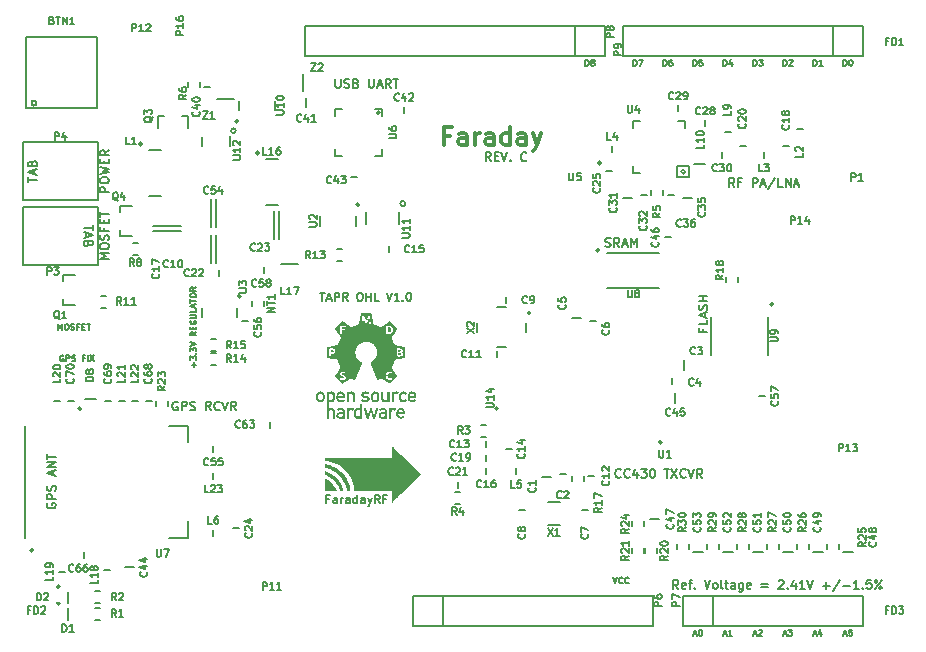
<source format=gto>
G04 (created by PCBNEW (2013-07-07 BZR 4022)-stable) date 10/27/2016 1:56:08 AM*
%MOIN*%
G04 Gerber Fmt 3.4, Leading zero omitted, Abs format*
%FSLAX34Y34*%
G01*
G70*
G90*
G04 APERTURE LIST*
%ADD10C,0.00590551*%
%ADD11C,0.005*%
%ADD12C,0.00738189*%
%ADD13C,0.011811*%
%ADD14C,0.0001*%
%ADD15R,0.102063X0.102063*%
%ADD16C,0.0867087*%
%ADD17R,0.311512X0.0689921*%
%ADD18C,0.230409*%
%ADD19R,0.0410394X0.0365118*%
%ADD20R,0.040252X0.115843*%
%ADD21R,0.0374961X0.029622*%
%ADD22R,0.0374961X0.0374961*%
%ADD23R,0.0532441X0.0414331*%
%ADD24R,0.0414331X0.0532441*%
%ADD25R,0.0729291X0.0378898*%
%ADD26R,0.0473386X0.0378898*%
%ADD27R,0.0453701X0.0670236*%
%ADD28R,0.0245039X0.0453701*%
%ADD29R,0.0192913X0.0448819*%
%ADD30R,0.0448819X0.0192913*%
%ADD31R,0.0905512X0.0905512*%
%ADD32R,0.0630866X0.0237165*%
%ADD33R,0.0276535X0.0374961*%
%ADD34R,0.029622X0.0670236*%
%ADD35R,0.0304094X0.0540315*%
%ADD36R,0.029622X0.0335591*%
%ADD37R,0.0335591X0.029622*%
%ADD38R,0.029622X0.0374961*%
%ADD39R,0.0314961X0.0295276*%
%ADD40R,0.0453701X0.0453701*%
%ADD41R,0.100488X0.0650551*%
%ADD42R,0.0197795X0.0453701*%
%ADD43R,0.0650551X0.100488*%
%ADD44C,0.025685*%
%ADD45R,0.0571811X0.0670236*%
%ADD46R,0.0295276X0.0314961*%
%ADD47R,0.061X0.061*%
%ADD48C,0.061*%
%ADD49C,0.0787402*%
%ADD50R,0.0374961X0.0170236*%
%ADD51R,0.0170236X0.0374961*%
%ADD52R,0.0886772X0.0886772*%
%ADD53R,0.021748X0.0591496*%
%ADD54R,0.0886772X0.0689921*%
%ADD55R,0.0768661X0.0808031*%
%ADD56R,0.0808031X0.0808031*%
%ADD57R,0.0335591X0.0847402*%
%ADD58R,0.0847402X0.0335591*%
%ADD59R,0.0160236X0.0384646*%
%ADD60R,0.0384646X0.0160236*%
%ADD61R,0.172323X0.172323*%
%ADD62C,0.0737165*%
%ADD63R,0.0394646X0.0306063*%
%ADD64R,0.0611181X0.0532441*%
G04 APERTURE END LIST*
G54D10*
G54D11*
X67411Y-48395D02*
X67568Y-48395D01*
X67489Y-48671D02*
X67489Y-48395D01*
X67647Y-48592D02*
X67778Y-48592D01*
X67621Y-48671D02*
X67712Y-48395D01*
X67804Y-48671D01*
X67896Y-48671D02*
X67896Y-48395D01*
X68001Y-48395D01*
X68027Y-48409D01*
X68041Y-48422D01*
X68054Y-48448D01*
X68054Y-48487D01*
X68041Y-48514D01*
X68027Y-48527D01*
X68001Y-48540D01*
X67896Y-48540D01*
X68329Y-48671D02*
X68237Y-48540D01*
X68172Y-48671D02*
X68172Y-48395D01*
X68277Y-48395D01*
X68303Y-48409D01*
X68316Y-48422D01*
X68329Y-48448D01*
X68329Y-48487D01*
X68316Y-48514D01*
X68303Y-48527D01*
X68277Y-48540D01*
X68172Y-48540D01*
X68710Y-48395D02*
X68762Y-48395D01*
X68789Y-48409D01*
X68815Y-48435D01*
X68828Y-48487D01*
X68828Y-48579D01*
X68815Y-48632D01*
X68789Y-48658D01*
X68762Y-48671D01*
X68710Y-48671D01*
X68684Y-48658D01*
X68657Y-48632D01*
X68644Y-48579D01*
X68644Y-48487D01*
X68657Y-48435D01*
X68684Y-48409D01*
X68710Y-48395D01*
X68946Y-48671D02*
X68946Y-48395D01*
X68946Y-48527D02*
X69104Y-48527D01*
X69104Y-48671D02*
X69104Y-48395D01*
X69366Y-48671D02*
X69235Y-48671D01*
X69235Y-48395D01*
X69628Y-48395D02*
X69720Y-48671D01*
X69812Y-48395D01*
X70048Y-48671D02*
X69891Y-48671D01*
X69970Y-48671D02*
X69970Y-48395D01*
X69943Y-48435D01*
X69917Y-48461D01*
X69891Y-48474D01*
X70167Y-48645D02*
X70180Y-48658D01*
X70167Y-48671D01*
X70153Y-48658D01*
X70167Y-48645D01*
X70167Y-48671D01*
X70350Y-48395D02*
X70377Y-48395D01*
X70403Y-48409D01*
X70416Y-48422D01*
X70429Y-48448D01*
X70442Y-48500D01*
X70442Y-48566D01*
X70429Y-48619D01*
X70416Y-48645D01*
X70403Y-48658D01*
X70377Y-48671D01*
X70350Y-48671D01*
X70324Y-48658D01*
X70311Y-48645D01*
X70298Y-48619D01*
X70285Y-48566D01*
X70285Y-48500D01*
X70298Y-48448D01*
X70311Y-48422D01*
X70324Y-48409D01*
X70350Y-48395D01*
X67714Y-55267D02*
X67622Y-55267D01*
X67622Y-55411D02*
X67622Y-55135D01*
X67753Y-55135D01*
X67976Y-55411D02*
X67976Y-55267D01*
X67963Y-55240D01*
X67937Y-55227D01*
X67885Y-55227D01*
X67858Y-55240D01*
X67976Y-55398D02*
X67950Y-55411D01*
X67885Y-55411D01*
X67858Y-55398D01*
X67845Y-55372D01*
X67845Y-55345D01*
X67858Y-55319D01*
X67885Y-55306D01*
X67950Y-55306D01*
X67976Y-55293D01*
X68108Y-55411D02*
X68108Y-55227D01*
X68108Y-55280D02*
X68121Y-55254D01*
X68134Y-55240D01*
X68160Y-55227D01*
X68186Y-55227D01*
X68396Y-55411D02*
X68396Y-55267D01*
X68383Y-55240D01*
X68357Y-55227D01*
X68305Y-55227D01*
X68278Y-55240D01*
X68396Y-55398D02*
X68370Y-55411D01*
X68305Y-55411D01*
X68278Y-55398D01*
X68265Y-55372D01*
X68265Y-55345D01*
X68278Y-55319D01*
X68305Y-55306D01*
X68370Y-55306D01*
X68396Y-55293D01*
X68646Y-55411D02*
X68646Y-55135D01*
X68646Y-55398D02*
X68620Y-55411D01*
X68567Y-55411D01*
X68541Y-55398D01*
X68528Y-55385D01*
X68515Y-55359D01*
X68515Y-55280D01*
X68528Y-55254D01*
X68541Y-55240D01*
X68567Y-55227D01*
X68620Y-55227D01*
X68646Y-55240D01*
X68895Y-55411D02*
X68895Y-55267D01*
X68882Y-55240D01*
X68856Y-55227D01*
X68803Y-55227D01*
X68777Y-55240D01*
X68895Y-55398D02*
X68869Y-55411D01*
X68803Y-55411D01*
X68777Y-55398D01*
X68764Y-55372D01*
X68764Y-55345D01*
X68777Y-55319D01*
X68803Y-55306D01*
X68869Y-55306D01*
X68895Y-55293D01*
X69000Y-55227D02*
X69066Y-55411D01*
X69131Y-55227D02*
X69066Y-55411D01*
X69039Y-55477D01*
X69026Y-55490D01*
X69000Y-55503D01*
X69394Y-55411D02*
X69302Y-55280D01*
X69236Y-55411D02*
X69236Y-55135D01*
X69341Y-55135D01*
X69368Y-55149D01*
X69381Y-55162D01*
X69394Y-55188D01*
X69394Y-55227D01*
X69381Y-55254D01*
X69368Y-55267D01*
X69341Y-55280D01*
X69236Y-55280D01*
X69604Y-55267D02*
X69512Y-55267D01*
X69512Y-55411D02*
X69512Y-55135D01*
X69643Y-55135D01*
X76252Y-40830D02*
X76252Y-40630D01*
X76300Y-40630D01*
X76328Y-40640D01*
X76347Y-40659D01*
X76357Y-40678D01*
X76366Y-40716D01*
X76366Y-40745D01*
X76357Y-40783D01*
X76347Y-40802D01*
X76328Y-40821D01*
X76300Y-40830D01*
X76252Y-40830D01*
X76480Y-40716D02*
X76461Y-40707D01*
X76452Y-40697D01*
X76442Y-40678D01*
X76442Y-40669D01*
X76452Y-40650D01*
X76461Y-40640D01*
X76480Y-40630D01*
X76519Y-40630D01*
X76538Y-40640D01*
X76547Y-40650D01*
X76557Y-40669D01*
X76557Y-40678D01*
X76547Y-40697D01*
X76538Y-40707D01*
X76519Y-40716D01*
X76480Y-40716D01*
X76461Y-40726D01*
X76452Y-40735D01*
X76442Y-40754D01*
X76442Y-40792D01*
X76452Y-40811D01*
X76461Y-40821D01*
X76480Y-40830D01*
X76519Y-40830D01*
X76538Y-40821D01*
X76547Y-40811D01*
X76557Y-40792D01*
X76557Y-40754D01*
X76547Y-40735D01*
X76538Y-40726D01*
X76519Y-40716D01*
X77852Y-40830D02*
X77852Y-40630D01*
X77900Y-40630D01*
X77928Y-40640D01*
X77947Y-40659D01*
X77957Y-40678D01*
X77966Y-40716D01*
X77966Y-40745D01*
X77957Y-40783D01*
X77947Y-40802D01*
X77928Y-40821D01*
X77900Y-40830D01*
X77852Y-40830D01*
X78033Y-40630D02*
X78166Y-40630D01*
X78080Y-40830D01*
X78852Y-40830D02*
X78852Y-40630D01*
X78900Y-40630D01*
X78928Y-40640D01*
X78947Y-40659D01*
X78957Y-40678D01*
X78966Y-40716D01*
X78966Y-40745D01*
X78957Y-40783D01*
X78947Y-40802D01*
X78928Y-40821D01*
X78900Y-40830D01*
X78852Y-40830D01*
X79138Y-40630D02*
X79100Y-40630D01*
X79080Y-40640D01*
X79071Y-40650D01*
X79052Y-40678D01*
X79042Y-40716D01*
X79042Y-40792D01*
X79052Y-40811D01*
X79061Y-40821D01*
X79080Y-40830D01*
X79119Y-40830D01*
X79138Y-40821D01*
X79147Y-40811D01*
X79157Y-40792D01*
X79157Y-40745D01*
X79147Y-40726D01*
X79138Y-40716D01*
X79119Y-40707D01*
X79080Y-40707D01*
X79061Y-40716D01*
X79052Y-40726D01*
X79042Y-40745D01*
X79852Y-40830D02*
X79852Y-40630D01*
X79900Y-40630D01*
X79928Y-40640D01*
X79947Y-40659D01*
X79957Y-40678D01*
X79966Y-40716D01*
X79966Y-40745D01*
X79957Y-40783D01*
X79947Y-40802D01*
X79928Y-40821D01*
X79900Y-40830D01*
X79852Y-40830D01*
X80147Y-40630D02*
X80052Y-40630D01*
X80042Y-40726D01*
X80052Y-40716D01*
X80071Y-40707D01*
X80119Y-40707D01*
X80138Y-40716D01*
X80147Y-40726D01*
X80157Y-40745D01*
X80157Y-40792D01*
X80147Y-40811D01*
X80138Y-40821D01*
X80119Y-40830D01*
X80071Y-40830D01*
X80052Y-40821D01*
X80042Y-40811D01*
X80852Y-40830D02*
X80852Y-40630D01*
X80900Y-40630D01*
X80928Y-40640D01*
X80947Y-40659D01*
X80957Y-40678D01*
X80966Y-40716D01*
X80966Y-40745D01*
X80957Y-40783D01*
X80947Y-40802D01*
X80928Y-40821D01*
X80900Y-40830D01*
X80852Y-40830D01*
X81138Y-40697D02*
X81138Y-40830D01*
X81090Y-40621D02*
X81042Y-40764D01*
X81166Y-40764D01*
X81852Y-40830D02*
X81852Y-40630D01*
X81900Y-40630D01*
X81928Y-40640D01*
X81947Y-40659D01*
X81957Y-40678D01*
X81966Y-40716D01*
X81966Y-40745D01*
X81957Y-40783D01*
X81947Y-40802D01*
X81928Y-40821D01*
X81900Y-40830D01*
X81852Y-40830D01*
X82033Y-40630D02*
X82157Y-40630D01*
X82090Y-40707D01*
X82119Y-40707D01*
X82138Y-40716D01*
X82147Y-40726D01*
X82157Y-40745D01*
X82157Y-40792D01*
X82147Y-40811D01*
X82138Y-40821D01*
X82119Y-40830D01*
X82061Y-40830D01*
X82042Y-40821D01*
X82033Y-40811D01*
X82852Y-40830D02*
X82852Y-40630D01*
X82900Y-40630D01*
X82928Y-40640D01*
X82947Y-40659D01*
X82957Y-40678D01*
X82966Y-40716D01*
X82966Y-40745D01*
X82957Y-40783D01*
X82947Y-40802D01*
X82928Y-40821D01*
X82900Y-40830D01*
X82852Y-40830D01*
X83042Y-40650D02*
X83052Y-40640D01*
X83071Y-40630D01*
X83119Y-40630D01*
X83138Y-40640D01*
X83147Y-40650D01*
X83157Y-40669D01*
X83157Y-40688D01*
X83147Y-40716D01*
X83033Y-40830D01*
X83157Y-40830D01*
X83852Y-40830D02*
X83852Y-40630D01*
X83900Y-40630D01*
X83928Y-40640D01*
X83947Y-40659D01*
X83957Y-40678D01*
X83966Y-40716D01*
X83966Y-40745D01*
X83957Y-40783D01*
X83947Y-40802D01*
X83928Y-40821D01*
X83900Y-40830D01*
X83852Y-40830D01*
X84157Y-40830D02*
X84042Y-40830D01*
X84100Y-40830D02*
X84100Y-40630D01*
X84080Y-40659D01*
X84061Y-40678D01*
X84042Y-40688D01*
X84852Y-40830D02*
X84852Y-40630D01*
X84900Y-40630D01*
X84928Y-40640D01*
X84947Y-40659D01*
X84957Y-40678D01*
X84966Y-40716D01*
X84966Y-40745D01*
X84957Y-40783D01*
X84947Y-40802D01*
X84928Y-40821D01*
X84900Y-40830D01*
X84852Y-40830D01*
X85090Y-40630D02*
X85109Y-40630D01*
X85128Y-40640D01*
X85138Y-40650D01*
X85147Y-40669D01*
X85157Y-40707D01*
X85157Y-40754D01*
X85147Y-40792D01*
X85138Y-40811D01*
X85128Y-40821D01*
X85109Y-40830D01*
X85090Y-40830D01*
X85071Y-40821D01*
X85061Y-40811D01*
X85052Y-40792D01*
X85042Y-40754D01*
X85042Y-40707D01*
X85052Y-40669D01*
X85061Y-40650D01*
X85071Y-40640D01*
X85090Y-40630D01*
G54D12*
X60369Y-45031D02*
X60074Y-45031D01*
X60074Y-44919D01*
X60088Y-44891D01*
X60102Y-44877D01*
X60130Y-44863D01*
X60172Y-44863D01*
X60200Y-44877D01*
X60214Y-44891D01*
X60228Y-44919D01*
X60228Y-45031D01*
X60074Y-44680D02*
X60074Y-44624D01*
X60088Y-44596D01*
X60116Y-44567D01*
X60172Y-44553D01*
X60271Y-44553D01*
X60327Y-44567D01*
X60355Y-44596D01*
X60369Y-44624D01*
X60369Y-44680D01*
X60355Y-44708D01*
X60327Y-44736D01*
X60271Y-44750D01*
X60172Y-44750D01*
X60116Y-44736D01*
X60088Y-44708D01*
X60074Y-44680D01*
X60074Y-44455D02*
X60369Y-44385D01*
X60158Y-44328D01*
X60369Y-44272D01*
X60074Y-44202D01*
X60214Y-44089D02*
X60214Y-43991D01*
X60369Y-43949D02*
X60369Y-44089D01*
X60074Y-44089D01*
X60074Y-43949D01*
X60369Y-43653D02*
X60228Y-43752D01*
X60369Y-43822D02*
X60074Y-43822D01*
X60074Y-43710D01*
X60088Y-43682D01*
X60102Y-43668D01*
X60130Y-43653D01*
X60172Y-43653D01*
X60200Y-43668D01*
X60214Y-43682D01*
X60228Y-43710D01*
X60228Y-43822D01*
X60369Y-47266D02*
X60074Y-47266D01*
X60285Y-47167D01*
X60074Y-47069D01*
X60369Y-47069D01*
X60074Y-46872D02*
X60074Y-46816D01*
X60088Y-46788D01*
X60116Y-46760D01*
X60172Y-46746D01*
X60271Y-46746D01*
X60327Y-46760D01*
X60355Y-46788D01*
X60369Y-46816D01*
X60369Y-46872D01*
X60355Y-46900D01*
X60327Y-46928D01*
X60271Y-46942D01*
X60172Y-46942D01*
X60116Y-46928D01*
X60088Y-46900D01*
X60074Y-46872D01*
X60355Y-46633D02*
X60369Y-46591D01*
X60369Y-46521D01*
X60355Y-46492D01*
X60341Y-46478D01*
X60313Y-46464D01*
X60285Y-46464D01*
X60257Y-46478D01*
X60242Y-46492D01*
X60228Y-46521D01*
X60214Y-46577D01*
X60200Y-46605D01*
X60186Y-46619D01*
X60158Y-46633D01*
X60130Y-46633D01*
X60102Y-46619D01*
X60088Y-46605D01*
X60074Y-46577D01*
X60074Y-46507D01*
X60088Y-46464D01*
X60214Y-46239D02*
X60214Y-46338D01*
X60369Y-46338D02*
X60074Y-46338D01*
X60074Y-46197D01*
X60214Y-46085D02*
X60214Y-45986D01*
X60369Y-45944D02*
X60369Y-46085D01*
X60074Y-46085D01*
X60074Y-45944D01*
X60074Y-45860D02*
X60074Y-45691D01*
X60369Y-45775D02*
X60074Y-45775D01*
X59825Y-46141D02*
X59825Y-46310D01*
X59530Y-46225D02*
X59825Y-46225D01*
X59614Y-46394D02*
X59614Y-46535D01*
X59530Y-46366D02*
X59825Y-46464D01*
X59530Y-46563D01*
X59685Y-46760D02*
X59671Y-46802D01*
X59657Y-46816D01*
X59628Y-46830D01*
X59586Y-46830D01*
X59558Y-46816D01*
X59544Y-46802D01*
X59530Y-46774D01*
X59530Y-46661D01*
X59825Y-46661D01*
X59825Y-46760D01*
X59811Y-46788D01*
X59797Y-46802D01*
X59769Y-46816D01*
X59741Y-46816D01*
X59713Y-46802D01*
X59699Y-46788D01*
X59685Y-46760D01*
X59685Y-46661D01*
X57674Y-44708D02*
X57674Y-44539D01*
X57969Y-44624D02*
X57674Y-44624D01*
X57885Y-44455D02*
X57885Y-44314D01*
X57969Y-44483D02*
X57674Y-44385D01*
X57969Y-44286D01*
X57814Y-44089D02*
X57828Y-44047D01*
X57842Y-44033D01*
X57871Y-44019D01*
X57913Y-44019D01*
X57941Y-44033D01*
X57955Y-44047D01*
X57969Y-44075D01*
X57969Y-44188D01*
X57674Y-44188D01*
X57674Y-44089D01*
X57688Y-44061D01*
X57702Y-44047D01*
X57730Y-44033D01*
X57758Y-44033D01*
X57786Y-44047D01*
X57800Y-44061D01*
X57814Y-44089D01*
X57814Y-44188D01*
X80164Y-49599D02*
X80164Y-49697D01*
X80319Y-49697D02*
X80024Y-49697D01*
X80024Y-49556D01*
X80319Y-49303D02*
X80319Y-49444D01*
X80024Y-49444D01*
X80235Y-49219D02*
X80235Y-49078D01*
X80319Y-49247D02*
X80024Y-49149D01*
X80319Y-49050D01*
X80305Y-48966D02*
X80319Y-48924D01*
X80319Y-48853D01*
X80305Y-48825D01*
X80291Y-48811D01*
X80263Y-48797D01*
X80235Y-48797D01*
X80207Y-48811D01*
X80192Y-48825D01*
X80178Y-48853D01*
X80164Y-48910D01*
X80150Y-48938D01*
X80136Y-48952D01*
X80108Y-48966D01*
X80080Y-48966D01*
X80052Y-48952D01*
X80038Y-48938D01*
X80024Y-48910D01*
X80024Y-48839D01*
X80038Y-48797D01*
X80319Y-48671D02*
X80024Y-48671D01*
X80164Y-48671D02*
X80164Y-48502D01*
X80319Y-48502D02*
X80024Y-48502D01*
X76922Y-46855D02*
X76964Y-46869D01*
X77035Y-46869D01*
X77063Y-46855D01*
X77077Y-46841D01*
X77091Y-46813D01*
X77091Y-46785D01*
X77077Y-46757D01*
X77063Y-46742D01*
X77035Y-46728D01*
X76978Y-46714D01*
X76950Y-46700D01*
X76936Y-46686D01*
X76922Y-46658D01*
X76922Y-46630D01*
X76936Y-46602D01*
X76950Y-46588D01*
X76978Y-46574D01*
X77049Y-46574D01*
X77091Y-46588D01*
X77386Y-46869D02*
X77288Y-46728D01*
X77217Y-46869D02*
X77217Y-46574D01*
X77330Y-46574D01*
X77358Y-46588D01*
X77372Y-46602D01*
X77386Y-46630D01*
X77386Y-46672D01*
X77372Y-46700D01*
X77358Y-46714D01*
X77330Y-46728D01*
X77217Y-46728D01*
X77499Y-46785D02*
X77639Y-46785D01*
X77471Y-46869D02*
X77569Y-46574D01*
X77667Y-46869D01*
X77766Y-46869D02*
X77766Y-46574D01*
X77864Y-46785D01*
X77963Y-46574D01*
X77963Y-46869D01*
G54D11*
X58852Y-50490D02*
X58833Y-50480D01*
X58804Y-50480D01*
X58776Y-50490D01*
X58757Y-50509D01*
X58747Y-50528D01*
X58738Y-50566D01*
X58738Y-50595D01*
X58747Y-50633D01*
X58757Y-50652D01*
X58776Y-50671D01*
X58804Y-50680D01*
X58823Y-50680D01*
X58852Y-50671D01*
X58861Y-50661D01*
X58861Y-50595D01*
X58823Y-50595D01*
X58947Y-50680D02*
X58947Y-50480D01*
X59023Y-50480D01*
X59042Y-50490D01*
X59052Y-50500D01*
X59061Y-50519D01*
X59061Y-50547D01*
X59052Y-50566D01*
X59042Y-50576D01*
X59023Y-50585D01*
X58947Y-50585D01*
X59138Y-50671D02*
X59166Y-50680D01*
X59214Y-50680D01*
X59233Y-50671D01*
X59242Y-50661D01*
X59252Y-50642D01*
X59252Y-50623D01*
X59242Y-50604D01*
X59233Y-50595D01*
X59214Y-50585D01*
X59176Y-50576D01*
X59157Y-50566D01*
X59147Y-50557D01*
X59138Y-50538D01*
X59138Y-50519D01*
X59147Y-50500D01*
X59157Y-50490D01*
X59176Y-50480D01*
X59223Y-50480D01*
X59252Y-50490D01*
X59557Y-50576D02*
X59490Y-50576D01*
X59490Y-50680D02*
X59490Y-50480D01*
X59585Y-50480D01*
X59661Y-50680D02*
X59661Y-50480D01*
X59738Y-50480D02*
X59871Y-50680D01*
X59871Y-50480D02*
X59738Y-50680D01*
X84857Y-59773D02*
X84952Y-59773D01*
X84838Y-59830D02*
X84904Y-59630D01*
X84971Y-59830D01*
X85133Y-59630D02*
X85038Y-59630D01*
X85028Y-59726D01*
X85038Y-59716D01*
X85057Y-59707D01*
X85104Y-59707D01*
X85123Y-59716D01*
X85133Y-59726D01*
X85142Y-59745D01*
X85142Y-59792D01*
X85133Y-59811D01*
X85123Y-59821D01*
X85104Y-59830D01*
X85057Y-59830D01*
X85038Y-59821D01*
X85028Y-59811D01*
X83857Y-59773D02*
X83952Y-59773D01*
X83838Y-59830D02*
X83904Y-59630D01*
X83971Y-59830D01*
X84123Y-59697D02*
X84123Y-59830D01*
X84076Y-59621D02*
X84028Y-59764D01*
X84152Y-59764D01*
X82857Y-59773D02*
X82952Y-59773D01*
X82838Y-59830D02*
X82904Y-59630D01*
X82971Y-59830D01*
X83019Y-59630D02*
X83142Y-59630D01*
X83076Y-59707D01*
X83104Y-59707D01*
X83123Y-59716D01*
X83133Y-59726D01*
X83142Y-59745D01*
X83142Y-59792D01*
X83133Y-59811D01*
X83123Y-59821D01*
X83104Y-59830D01*
X83047Y-59830D01*
X83028Y-59821D01*
X83019Y-59811D01*
X81857Y-59773D02*
X81952Y-59773D01*
X81838Y-59830D02*
X81904Y-59630D01*
X81971Y-59830D01*
X82028Y-59650D02*
X82038Y-59640D01*
X82057Y-59630D01*
X82104Y-59630D01*
X82123Y-59640D01*
X82133Y-59650D01*
X82142Y-59669D01*
X82142Y-59688D01*
X82133Y-59716D01*
X82019Y-59830D01*
X82142Y-59830D01*
X80857Y-59773D02*
X80952Y-59773D01*
X80838Y-59830D02*
X80904Y-59630D01*
X80971Y-59830D01*
X81142Y-59830D02*
X81028Y-59830D01*
X81085Y-59830D02*
X81085Y-59630D01*
X81066Y-59659D01*
X81047Y-59678D01*
X81028Y-59688D01*
X79857Y-59773D02*
X79952Y-59773D01*
X79838Y-59830D02*
X79904Y-59630D01*
X79971Y-59830D01*
X80076Y-59630D02*
X80095Y-59630D01*
X80114Y-59640D01*
X80123Y-59650D01*
X80133Y-59669D01*
X80142Y-59707D01*
X80142Y-59754D01*
X80133Y-59792D01*
X80123Y-59811D01*
X80114Y-59821D01*
X80095Y-59830D01*
X80076Y-59830D01*
X80057Y-59821D01*
X80047Y-59811D01*
X80038Y-59792D01*
X80028Y-59754D01*
X80028Y-59707D01*
X80038Y-59669D01*
X80047Y-59650D01*
X80057Y-59640D01*
X80076Y-59630D01*
X77183Y-57880D02*
X77250Y-58080D01*
X77316Y-57880D01*
X77497Y-58061D02*
X77488Y-58071D01*
X77459Y-58080D01*
X77440Y-58080D01*
X77411Y-58071D01*
X77392Y-58052D01*
X77383Y-58033D01*
X77373Y-57995D01*
X77373Y-57966D01*
X77383Y-57928D01*
X77392Y-57909D01*
X77411Y-57890D01*
X77440Y-57880D01*
X77459Y-57880D01*
X77488Y-57890D01*
X77497Y-57900D01*
X77697Y-58061D02*
X77688Y-58071D01*
X77659Y-58080D01*
X77640Y-58080D01*
X77611Y-58071D01*
X77592Y-58052D01*
X77583Y-58033D01*
X77573Y-57995D01*
X77573Y-57966D01*
X77583Y-57928D01*
X77592Y-57909D01*
X77611Y-57890D01*
X77640Y-57880D01*
X77659Y-57880D01*
X77688Y-57890D01*
X77697Y-57900D01*
X63204Y-50869D02*
X63204Y-50716D01*
X63280Y-50792D02*
X63128Y-50792D01*
X63080Y-50640D02*
X63080Y-50516D01*
X63157Y-50583D01*
X63157Y-50554D01*
X63166Y-50535D01*
X63176Y-50526D01*
X63195Y-50516D01*
X63242Y-50516D01*
X63261Y-50526D01*
X63271Y-50535D01*
X63280Y-50554D01*
X63280Y-50611D01*
X63271Y-50630D01*
X63261Y-50640D01*
X63261Y-50430D02*
X63271Y-50421D01*
X63280Y-50430D01*
X63271Y-50440D01*
X63261Y-50430D01*
X63280Y-50430D01*
X63080Y-50354D02*
X63080Y-50230D01*
X63157Y-50297D01*
X63157Y-50269D01*
X63166Y-50250D01*
X63176Y-50240D01*
X63195Y-50230D01*
X63242Y-50230D01*
X63261Y-50240D01*
X63271Y-50250D01*
X63280Y-50269D01*
X63280Y-50326D01*
X63271Y-50345D01*
X63261Y-50354D01*
X63080Y-50173D02*
X63280Y-50107D01*
X63080Y-50040D01*
X63280Y-49707D02*
X63185Y-49773D01*
X63280Y-49821D02*
X63080Y-49821D01*
X63080Y-49745D01*
X63090Y-49726D01*
X63100Y-49716D01*
X63119Y-49707D01*
X63147Y-49707D01*
X63166Y-49716D01*
X63176Y-49726D01*
X63185Y-49745D01*
X63185Y-49821D01*
X63176Y-49621D02*
X63176Y-49554D01*
X63280Y-49526D02*
X63280Y-49621D01*
X63080Y-49621D01*
X63080Y-49526D01*
X63090Y-49335D02*
X63080Y-49354D01*
X63080Y-49383D01*
X63090Y-49411D01*
X63109Y-49430D01*
X63128Y-49440D01*
X63166Y-49449D01*
X63195Y-49449D01*
X63233Y-49440D01*
X63252Y-49430D01*
X63271Y-49411D01*
X63280Y-49383D01*
X63280Y-49364D01*
X63271Y-49335D01*
X63261Y-49326D01*
X63195Y-49326D01*
X63195Y-49364D01*
X63080Y-49240D02*
X63242Y-49240D01*
X63261Y-49230D01*
X63271Y-49221D01*
X63280Y-49202D01*
X63280Y-49164D01*
X63271Y-49145D01*
X63261Y-49135D01*
X63242Y-49126D01*
X63080Y-49126D01*
X63280Y-48935D02*
X63280Y-49030D01*
X63080Y-49030D01*
X63223Y-48878D02*
X63223Y-48783D01*
X63280Y-48897D02*
X63080Y-48830D01*
X63280Y-48764D01*
X63080Y-48726D02*
X63080Y-48611D01*
X63280Y-48669D02*
X63080Y-48669D01*
X63080Y-48507D02*
X63080Y-48469D01*
X63090Y-48449D01*
X63109Y-48430D01*
X63147Y-48421D01*
X63214Y-48421D01*
X63252Y-48430D01*
X63271Y-48449D01*
X63280Y-48469D01*
X63280Y-48507D01*
X63271Y-48526D01*
X63252Y-48545D01*
X63214Y-48554D01*
X63147Y-48554D01*
X63109Y-48545D01*
X63090Y-48526D01*
X63080Y-48507D01*
X63280Y-48221D02*
X63185Y-48288D01*
X63280Y-48335D02*
X63080Y-48335D01*
X63080Y-48259D01*
X63090Y-48240D01*
X63100Y-48230D01*
X63119Y-48221D01*
X63147Y-48221D01*
X63166Y-48230D01*
X63176Y-48240D01*
X63185Y-48259D01*
X63185Y-48335D01*
G54D12*
X77434Y-54541D02*
X77420Y-54555D01*
X77378Y-54569D01*
X77350Y-54569D01*
X77307Y-54555D01*
X77279Y-54527D01*
X77265Y-54499D01*
X77251Y-54442D01*
X77251Y-54400D01*
X77265Y-54344D01*
X77279Y-54316D01*
X77307Y-54288D01*
X77350Y-54274D01*
X77378Y-54274D01*
X77420Y-54288D01*
X77434Y-54302D01*
X77729Y-54541D02*
X77715Y-54555D01*
X77673Y-54569D01*
X77645Y-54569D01*
X77603Y-54555D01*
X77575Y-54527D01*
X77561Y-54499D01*
X77547Y-54442D01*
X77547Y-54400D01*
X77561Y-54344D01*
X77575Y-54316D01*
X77603Y-54288D01*
X77645Y-54274D01*
X77673Y-54274D01*
X77715Y-54288D01*
X77729Y-54302D01*
X77982Y-54372D02*
X77982Y-54569D01*
X77912Y-54260D02*
X77842Y-54471D01*
X78025Y-54471D01*
X78109Y-54274D02*
X78292Y-54274D01*
X78193Y-54386D01*
X78235Y-54386D01*
X78264Y-54400D01*
X78278Y-54414D01*
X78292Y-54442D01*
X78292Y-54513D01*
X78278Y-54541D01*
X78264Y-54555D01*
X78235Y-54569D01*
X78151Y-54569D01*
X78123Y-54555D01*
X78109Y-54541D01*
X78475Y-54274D02*
X78503Y-54274D01*
X78531Y-54288D01*
X78545Y-54302D01*
X78559Y-54330D01*
X78573Y-54386D01*
X78573Y-54457D01*
X78559Y-54513D01*
X78545Y-54541D01*
X78531Y-54555D01*
X78503Y-54569D01*
X78475Y-54569D01*
X78446Y-54555D01*
X78432Y-54541D01*
X78418Y-54513D01*
X78404Y-54457D01*
X78404Y-54386D01*
X78418Y-54330D01*
X78432Y-54302D01*
X78446Y-54288D01*
X78475Y-54274D01*
X78882Y-54274D02*
X79051Y-54274D01*
X78967Y-54569D02*
X78967Y-54274D01*
X79121Y-54274D02*
X79318Y-54569D01*
X79318Y-54274D02*
X79121Y-54569D01*
X79599Y-54541D02*
X79585Y-54555D01*
X79543Y-54569D01*
X79515Y-54569D01*
X79473Y-54555D01*
X79445Y-54527D01*
X79431Y-54499D01*
X79417Y-54442D01*
X79417Y-54400D01*
X79431Y-54344D01*
X79445Y-54316D01*
X79473Y-54288D01*
X79515Y-54274D01*
X79543Y-54274D01*
X79585Y-54288D01*
X79599Y-54302D01*
X79684Y-54274D02*
X79782Y-54569D01*
X79881Y-54274D01*
X80148Y-54569D02*
X80049Y-54428D01*
X79979Y-54569D02*
X79979Y-54274D01*
X80092Y-54274D01*
X80120Y-54288D01*
X80134Y-54302D01*
X80148Y-54330D01*
X80148Y-54372D01*
X80134Y-54400D01*
X80120Y-54414D01*
X80092Y-54428D01*
X79979Y-54428D01*
X67923Y-41274D02*
X67923Y-41513D01*
X67937Y-41541D01*
X67951Y-41555D01*
X67979Y-41569D01*
X68036Y-41569D01*
X68064Y-41555D01*
X68078Y-41541D01*
X68092Y-41513D01*
X68092Y-41274D01*
X68218Y-41555D02*
X68261Y-41569D01*
X68331Y-41569D01*
X68359Y-41555D01*
X68373Y-41541D01*
X68387Y-41513D01*
X68387Y-41485D01*
X68373Y-41457D01*
X68359Y-41442D01*
X68331Y-41428D01*
X68275Y-41414D01*
X68246Y-41400D01*
X68232Y-41386D01*
X68218Y-41358D01*
X68218Y-41330D01*
X68232Y-41302D01*
X68246Y-41288D01*
X68275Y-41274D01*
X68345Y-41274D01*
X68387Y-41288D01*
X68612Y-41414D02*
X68654Y-41428D01*
X68668Y-41442D01*
X68682Y-41471D01*
X68682Y-41513D01*
X68668Y-41541D01*
X68654Y-41555D01*
X68626Y-41569D01*
X68514Y-41569D01*
X68514Y-41274D01*
X68612Y-41274D01*
X68640Y-41288D01*
X68654Y-41302D01*
X68668Y-41330D01*
X68668Y-41358D01*
X68654Y-41386D01*
X68640Y-41400D01*
X68612Y-41414D01*
X68514Y-41414D01*
X69034Y-41274D02*
X69034Y-41513D01*
X69048Y-41541D01*
X69062Y-41555D01*
X69090Y-41569D01*
X69146Y-41569D01*
X69174Y-41555D01*
X69189Y-41541D01*
X69203Y-41513D01*
X69203Y-41274D01*
X69329Y-41485D02*
X69470Y-41485D01*
X69301Y-41569D02*
X69399Y-41274D01*
X69498Y-41569D01*
X69765Y-41569D02*
X69667Y-41428D01*
X69596Y-41569D02*
X69596Y-41274D01*
X69709Y-41274D01*
X69737Y-41288D01*
X69751Y-41302D01*
X69765Y-41330D01*
X69765Y-41372D01*
X69751Y-41400D01*
X69737Y-41414D01*
X69709Y-41428D01*
X69596Y-41428D01*
X69849Y-41274D02*
X70018Y-41274D01*
X69934Y-41569D02*
X69934Y-41274D01*
X81222Y-44869D02*
X81124Y-44728D01*
X81054Y-44869D02*
X81054Y-44574D01*
X81166Y-44574D01*
X81194Y-44588D01*
X81208Y-44602D01*
X81222Y-44630D01*
X81222Y-44672D01*
X81208Y-44700D01*
X81194Y-44714D01*
X81166Y-44728D01*
X81054Y-44728D01*
X81447Y-44714D02*
X81349Y-44714D01*
X81349Y-44869D02*
X81349Y-44574D01*
X81489Y-44574D01*
X81827Y-44869D02*
X81827Y-44574D01*
X81939Y-44574D01*
X81967Y-44588D01*
X81982Y-44602D01*
X81996Y-44630D01*
X81996Y-44672D01*
X81982Y-44700D01*
X81967Y-44714D01*
X81939Y-44728D01*
X81827Y-44728D01*
X82108Y-44785D02*
X82249Y-44785D01*
X82080Y-44869D02*
X82178Y-44574D01*
X82277Y-44869D01*
X82586Y-44560D02*
X82333Y-44939D01*
X82825Y-44869D02*
X82685Y-44869D01*
X82685Y-44574D01*
X82924Y-44869D02*
X82924Y-44574D01*
X83092Y-44869D01*
X83092Y-44574D01*
X83219Y-44785D02*
X83360Y-44785D01*
X83191Y-44869D02*
X83289Y-44574D01*
X83388Y-44869D01*
X62657Y-52038D02*
X62629Y-52024D01*
X62586Y-52024D01*
X62544Y-52038D01*
X62516Y-52066D01*
X62502Y-52094D01*
X62488Y-52150D01*
X62488Y-52192D01*
X62502Y-52249D01*
X62516Y-52277D01*
X62544Y-52305D01*
X62586Y-52319D01*
X62614Y-52319D01*
X62657Y-52305D01*
X62671Y-52291D01*
X62671Y-52192D01*
X62614Y-52192D01*
X62797Y-52319D02*
X62797Y-52024D01*
X62910Y-52024D01*
X62938Y-52038D01*
X62952Y-52052D01*
X62966Y-52080D01*
X62966Y-52122D01*
X62952Y-52150D01*
X62938Y-52164D01*
X62910Y-52178D01*
X62797Y-52178D01*
X63078Y-52305D02*
X63121Y-52319D01*
X63191Y-52319D01*
X63219Y-52305D01*
X63233Y-52291D01*
X63247Y-52263D01*
X63247Y-52235D01*
X63233Y-52207D01*
X63219Y-52192D01*
X63191Y-52178D01*
X63135Y-52164D01*
X63107Y-52150D01*
X63093Y-52136D01*
X63078Y-52108D01*
X63078Y-52080D01*
X63093Y-52052D01*
X63107Y-52038D01*
X63135Y-52024D01*
X63205Y-52024D01*
X63247Y-52038D01*
X63767Y-52319D02*
X63669Y-52178D01*
X63599Y-52319D02*
X63599Y-52024D01*
X63711Y-52024D01*
X63739Y-52038D01*
X63753Y-52052D01*
X63767Y-52080D01*
X63767Y-52122D01*
X63753Y-52150D01*
X63739Y-52164D01*
X63711Y-52178D01*
X63599Y-52178D01*
X64063Y-52291D02*
X64049Y-52305D01*
X64006Y-52319D01*
X63978Y-52319D01*
X63936Y-52305D01*
X63908Y-52277D01*
X63894Y-52249D01*
X63880Y-52192D01*
X63880Y-52150D01*
X63894Y-52094D01*
X63908Y-52066D01*
X63936Y-52038D01*
X63978Y-52024D01*
X64006Y-52024D01*
X64049Y-52038D01*
X64063Y-52052D01*
X64147Y-52024D02*
X64246Y-52319D01*
X64344Y-52024D01*
X64611Y-52319D02*
X64513Y-52178D01*
X64442Y-52319D02*
X64442Y-52024D01*
X64555Y-52024D01*
X64583Y-52038D01*
X64597Y-52052D01*
X64611Y-52080D01*
X64611Y-52122D01*
X64597Y-52150D01*
X64583Y-52164D01*
X64555Y-52178D01*
X64442Y-52178D01*
X79352Y-58269D02*
X79254Y-58128D01*
X79184Y-58269D02*
X79184Y-57974D01*
X79296Y-57974D01*
X79324Y-57988D01*
X79338Y-58002D01*
X79352Y-58030D01*
X79352Y-58072D01*
X79338Y-58100D01*
X79324Y-58114D01*
X79296Y-58128D01*
X79184Y-58128D01*
X79591Y-58255D02*
X79563Y-58269D01*
X79507Y-58269D01*
X79479Y-58255D01*
X79465Y-58227D01*
X79465Y-58114D01*
X79479Y-58086D01*
X79507Y-58072D01*
X79563Y-58072D01*
X79591Y-58086D01*
X79605Y-58114D01*
X79605Y-58142D01*
X79465Y-58171D01*
X79690Y-58072D02*
X79802Y-58072D01*
X79732Y-58269D02*
X79732Y-58016D01*
X79746Y-57988D01*
X79774Y-57974D01*
X79802Y-57974D01*
X79901Y-58241D02*
X79915Y-58255D01*
X79901Y-58269D01*
X79887Y-58255D01*
X79901Y-58241D01*
X79901Y-58269D01*
X80224Y-57974D02*
X80322Y-58269D01*
X80421Y-57974D01*
X80561Y-58269D02*
X80533Y-58255D01*
X80519Y-58241D01*
X80505Y-58213D01*
X80505Y-58128D01*
X80519Y-58100D01*
X80533Y-58086D01*
X80561Y-58072D01*
X80604Y-58072D01*
X80632Y-58086D01*
X80646Y-58100D01*
X80660Y-58128D01*
X80660Y-58213D01*
X80646Y-58241D01*
X80632Y-58255D01*
X80604Y-58269D01*
X80561Y-58269D01*
X80829Y-58269D02*
X80801Y-58255D01*
X80786Y-58227D01*
X80786Y-57974D01*
X80899Y-58072D02*
X81011Y-58072D01*
X80941Y-57974D02*
X80941Y-58227D01*
X80955Y-58255D01*
X80983Y-58269D01*
X81011Y-58269D01*
X81236Y-58269D02*
X81236Y-58114D01*
X81222Y-58086D01*
X81194Y-58072D01*
X81138Y-58072D01*
X81110Y-58086D01*
X81236Y-58255D02*
X81208Y-58269D01*
X81138Y-58269D01*
X81110Y-58255D01*
X81096Y-58227D01*
X81096Y-58199D01*
X81110Y-58171D01*
X81138Y-58157D01*
X81208Y-58157D01*
X81236Y-58142D01*
X81504Y-58072D02*
X81504Y-58311D01*
X81489Y-58339D01*
X81475Y-58353D01*
X81447Y-58367D01*
X81405Y-58367D01*
X81377Y-58353D01*
X81504Y-58255D02*
X81475Y-58269D01*
X81419Y-58269D01*
X81391Y-58255D01*
X81377Y-58241D01*
X81363Y-58213D01*
X81363Y-58128D01*
X81377Y-58100D01*
X81391Y-58086D01*
X81419Y-58072D01*
X81475Y-58072D01*
X81504Y-58086D01*
X81757Y-58255D02*
X81729Y-58269D01*
X81672Y-58269D01*
X81644Y-58255D01*
X81630Y-58227D01*
X81630Y-58114D01*
X81644Y-58086D01*
X81672Y-58072D01*
X81729Y-58072D01*
X81757Y-58086D01*
X81771Y-58114D01*
X81771Y-58142D01*
X81630Y-58171D01*
X82122Y-58114D02*
X82347Y-58114D01*
X82347Y-58199D02*
X82122Y-58199D01*
X82699Y-58002D02*
X82713Y-57988D01*
X82741Y-57974D01*
X82811Y-57974D01*
X82839Y-57988D01*
X82853Y-58002D01*
X82867Y-58030D01*
X82867Y-58058D01*
X82853Y-58100D01*
X82685Y-58269D01*
X82867Y-58269D01*
X82994Y-58241D02*
X83008Y-58255D01*
X82994Y-58269D01*
X82980Y-58255D01*
X82994Y-58241D01*
X82994Y-58269D01*
X83261Y-58072D02*
X83261Y-58269D01*
X83191Y-57960D02*
X83121Y-58171D01*
X83303Y-58171D01*
X83570Y-58269D02*
X83402Y-58269D01*
X83486Y-58269D02*
X83486Y-57974D01*
X83458Y-58016D01*
X83430Y-58044D01*
X83402Y-58058D01*
X83655Y-57974D02*
X83753Y-58269D01*
X83852Y-57974D01*
X84175Y-58157D02*
X84400Y-58157D01*
X84288Y-58269D02*
X84288Y-58044D01*
X84752Y-57960D02*
X84498Y-58339D01*
X84850Y-58157D02*
X85075Y-58157D01*
X85370Y-58269D02*
X85202Y-58269D01*
X85286Y-58269D02*
X85286Y-57974D01*
X85258Y-58016D01*
X85230Y-58044D01*
X85202Y-58058D01*
X85497Y-58241D02*
X85511Y-58255D01*
X85497Y-58269D01*
X85483Y-58255D01*
X85497Y-58241D01*
X85497Y-58269D01*
X85778Y-57974D02*
X85637Y-57974D01*
X85623Y-58114D01*
X85637Y-58100D01*
X85666Y-58086D01*
X85736Y-58086D01*
X85764Y-58100D01*
X85778Y-58114D01*
X85792Y-58142D01*
X85792Y-58213D01*
X85778Y-58241D01*
X85764Y-58255D01*
X85736Y-58269D01*
X85666Y-58269D01*
X85637Y-58255D01*
X85623Y-58241D01*
X85905Y-58269D02*
X86130Y-57974D01*
X85947Y-57974D02*
X85975Y-57988D01*
X85989Y-58016D01*
X85975Y-58044D01*
X85947Y-58058D01*
X85919Y-58044D01*
X85905Y-58016D01*
X85919Y-57988D01*
X85947Y-57974D01*
X86115Y-58255D02*
X86130Y-58227D01*
X86115Y-58199D01*
X86087Y-58185D01*
X86059Y-58199D01*
X86045Y-58227D01*
X86059Y-58255D01*
X86087Y-58269D01*
X86115Y-58255D01*
G54D11*
X73100Y-44009D02*
X73002Y-43868D01*
X72932Y-44009D02*
X72932Y-43714D01*
X73044Y-43714D01*
X73072Y-43728D01*
X73086Y-43742D01*
X73100Y-43770D01*
X73100Y-43812D01*
X73086Y-43840D01*
X73072Y-43854D01*
X73044Y-43868D01*
X72932Y-43868D01*
X73227Y-43854D02*
X73325Y-43854D01*
X73367Y-44009D02*
X73227Y-44009D01*
X73227Y-43714D01*
X73367Y-43714D01*
X73452Y-43714D02*
X73550Y-44009D01*
X73649Y-43714D01*
X73747Y-43981D02*
X73761Y-43995D01*
X73747Y-44009D01*
X73733Y-43995D01*
X73747Y-43981D01*
X73747Y-44009D01*
X74281Y-43981D02*
X74267Y-43995D01*
X74225Y-44009D01*
X74197Y-44009D01*
X74155Y-43995D01*
X74127Y-43967D01*
X74113Y-43939D01*
X74099Y-43882D01*
X74099Y-43840D01*
X74113Y-43784D01*
X74127Y-43756D01*
X74155Y-43728D01*
X74197Y-43714D01*
X74225Y-43714D01*
X74267Y-43728D01*
X74281Y-43742D01*
X58680Y-49630D02*
X58680Y-49430D01*
X58747Y-49573D01*
X58814Y-49430D01*
X58814Y-49630D01*
X58947Y-49430D02*
X58985Y-49430D01*
X59004Y-49440D01*
X59023Y-49459D01*
X59033Y-49497D01*
X59033Y-49564D01*
X59023Y-49602D01*
X59004Y-49621D01*
X58985Y-49630D01*
X58947Y-49630D01*
X58928Y-49621D01*
X58909Y-49602D01*
X58900Y-49564D01*
X58900Y-49497D01*
X58909Y-49459D01*
X58928Y-49440D01*
X58947Y-49430D01*
X59109Y-49621D02*
X59138Y-49630D01*
X59185Y-49630D01*
X59204Y-49621D01*
X59214Y-49611D01*
X59223Y-49592D01*
X59223Y-49573D01*
X59214Y-49554D01*
X59204Y-49545D01*
X59185Y-49535D01*
X59147Y-49526D01*
X59128Y-49516D01*
X59119Y-49507D01*
X59109Y-49488D01*
X59109Y-49469D01*
X59119Y-49450D01*
X59128Y-49440D01*
X59147Y-49430D01*
X59195Y-49430D01*
X59223Y-49440D01*
X59376Y-49526D02*
X59309Y-49526D01*
X59309Y-49630D02*
X59309Y-49430D01*
X59404Y-49430D01*
X59480Y-49526D02*
X59547Y-49526D01*
X59576Y-49630D02*
X59480Y-49630D01*
X59480Y-49430D01*
X59576Y-49430D01*
X59633Y-49430D02*
X59747Y-49430D01*
X59690Y-49630D02*
X59690Y-49430D01*
G54D13*
X71737Y-43159D02*
X71540Y-43159D01*
X71540Y-43469D02*
X71540Y-42878D01*
X71821Y-42878D01*
X72299Y-43469D02*
X72299Y-43159D01*
X72271Y-43103D01*
X72215Y-43075D01*
X72103Y-43075D01*
X72046Y-43103D01*
X72299Y-43440D02*
X72243Y-43469D01*
X72103Y-43469D01*
X72046Y-43440D01*
X72018Y-43384D01*
X72018Y-43328D01*
X72046Y-43272D01*
X72103Y-43244D01*
X72243Y-43244D01*
X72299Y-43215D01*
X72581Y-43469D02*
X72581Y-43075D01*
X72581Y-43187D02*
X72609Y-43131D01*
X72637Y-43103D01*
X72693Y-43075D01*
X72749Y-43075D01*
X73199Y-43469D02*
X73199Y-43159D01*
X73171Y-43103D01*
X73115Y-43075D01*
X73002Y-43075D01*
X72946Y-43103D01*
X73199Y-43440D02*
X73143Y-43469D01*
X73002Y-43469D01*
X72946Y-43440D01*
X72918Y-43384D01*
X72918Y-43328D01*
X72946Y-43272D01*
X73002Y-43244D01*
X73143Y-43244D01*
X73199Y-43215D01*
X73734Y-43469D02*
X73734Y-42878D01*
X73734Y-43440D02*
X73677Y-43469D01*
X73565Y-43469D01*
X73509Y-43440D01*
X73480Y-43412D01*
X73452Y-43356D01*
X73452Y-43187D01*
X73480Y-43131D01*
X73509Y-43103D01*
X73565Y-43075D01*
X73677Y-43075D01*
X73734Y-43103D01*
X74268Y-43469D02*
X74268Y-43159D01*
X74240Y-43103D01*
X74184Y-43075D01*
X74071Y-43075D01*
X74015Y-43103D01*
X74268Y-43440D02*
X74212Y-43469D01*
X74071Y-43469D01*
X74015Y-43440D01*
X73987Y-43384D01*
X73987Y-43328D01*
X74015Y-43272D01*
X74071Y-43244D01*
X74212Y-43244D01*
X74268Y-43215D01*
X74493Y-43075D02*
X74633Y-43469D01*
X74774Y-43075D02*
X74633Y-43469D01*
X74577Y-43609D01*
X74549Y-43637D01*
X74493Y-43665D01*
G54D14*
G36*
X70773Y-54451D02*
X70288Y-54926D01*
X70226Y-54986D01*
X70167Y-55044D01*
X70110Y-55100D01*
X70056Y-55152D01*
X70006Y-55201D01*
X69960Y-55246D01*
X69919Y-55286D01*
X69883Y-55321D01*
X69853Y-55350D01*
X69829Y-55373D01*
X69811Y-55390D01*
X69801Y-55400D01*
X69798Y-55402D01*
X69797Y-55397D01*
X69796Y-55382D01*
X69795Y-55357D01*
X69794Y-55323D01*
X69793Y-55281D01*
X69793Y-55231D01*
X69793Y-55212D01*
X69793Y-55021D01*
X69167Y-55021D01*
X68540Y-55021D01*
X68536Y-54963D01*
X68524Y-54852D01*
X68501Y-54746D01*
X68469Y-54645D01*
X68426Y-54549D01*
X68374Y-54458D01*
X68311Y-54372D01*
X68282Y-54337D01*
X68213Y-54266D01*
X68136Y-54202D01*
X68052Y-54145D01*
X67964Y-54096D01*
X67871Y-54056D01*
X67776Y-54026D01*
X67680Y-54006D01*
X67626Y-53999D01*
X67582Y-53995D01*
X67582Y-53943D01*
X67582Y-53890D01*
X68688Y-53890D01*
X69793Y-53890D01*
X69793Y-53700D01*
X69793Y-53655D01*
X69794Y-53613D01*
X69794Y-53576D01*
X69795Y-53545D01*
X69796Y-53522D01*
X69797Y-53507D01*
X69798Y-53503D01*
X69799Y-53503D01*
X69802Y-53505D01*
X69808Y-53509D01*
X69816Y-53515D01*
X69827Y-53525D01*
X69840Y-53538D01*
X69858Y-53554D01*
X69879Y-53574D01*
X69905Y-53599D01*
X69934Y-53627D01*
X69969Y-53661D01*
X70009Y-53700D01*
X70054Y-53744D01*
X70105Y-53794D01*
X70163Y-53850D01*
X70226Y-53913D01*
X70297Y-53982D01*
X70375Y-54059D01*
X70460Y-54143D01*
X70509Y-54191D01*
X70773Y-54451D01*
X70773Y-54451D01*
X70773Y-54451D01*
G37*
G36*
X67973Y-55016D02*
X67967Y-55017D01*
X67951Y-55018D01*
X67926Y-55019D01*
X67894Y-55020D01*
X67856Y-55020D01*
X67813Y-55020D01*
X67776Y-55021D01*
X67582Y-55021D01*
X67582Y-54801D01*
X67582Y-54581D01*
X67606Y-54594D01*
X67674Y-54633D01*
X67739Y-54682D01*
X67801Y-54739D01*
X67856Y-54801D01*
X67903Y-54866D01*
X67910Y-54878D01*
X67924Y-54902D01*
X67938Y-54928D01*
X67950Y-54955D01*
X67961Y-54978D01*
X67969Y-54998D01*
X67973Y-55011D01*
X67973Y-55016D01*
X67973Y-55016D01*
X67973Y-55016D01*
G37*
G36*
X68190Y-55007D02*
X68189Y-55013D01*
X68187Y-55017D01*
X68179Y-55020D01*
X68165Y-55020D01*
X68142Y-55021D01*
X68140Y-55021D01*
X68117Y-55020D01*
X68099Y-55019D01*
X68089Y-55017D01*
X68087Y-55016D01*
X68084Y-55009D01*
X68079Y-54994D01*
X68072Y-54975D01*
X68069Y-54967D01*
X68037Y-54888D01*
X67996Y-54811D01*
X67947Y-54738D01*
X67891Y-54671D01*
X67839Y-54620D01*
X67802Y-54590D01*
X67759Y-54560D01*
X67714Y-54531D01*
X67671Y-54506D01*
X67632Y-54488D01*
X67582Y-54467D01*
X67582Y-54409D01*
X67582Y-54351D01*
X67632Y-54369D01*
X67723Y-54407D01*
X67809Y-54454D01*
X67888Y-54511D01*
X67960Y-54576D01*
X68025Y-54649D01*
X68082Y-54730D01*
X68096Y-54753D01*
X68113Y-54784D01*
X68129Y-54819D01*
X68145Y-54857D01*
X68160Y-54896D01*
X68173Y-54932D01*
X68182Y-54965D01*
X68188Y-54992D01*
X68190Y-55007D01*
X68190Y-55007D01*
X68190Y-55007D01*
G37*
G36*
X68423Y-55018D02*
X68367Y-55019D01*
X68343Y-55020D01*
X68323Y-55019D01*
X68310Y-55018D01*
X68306Y-55017D01*
X68303Y-55009D01*
X68302Y-54998D01*
X68301Y-54987D01*
X68298Y-54967D01*
X68294Y-54943D01*
X68291Y-54932D01*
X68266Y-54837D01*
X68230Y-54746D01*
X68185Y-54660D01*
X68131Y-54580D01*
X68069Y-54507D01*
X67999Y-54440D01*
X67922Y-54380D01*
X67838Y-54329D01*
X67749Y-54287D01*
X67654Y-54253D01*
X67633Y-54248D01*
X67585Y-54235D01*
X67584Y-54175D01*
X67582Y-54115D01*
X67597Y-54115D01*
X67614Y-54117D01*
X67639Y-54121D01*
X67669Y-54128D01*
X67703Y-54136D01*
X67737Y-54146D01*
X67768Y-54155D01*
X67776Y-54158D01*
X67871Y-54197D01*
X67962Y-54245D01*
X68046Y-54302D01*
X68123Y-54368D01*
X68193Y-54441D01*
X68255Y-54521D01*
X68308Y-54608D01*
X68353Y-54700D01*
X68356Y-54708D01*
X68377Y-54768D01*
X68395Y-54833D01*
X68410Y-54898D01*
X68419Y-54961D01*
X68422Y-54992D01*
X68423Y-55018D01*
X68423Y-55018D01*
X68423Y-55018D01*
G37*
G36*
X68233Y-52590D02*
X68197Y-52590D01*
X68162Y-52590D01*
X68162Y-52443D01*
X68113Y-52443D01*
X68097Y-52443D01*
X68084Y-52444D01*
X68073Y-52444D01*
X68064Y-52444D01*
X68058Y-52445D01*
X68052Y-52446D01*
X68047Y-52447D01*
X68043Y-52449D01*
X68039Y-52451D01*
X68030Y-52457D01*
X68024Y-52465D01*
X68020Y-52474D01*
X68018Y-52485D01*
X68020Y-52495D01*
X68023Y-52502D01*
X68029Y-52510D01*
X68037Y-52517D01*
X68048Y-52522D01*
X68062Y-52526D01*
X68067Y-52526D01*
X68073Y-52527D01*
X68079Y-52528D01*
X68084Y-52528D01*
X68090Y-52528D01*
X68097Y-52527D01*
X68107Y-52527D01*
X68107Y-52527D01*
X68121Y-52525D01*
X68132Y-52522D01*
X68141Y-52519D01*
X68148Y-52514D01*
X68153Y-52507D01*
X68157Y-52499D01*
X68157Y-52498D01*
X68159Y-52493D01*
X68160Y-52485D01*
X68160Y-52476D01*
X68161Y-52467D01*
X68162Y-52443D01*
X68162Y-52590D01*
X68161Y-52590D01*
X68161Y-52575D01*
X68161Y-52560D01*
X68153Y-52569D01*
X68142Y-52579D01*
X68129Y-52586D01*
X68115Y-52591D01*
X68108Y-52592D01*
X68100Y-52593D01*
X68089Y-52594D01*
X68078Y-52594D01*
X68068Y-52594D01*
X68058Y-52594D01*
X68051Y-52593D01*
X68050Y-52593D01*
X68030Y-52589D01*
X68012Y-52582D01*
X67996Y-52573D01*
X67982Y-52562D01*
X67970Y-52549D01*
X67962Y-52534D01*
X67955Y-52518D01*
X67952Y-52500D01*
X67951Y-52487D01*
X67953Y-52469D01*
X67957Y-52452D01*
X67964Y-52436D01*
X67974Y-52422D01*
X67986Y-52410D01*
X68001Y-52399D01*
X68018Y-52391D01*
X68027Y-52388D01*
X68030Y-52388D01*
X68033Y-52387D01*
X68038Y-52387D01*
X68044Y-52386D01*
X68051Y-52386D01*
X68060Y-52386D01*
X68072Y-52385D01*
X68086Y-52385D01*
X68099Y-52385D01*
X68162Y-52384D01*
X68161Y-52360D01*
X68161Y-52350D01*
X68160Y-52343D01*
X68160Y-52337D01*
X68159Y-52333D01*
X68158Y-52330D01*
X68157Y-52328D01*
X68152Y-52321D01*
X68146Y-52315D01*
X68138Y-52311D01*
X68127Y-52308D01*
X68115Y-52306D01*
X68099Y-52305D01*
X68090Y-52305D01*
X68075Y-52305D01*
X68063Y-52307D01*
X68052Y-52309D01*
X68043Y-52313D01*
X68040Y-52315D01*
X68035Y-52319D01*
X68032Y-52321D01*
X68031Y-52322D01*
X68030Y-52324D01*
X68028Y-52327D01*
X68024Y-52331D01*
X67997Y-52310D01*
X67989Y-52304D01*
X67981Y-52298D01*
X67975Y-52294D01*
X67971Y-52290D01*
X67969Y-52288D01*
X67969Y-52288D01*
X67970Y-52286D01*
X67973Y-52283D01*
X67978Y-52278D01*
X67983Y-52273D01*
X67996Y-52261D01*
X68011Y-52252D01*
X68028Y-52245D01*
X68037Y-52243D01*
X68044Y-52241D01*
X68055Y-52240D01*
X68067Y-52239D01*
X68079Y-52238D01*
X68093Y-52238D01*
X68105Y-52238D01*
X68117Y-52239D01*
X68124Y-52240D01*
X68147Y-52244D01*
X68166Y-52250D01*
X68183Y-52258D01*
X68198Y-52268D01*
X68210Y-52280D01*
X68219Y-52294D01*
X68226Y-52310D01*
X68229Y-52320D01*
X68230Y-52323D01*
X68230Y-52326D01*
X68231Y-52329D01*
X68231Y-52334D01*
X68231Y-52339D01*
X68231Y-52347D01*
X68232Y-52355D01*
X68232Y-52366D01*
X68232Y-52378D01*
X68232Y-52393D01*
X68232Y-52410D01*
X68232Y-52431D01*
X68233Y-52454D01*
X68233Y-52461D01*
X68233Y-52590D01*
X68233Y-52590D01*
X68233Y-52590D01*
G37*
G36*
X68823Y-52590D02*
X68787Y-52590D01*
X68751Y-52590D01*
X68751Y-52577D01*
X68751Y-52424D01*
X68751Y-52408D01*
X68750Y-52394D01*
X68750Y-52382D01*
X68749Y-52373D01*
X68748Y-52365D01*
X68747Y-52359D01*
X68745Y-52353D01*
X68743Y-52347D01*
X68741Y-52341D01*
X68734Y-52330D01*
X68725Y-52321D01*
X68714Y-52314D01*
X68701Y-52310D01*
X68687Y-52309D01*
X68672Y-52310D01*
X68658Y-52313D01*
X68646Y-52318D01*
X68637Y-52325D01*
X68629Y-52335D01*
X68623Y-52347D01*
X68620Y-52358D01*
X68619Y-52364D01*
X68618Y-52372D01*
X68617Y-52383D01*
X68616Y-52395D01*
X68616Y-52408D01*
X68616Y-52421D01*
X68616Y-52434D01*
X68617Y-52445D01*
X68617Y-52456D01*
X68618Y-52464D01*
X68618Y-52465D01*
X68622Y-52480D01*
X68627Y-52493D01*
X68634Y-52503D01*
X68642Y-52511D01*
X68653Y-52517D01*
X68667Y-52522D01*
X68667Y-52522D01*
X68672Y-52523D01*
X68679Y-52523D01*
X68687Y-52522D01*
X68696Y-52522D01*
X68703Y-52521D01*
X68709Y-52520D01*
X68711Y-52519D01*
X68719Y-52515D01*
X68727Y-52509D01*
X68734Y-52501D01*
X68740Y-52492D01*
X68743Y-52487D01*
X68746Y-52479D01*
X68748Y-52470D01*
X68749Y-52461D01*
X68750Y-52450D01*
X68751Y-52438D01*
X68751Y-52424D01*
X68751Y-52577D01*
X68751Y-52574D01*
X68750Y-52558D01*
X68741Y-52566D01*
X68729Y-52574D01*
X68716Y-52582D01*
X68701Y-52588D01*
X68695Y-52590D01*
X68684Y-52592D01*
X68671Y-52594D01*
X68658Y-52594D01*
X68645Y-52593D01*
X68640Y-52593D01*
X68621Y-52587D01*
X68603Y-52579D01*
X68588Y-52568D01*
X68574Y-52555D01*
X68565Y-52543D01*
X68560Y-52536D01*
X68557Y-52529D01*
X68554Y-52522D01*
X68551Y-52514D01*
X68549Y-52505D01*
X68548Y-52494D01*
X68546Y-52482D01*
X68546Y-52467D01*
X68545Y-52450D01*
X68545Y-52430D01*
X68545Y-52430D01*
X68544Y-52406D01*
X68545Y-52386D01*
X68545Y-52368D01*
X68546Y-52352D01*
X68547Y-52339D01*
X68549Y-52327D01*
X68552Y-52316D01*
X68555Y-52307D01*
X68559Y-52299D01*
X68563Y-52291D01*
X68569Y-52283D01*
X68570Y-52282D01*
X68579Y-52271D01*
X68591Y-52261D01*
X68603Y-52253D01*
X68609Y-52250D01*
X68625Y-52243D01*
X68642Y-52239D01*
X68660Y-52238D01*
X68678Y-52239D01*
X68695Y-52242D01*
X68706Y-52246D01*
X68712Y-52249D01*
X68720Y-52253D01*
X68727Y-52258D01*
X68734Y-52263D01*
X68740Y-52268D01*
X68744Y-52271D01*
X68745Y-52271D01*
X68748Y-52274D01*
X68750Y-52275D01*
X68750Y-52276D01*
X68750Y-52274D01*
X68750Y-52269D01*
X68751Y-52262D01*
X68751Y-52253D01*
X68751Y-52241D01*
X68751Y-52228D01*
X68751Y-52213D01*
X68751Y-52197D01*
X68751Y-52188D01*
X68751Y-52101D01*
X68787Y-52101D01*
X68823Y-52101D01*
X68823Y-52346D01*
X68823Y-52590D01*
X68823Y-52590D01*
X68823Y-52590D01*
G37*
G36*
X69639Y-52590D02*
X69603Y-52590D01*
X69568Y-52590D01*
X69568Y-52443D01*
X69514Y-52444D01*
X69500Y-52444D01*
X69488Y-52444D01*
X69478Y-52444D01*
X69471Y-52444D01*
X69466Y-52445D01*
X69461Y-52445D01*
X69458Y-52446D01*
X69455Y-52447D01*
X69453Y-52447D01*
X69452Y-52448D01*
X69441Y-52453D01*
X69433Y-52460D01*
X69428Y-52468D01*
X69426Y-52477D01*
X69425Y-52484D01*
X69427Y-52495D01*
X69431Y-52505D01*
X69438Y-52513D01*
X69448Y-52519D01*
X69460Y-52524D01*
X69473Y-52526D01*
X69480Y-52527D01*
X69490Y-52527D01*
X69501Y-52527D01*
X69512Y-52527D01*
X69522Y-52526D01*
X69530Y-52525D01*
X69532Y-52525D01*
X69542Y-52522D01*
X69549Y-52518D01*
X69556Y-52513D01*
X69560Y-52506D01*
X69564Y-52497D01*
X69566Y-52486D01*
X69567Y-52472D01*
X69567Y-52467D01*
X69568Y-52443D01*
X69568Y-52590D01*
X69568Y-52590D01*
X69568Y-52575D01*
X69568Y-52560D01*
X69559Y-52569D01*
X69549Y-52579D01*
X69536Y-52586D01*
X69522Y-52591D01*
X69515Y-52592D01*
X69506Y-52593D01*
X69495Y-52594D01*
X69484Y-52594D01*
X69473Y-52594D01*
X69464Y-52594D01*
X69456Y-52593D01*
X69456Y-52593D01*
X69436Y-52589D01*
X69418Y-52582D01*
X69402Y-52573D01*
X69388Y-52562D01*
X69377Y-52549D01*
X69368Y-52535D01*
X69362Y-52519D01*
X69358Y-52502D01*
X69358Y-52483D01*
X69360Y-52465D01*
X69365Y-52448D01*
X69373Y-52432D01*
X69383Y-52419D01*
X69396Y-52407D01*
X69411Y-52397D01*
X69428Y-52390D01*
X69433Y-52389D01*
X69436Y-52388D01*
X69440Y-52387D01*
X69444Y-52387D01*
X69449Y-52386D01*
X69457Y-52386D01*
X69466Y-52386D01*
X69477Y-52385D01*
X69491Y-52385D01*
X69505Y-52385D01*
X69568Y-52384D01*
X69568Y-52364D01*
X69567Y-52352D01*
X69567Y-52342D01*
X69565Y-52335D01*
X69563Y-52329D01*
X69560Y-52324D01*
X69559Y-52322D01*
X69552Y-52316D01*
X69543Y-52311D01*
X69533Y-52308D01*
X69519Y-52306D01*
X69503Y-52305D01*
X69490Y-52305D01*
X69478Y-52306D01*
X69468Y-52307D01*
X69460Y-52309D01*
X69453Y-52311D01*
X69448Y-52315D01*
X69442Y-52319D01*
X69440Y-52321D01*
X69430Y-52331D01*
X69405Y-52312D01*
X69397Y-52306D01*
X69390Y-52300D01*
X69384Y-52296D01*
X69380Y-52292D01*
X69377Y-52291D01*
X69377Y-52291D01*
X69376Y-52289D01*
X69376Y-52287D01*
X69378Y-52285D01*
X69381Y-52281D01*
X69394Y-52268D01*
X69410Y-52257D01*
X69427Y-52248D01*
X69443Y-52243D01*
X69451Y-52241D01*
X69461Y-52240D01*
X69473Y-52239D01*
X69486Y-52238D01*
X69499Y-52238D01*
X69511Y-52238D01*
X69522Y-52239D01*
X69531Y-52240D01*
X69553Y-52244D01*
X69572Y-52249D01*
X69589Y-52257D01*
X69603Y-52267D01*
X69615Y-52279D01*
X69624Y-52292D01*
X69632Y-52308D01*
X69635Y-52317D01*
X69635Y-52320D01*
X69636Y-52322D01*
X69636Y-52325D01*
X69637Y-52328D01*
X69637Y-52331D01*
X69638Y-52336D01*
X69638Y-52341D01*
X69638Y-52348D01*
X69638Y-52357D01*
X69638Y-52367D01*
X69638Y-52380D01*
X69639Y-52395D01*
X69639Y-52412D01*
X69639Y-52432D01*
X69639Y-52455D01*
X69639Y-52460D01*
X69639Y-52590D01*
X69639Y-52590D01*
X69639Y-52590D01*
G37*
G36*
X70239Y-52443D02*
X70167Y-52443D01*
X70167Y-52385D01*
X70166Y-52375D01*
X70164Y-52364D01*
X70161Y-52352D01*
X70156Y-52341D01*
X70151Y-52333D01*
X70142Y-52322D01*
X70131Y-52314D01*
X70119Y-52309D01*
X70106Y-52306D01*
X70092Y-52305D01*
X70079Y-52306D01*
X70066Y-52310D01*
X70054Y-52317D01*
X70043Y-52325D01*
X70035Y-52336D01*
X70029Y-52348D01*
X70025Y-52360D01*
X70022Y-52373D01*
X70022Y-52378D01*
X70022Y-52385D01*
X70095Y-52385D01*
X70167Y-52385D01*
X70167Y-52443D01*
X70131Y-52443D01*
X70022Y-52443D01*
X70022Y-52451D01*
X70024Y-52464D01*
X70027Y-52478D01*
X70033Y-52491D01*
X70041Y-52502D01*
X70043Y-52503D01*
X70050Y-52510D01*
X70060Y-52517D01*
X70071Y-52522D01*
X70081Y-52525D01*
X70091Y-52526D01*
X70102Y-52527D01*
X70114Y-52526D01*
X70125Y-52525D01*
X70128Y-52524D01*
X70139Y-52520D01*
X70151Y-52515D01*
X70163Y-52508D01*
X70172Y-52501D01*
X70180Y-52494D01*
X70205Y-52515D01*
X70213Y-52522D01*
X70220Y-52528D01*
X70225Y-52532D01*
X70229Y-52536D01*
X70231Y-52538D01*
X70231Y-52538D01*
X70230Y-52540D01*
X70226Y-52543D01*
X70222Y-52547D01*
X70217Y-52552D01*
X70211Y-52557D01*
X70206Y-52562D01*
X70201Y-52566D01*
X70199Y-52567D01*
X70188Y-52574D01*
X70174Y-52580D01*
X70160Y-52586D01*
X70148Y-52589D01*
X70137Y-52592D01*
X70124Y-52593D01*
X70109Y-52594D01*
X70096Y-52594D01*
X70084Y-52594D01*
X70080Y-52593D01*
X70058Y-52589D01*
X70039Y-52583D01*
X70022Y-52575D01*
X70007Y-52564D01*
X69994Y-52553D01*
X69982Y-52537D01*
X69971Y-52519D01*
X69962Y-52499D01*
X69956Y-52476D01*
X69954Y-52468D01*
X69953Y-52458D01*
X69952Y-52445D01*
X69951Y-52431D01*
X69951Y-52417D01*
X69951Y-52402D01*
X69952Y-52388D01*
X69953Y-52376D01*
X69954Y-52366D01*
X69960Y-52342D01*
X69968Y-52321D01*
X69978Y-52302D01*
X69990Y-52285D01*
X70004Y-52270D01*
X70006Y-52268D01*
X70015Y-52261D01*
X70026Y-52255D01*
X70037Y-52249D01*
X70049Y-52244D01*
X70056Y-52242D01*
X70063Y-52241D01*
X70073Y-52239D01*
X70084Y-52239D01*
X70096Y-52238D01*
X70107Y-52238D01*
X70116Y-52239D01*
X70120Y-52240D01*
X70142Y-52245D01*
X70161Y-52253D01*
X70179Y-52264D01*
X70195Y-52277D01*
X70208Y-52292D01*
X70220Y-52310D01*
X70229Y-52330D01*
X70233Y-52345D01*
X70235Y-52350D01*
X70236Y-52355D01*
X70237Y-52360D01*
X70237Y-52366D01*
X70238Y-52373D01*
X70238Y-52382D01*
X70238Y-52393D01*
X70238Y-52402D01*
X70239Y-52443D01*
X70239Y-52443D01*
X70239Y-52443D01*
G37*
G36*
X67903Y-51867D02*
X67903Y-51888D01*
X67902Y-51907D01*
X67902Y-51922D01*
X67901Y-51936D01*
X67899Y-51948D01*
X67898Y-51958D01*
X67895Y-51967D01*
X67893Y-51975D01*
X67889Y-51982D01*
X67885Y-51989D01*
X67884Y-51992D01*
X67872Y-52008D01*
X67858Y-52021D01*
X67842Y-52031D01*
X67831Y-52036D01*
X67831Y-51862D01*
X67831Y-51849D01*
X67831Y-51836D01*
X67830Y-51825D01*
X67829Y-51817D01*
X67828Y-51814D01*
X67824Y-51799D01*
X67818Y-51786D01*
X67810Y-51776D01*
X67801Y-51768D01*
X67792Y-51764D01*
X67784Y-51761D01*
X67773Y-51760D01*
X67762Y-51760D01*
X67752Y-51760D01*
X67742Y-51762D01*
X67738Y-51763D01*
X67728Y-51768D01*
X67719Y-51774D01*
X67712Y-51782D01*
X67706Y-51793D01*
X67701Y-51806D01*
X67698Y-51821D01*
X67696Y-51839D01*
X67695Y-51860D01*
X67695Y-51867D01*
X67696Y-51889D01*
X67698Y-51908D01*
X67701Y-51924D01*
X67705Y-51938D01*
X67711Y-51949D01*
X67718Y-51958D01*
X67727Y-51965D01*
X67738Y-51970D01*
X67749Y-51973D01*
X67756Y-51974D01*
X67764Y-51974D01*
X67773Y-51973D01*
X67782Y-51972D01*
X67790Y-51970D01*
X67792Y-51969D01*
X67803Y-51963D01*
X67813Y-51955D01*
X67820Y-51944D01*
X67826Y-51930D01*
X67828Y-51920D01*
X67830Y-51912D01*
X67830Y-51902D01*
X67831Y-51889D01*
X67831Y-51876D01*
X67831Y-51862D01*
X67831Y-52036D01*
X67825Y-52038D01*
X67807Y-52043D01*
X67787Y-52045D01*
X67787Y-52045D01*
X67768Y-52044D01*
X67751Y-52040D01*
X67735Y-52033D01*
X67719Y-52024D01*
X67705Y-52013D01*
X67695Y-52005D01*
X67695Y-52140D01*
X67695Y-52276D01*
X67707Y-52266D01*
X67723Y-52254D01*
X67740Y-52246D01*
X67758Y-52241D01*
X67777Y-52238D01*
X67785Y-52238D01*
X67804Y-52239D01*
X67822Y-52243D01*
X67839Y-52250D01*
X67854Y-52260D01*
X67868Y-52272D01*
X67875Y-52279D01*
X67880Y-52285D01*
X67884Y-52291D01*
X67888Y-52297D01*
X67890Y-52302D01*
X67892Y-52306D01*
X67894Y-52310D01*
X67896Y-52314D01*
X67897Y-52318D01*
X67898Y-52323D01*
X67899Y-52327D01*
X67900Y-52333D01*
X67901Y-52339D01*
X67901Y-52347D01*
X67902Y-52356D01*
X67902Y-52367D01*
X67902Y-52380D01*
X67902Y-52395D01*
X67902Y-52413D01*
X67902Y-52433D01*
X67902Y-52456D01*
X67902Y-52465D01*
X67902Y-52590D01*
X67867Y-52590D01*
X67832Y-52590D01*
X67832Y-52478D01*
X67832Y-52455D01*
X67832Y-52436D01*
X67831Y-52419D01*
X67831Y-52405D01*
X67831Y-52393D01*
X67831Y-52383D01*
X67830Y-52375D01*
X67830Y-52368D01*
X67829Y-52362D01*
X67829Y-52358D01*
X67828Y-52354D01*
X67826Y-52351D01*
X67825Y-52348D01*
X67824Y-52345D01*
X67822Y-52342D01*
X67821Y-52341D01*
X67814Y-52330D01*
X67804Y-52321D01*
X67793Y-52315D01*
X67781Y-52311D01*
X67769Y-52309D01*
X67756Y-52309D01*
X67743Y-52312D01*
X67731Y-52317D01*
X67720Y-52324D01*
X67711Y-52333D01*
X67705Y-52342D01*
X67703Y-52345D01*
X67701Y-52348D01*
X67700Y-52352D01*
X67699Y-52355D01*
X67698Y-52359D01*
X67697Y-52364D01*
X67697Y-52370D01*
X67696Y-52378D01*
X67696Y-52387D01*
X67696Y-52398D01*
X67696Y-52411D01*
X67695Y-52426D01*
X67695Y-52444D01*
X67695Y-52465D01*
X67695Y-52480D01*
X67695Y-52590D01*
X67659Y-52590D01*
X67624Y-52590D01*
X67624Y-52141D01*
X67624Y-51692D01*
X67659Y-51692D01*
X67695Y-51692D01*
X67695Y-51709D01*
X67695Y-51727D01*
X67703Y-51720D01*
X67718Y-51708D01*
X67735Y-51699D01*
X67743Y-51696D01*
X67762Y-51691D01*
X67780Y-51688D01*
X67799Y-51689D01*
X67817Y-51692D01*
X67834Y-51698D01*
X67851Y-51707D01*
X67865Y-51719D01*
X67878Y-51733D01*
X67884Y-51741D01*
X67888Y-51748D01*
X67891Y-51755D01*
X67894Y-51763D01*
X67897Y-51771D01*
X67899Y-51781D01*
X67900Y-51792D01*
X67901Y-51805D01*
X67902Y-51820D01*
X67902Y-51837D01*
X67903Y-51857D01*
X67903Y-51867D01*
X67903Y-51867D01*
X67903Y-51867D01*
G37*
G36*
X68544Y-52265D02*
X68519Y-52295D01*
X68493Y-52326D01*
X68488Y-52323D01*
X68475Y-52315D01*
X68462Y-52310D01*
X68449Y-52309D01*
X68437Y-52309D01*
X68422Y-52313D01*
X68409Y-52319D01*
X68399Y-52328D01*
X68390Y-52339D01*
X68384Y-52352D01*
X68383Y-52356D01*
X68382Y-52358D01*
X68382Y-52360D01*
X68381Y-52363D01*
X68381Y-52366D01*
X68381Y-52370D01*
X68380Y-52376D01*
X68380Y-52383D01*
X68380Y-52391D01*
X68380Y-52402D01*
X68380Y-52415D01*
X68380Y-52430D01*
X68380Y-52447D01*
X68380Y-52468D01*
X68380Y-52478D01*
X68380Y-52590D01*
X68344Y-52590D01*
X68308Y-52590D01*
X68308Y-52416D01*
X68308Y-52241D01*
X68344Y-52241D01*
X68380Y-52241D01*
X68380Y-52259D01*
X68380Y-52278D01*
X68391Y-52267D01*
X68403Y-52257D01*
X68416Y-52249D01*
X68432Y-52243D01*
X68433Y-52243D01*
X68438Y-52241D01*
X68442Y-52240D01*
X68447Y-52239D01*
X68453Y-52239D01*
X68462Y-52239D01*
X68469Y-52239D01*
X68479Y-52239D01*
X68486Y-52239D01*
X68492Y-52240D01*
X68496Y-52240D01*
X68501Y-52241D01*
X68505Y-52243D01*
X68506Y-52244D01*
X68515Y-52247D01*
X68525Y-52252D01*
X68533Y-52257D01*
X68539Y-52261D01*
X68541Y-52262D01*
X68544Y-52265D01*
X68544Y-52265D01*
X68544Y-52265D01*
G37*
G36*
X69352Y-52243D02*
X69352Y-52245D01*
X69350Y-52250D01*
X69348Y-52257D01*
X69345Y-52267D01*
X69341Y-52279D01*
X69337Y-52294D01*
X69332Y-52310D01*
X69326Y-52328D01*
X69320Y-52347D01*
X69313Y-52368D01*
X69306Y-52390D01*
X69299Y-52412D01*
X69297Y-52417D01*
X69242Y-52589D01*
X69211Y-52590D01*
X69179Y-52590D01*
X69143Y-52469D01*
X69137Y-52450D01*
X69132Y-52432D01*
X69127Y-52415D01*
X69122Y-52400D01*
X69118Y-52386D01*
X69114Y-52374D01*
X69111Y-52364D01*
X69109Y-52356D01*
X69107Y-52351D01*
X69106Y-52349D01*
X69106Y-52349D01*
X69106Y-52350D01*
X69104Y-52355D01*
X69102Y-52362D01*
X69099Y-52371D01*
X69096Y-52383D01*
X69091Y-52397D01*
X69087Y-52412D01*
X69082Y-52428D01*
X69076Y-52446D01*
X69071Y-52465D01*
X69070Y-52469D01*
X69034Y-52589D01*
X69002Y-52590D01*
X68970Y-52590D01*
X68922Y-52437D01*
X68915Y-52415D01*
X68908Y-52394D01*
X68901Y-52373D01*
X68895Y-52353D01*
X68889Y-52335D01*
X68883Y-52318D01*
X68879Y-52302D01*
X68874Y-52289D01*
X68871Y-52278D01*
X68868Y-52270D01*
X68866Y-52264D01*
X68866Y-52263D01*
X68859Y-52241D01*
X68897Y-52241D01*
X68935Y-52241D01*
X68967Y-52360D01*
X68972Y-52379D01*
X68977Y-52397D01*
X68982Y-52414D01*
X68986Y-52430D01*
X68990Y-52444D01*
X68993Y-52456D01*
X68996Y-52466D01*
X68998Y-52474D01*
X69000Y-52479D01*
X69000Y-52482D01*
X69000Y-52482D01*
X69001Y-52483D01*
X69002Y-52481D01*
X69004Y-52477D01*
X69005Y-52474D01*
X69006Y-52471D01*
X69008Y-52464D01*
X69011Y-52456D01*
X69015Y-52445D01*
X69019Y-52432D01*
X69023Y-52418D01*
X69028Y-52403D01*
X69033Y-52387D01*
X69036Y-52377D01*
X69042Y-52360D01*
X69047Y-52343D01*
X69053Y-52327D01*
X69057Y-52312D01*
X69062Y-52298D01*
X69066Y-52286D01*
X69069Y-52276D01*
X69072Y-52268D01*
X69072Y-52266D01*
X69081Y-52241D01*
X69106Y-52241D01*
X69132Y-52241D01*
X69137Y-52255D01*
X69139Y-52262D01*
X69142Y-52272D01*
X69146Y-52283D01*
X69150Y-52297D01*
X69155Y-52311D01*
X69160Y-52326D01*
X69165Y-52342D01*
X69170Y-52359D01*
X69176Y-52375D01*
X69181Y-52392D01*
X69186Y-52408D01*
X69191Y-52423D01*
X69196Y-52437D01*
X69200Y-52450D01*
X69203Y-52461D01*
X69206Y-52470D01*
X69209Y-52476D01*
X69210Y-52481D01*
X69211Y-52482D01*
X69211Y-52481D01*
X69213Y-52477D01*
X69215Y-52470D01*
X69217Y-52461D01*
X69221Y-52449D01*
X69224Y-52436D01*
X69229Y-52421D01*
X69233Y-52404D01*
X69238Y-52386D01*
X69244Y-52367D01*
X69245Y-52363D01*
X69278Y-52241D01*
X69315Y-52241D01*
X69328Y-52241D01*
X69337Y-52241D01*
X69344Y-52242D01*
X69349Y-52242D01*
X69352Y-52243D01*
X69352Y-52243D01*
X69352Y-52243D01*
X69352Y-52243D01*
X69352Y-52243D01*
G37*
G36*
X69951Y-52264D02*
X69948Y-52268D01*
X69946Y-52270D01*
X69942Y-52275D01*
X69937Y-52281D01*
X69931Y-52288D01*
X69924Y-52296D01*
X69922Y-52299D01*
X69899Y-52326D01*
X69894Y-52323D01*
X69881Y-52315D01*
X69867Y-52310D01*
X69854Y-52309D01*
X69840Y-52310D01*
X69838Y-52310D01*
X69824Y-52315D01*
X69812Y-52322D01*
X69802Y-52331D01*
X69794Y-52342D01*
X69789Y-52356D01*
X69788Y-52358D01*
X69788Y-52360D01*
X69787Y-52363D01*
X69787Y-52367D01*
X69787Y-52373D01*
X69786Y-52379D01*
X69786Y-52388D01*
X69786Y-52398D01*
X69786Y-52410D01*
X69786Y-52425D01*
X69786Y-52443D01*
X69786Y-52463D01*
X69786Y-52479D01*
X69786Y-52590D01*
X69750Y-52590D01*
X69714Y-52590D01*
X69714Y-52416D01*
X69714Y-52241D01*
X69750Y-52241D01*
X69786Y-52241D01*
X69786Y-52259D01*
X69786Y-52277D01*
X69798Y-52267D01*
X69812Y-52255D01*
X69828Y-52247D01*
X69845Y-52241D01*
X69864Y-52238D01*
X69876Y-52238D01*
X69893Y-52239D01*
X69908Y-52242D01*
X69922Y-52247D01*
X69937Y-52255D01*
X69939Y-52257D01*
X69951Y-52264D01*
X69951Y-52264D01*
X69951Y-52264D01*
G37*
G36*
X67564Y-51867D02*
X67564Y-51884D01*
X67564Y-51899D01*
X67563Y-51911D01*
X67563Y-51922D01*
X67562Y-51931D01*
X67560Y-51938D01*
X67558Y-51946D01*
X67556Y-51953D01*
X67553Y-51960D01*
X67553Y-51961D01*
X67544Y-51979D01*
X67533Y-51995D01*
X67518Y-52010D01*
X67502Y-52022D01*
X67494Y-52027D01*
X67494Y-51864D01*
X67494Y-51851D01*
X67493Y-51840D01*
X67493Y-51829D01*
X67492Y-51821D01*
X67491Y-51817D01*
X67486Y-51801D01*
X67480Y-51788D01*
X67470Y-51777D01*
X67459Y-51769D01*
X67446Y-51763D01*
X67433Y-51760D01*
X67420Y-51759D01*
X67406Y-51761D01*
X67393Y-51765D01*
X67381Y-51771D01*
X67372Y-51778D01*
X67365Y-51787D01*
X67359Y-51797D01*
X67354Y-51809D01*
X67352Y-51816D01*
X67351Y-51823D01*
X67350Y-51833D01*
X67350Y-51844D01*
X67349Y-51856D01*
X67349Y-51869D01*
X67349Y-51882D01*
X67350Y-51894D01*
X67350Y-51905D01*
X67351Y-51913D01*
X67352Y-51917D01*
X67357Y-51932D01*
X67364Y-51945D01*
X67373Y-51956D01*
X67384Y-51964D01*
X67397Y-51970D01*
X67411Y-51973D01*
X67427Y-51973D01*
X67439Y-51972D01*
X67454Y-51967D01*
X67466Y-51960D01*
X67476Y-51950D01*
X67484Y-51938D01*
X67489Y-51923D01*
X67491Y-51916D01*
X67492Y-51910D01*
X67493Y-51901D01*
X67494Y-51890D01*
X67494Y-51877D01*
X67494Y-51864D01*
X67494Y-52027D01*
X67487Y-52031D01*
X67474Y-52036D01*
X67459Y-52041D01*
X67442Y-52043D01*
X67426Y-52045D01*
X67410Y-52045D01*
X67402Y-52044D01*
X67381Y-52040D01*
X67361Y-52033D01*
X67343Y-52023D01*
X67327Y-52011D01*
X67313Y-51997D01*
X67301Y-51981D01*
X67294Y-51970D01*
X67290Y-51960D01*
X67286Y-51949D01*
X67283Y-51938D01*
X67281Y-51926D01*
X67280Y-51912D01*
X67279Y-51895D01*
X67278Y-51877D01*
X67279Y-51855D01*
X67279Y-51854D01*
X67279Y-51840D01*
X67279Y-51828D01*
X67280Y-51819D01*
X67281Y-51811D01*
X67281Y-51805D01*
X67282Y-51799D01*
X67283Y-51797D01*
X67288Y-51779D01*
X67294Y-51763D01*
X67302Y-51749D01*
X67313Y-51735D01*
X67315Y-51733D01*
X67331Y-51718D01*
X67347Y-51707D01*
X67366Y-51698D01*
X67382Y-51693D01*
X67389Y-51691D01*
X67396Y-51690D01*
X67402Y-51689D01*
X67410Y-51689D01*
X67420Y-51689D01*
X67422Y-51689D01*
X67432Y-51689D01*
X67440Y-51689D01*
X67447Y-51690D01*
X67453Y-51691D01*
X67460Y-51692D01*
X67461Y-51693D01*
X67481Y-51700D01*
X67499Y-51709D01*
X67516Y-51721D01*
X67528Y-51733D01*
X67539Y-51746D01*
X67547Y-51759D01*
X67554Y-51774D01*
X67559Y-51791D01*
X67561Y-51798D01*
X67562Y-51803D01*
X67562Y-51807D01*
X67563Y-51812D01*
X67563Y-51817D01*
X67564Y-51824D01*
X67564Y-51832D01*
X67564Y-51842D01*
X67564Y-51855D01*
X67564Y-51867D01*
X67564Y-51867D01*
X67564Y-51867D01*
G37*
G36*
X68237Y-51893D02*
X68166Y-51894D01*
X68166Y-51834D01*
X68165Y-51825D01*
X68162Y-51811D01*
X68158Y-51798D01*
X68152Y-51786D01*
X68144Y-51776D01*
X68136Y-51769D01*
X68136Y-51768D01*
X68128Y-51764D01*
X68122Y-51760D01*
X68115Y-51758D01*
X68107Y-51757D01*
X68098Y-51757D01*
X68093Y-51757D01*
X68084Y-51757D01*
X68078Y-51757D01*
X68073Y-51757D01*
X68070Y-51758D01*
X68066Y-51760D01*
X68062Y-51762D01*
X68050Y-51770D01*
X68039Y-51780D01*
X68031Y-51792D01*
X68027Y-51800D01*
X68024Y-51811D01*
X68022Y-51821D01*
X68021Y-51828D01*
X68021Y-51834D01*
X68094Y-51834D01*
X68166Y-51834D01*
X68166Y-51894D01*
X68129Y-51894D01*
X68021Y-51894D01*
X68021Y-51902D01*
X68023Y-51915D01*
X68027Y-51929D01*
X68033Y-51942D01*
X68041Y-51953D01*
X68043Y-51956D01*
X68055Y-51965D01*
X68067Y-51972D01*
X68082Y-51976D01*
X68098Y-51977D01*
X68102Y-51977D01*
X68120Y-51976D01*
X68137Y-51971D01*
X68154Y-51964D01*
X68169Y-51953D01*
X68179Y-51945D01*
X68184Y-51948D01*
X68197Y-51959D01*
X68208Y-51969D01*
X68217Y-51976D01*
X68223Y-51982D01*
X68228Y-51986D01*
X68230Y-51988D01*
X68230Y-51989D01*
X68229Y-51991D01*
X68225Y-51994D01*
X68221Y-51998D01*
X68215Y-52004D01*
X68209Y-52009D01*
X68204Y-52013D01*
X68199Y-52017D01*
X68198Y-52018D01*
X68180Y-52028D01*
X68160Y-52036D01*
X68139Y-52042D01*
X68137Y-52042D01*
X68126Y-52044D01*
X68114Y-52045D01*
X68101Y-52045D01*
X68089Y-52045D01*
X68082Y-52044D01*
X68060Y-52040D01*
X68039Y-52034D01*
X68020Y-52025D01*
X68004Y-52013D01*
X67989Y-51999D01*
X67977Y-51983D01*
X67967Y-51964D01*
X67963Y-51954D01*
X67958Y-51940D01*
X67955Y-51928D01*
X67953Y-51914D01*
X67951Y-51899D01*
X67950Y-51882D01*
X67950Y-51878D01*
X67950Y-51850D01*
X67952Y-51824D01*
X67957Y-51801D01*
X67963Y-51780D01*
X67972Y-51761D01*
X67983Y-51743D01*
X67986Y-51739D01*
X67998Y-51725D01*
X68012Y-51713D01*
X68029Y-51703D01*
X68047Y-51695D01*
X68058Y-51692D01*
X68071Y-51689D01*
X68086Y-51688D01*
X68102Y-51689D01*
X68118Y-51690D01*
X68131Y-51693D01*
X68151Y-51700D01*
X68170Y-51709D01*
X68187Y-51722D01*
X68202Y-51736D01*
X68214Y-51753D01*
X68224Y-51771D01*
X68231Y-51792D01*
X68234Y-51803D01*
X68235Y-51808D01*
X68236Y-51815D01*
X68236Y-51823D01*
X68237Y-51834D01*
X68237Y-51846D01*
X68237Y-51854D01*
X68237Y-51893D01*
X68237Y-51893D01*
X68237Y-51893D01*
G37*
G36*
X69061Y-51936D02*
X69060Y-51950D01*
X69058Y-51963D01*
X69054Y-51975D01*
X69052Y-51980D01*
X69043Y-51994D01*
X69031Y-52007D01*
X69017Y-52018D01*
X69001Y-52028D01*
X68982Y-52035D01*
X68961Y-52041D01*
X68939Y-52044D01*
X68936Y-52044D01*
X68926Y-52045D01*
X68918Y-52045D01*
X68911Y-52045D01*
X68904Y-52045D01*
X68895Y-52044D01*
X68893Y-52044D01*
X68868Y-52040D01*
X68844Y-52032D01*
X68820Y-52023D01*
X68798Y-52010D01*
X68778Y-51996D01*
X68772Y-51990D01*
X68762Y-51982D01*
X68787Y-51958D01*
X68812Y-51934D01*
X68823Y-51943D01*
X68838Y-51955D01*
X68854Y-51963D01*
X68869Y-51970D01*
X68886Y-51974D01*
X68905Y-51976D01*
X68914Y-51977D01*
X68932Y-51977D01*
X68947Y-51975D01*
X68960Y-51972D01*
X68971Y-51967D01*
X68979Y-51960D01*
X68983Y-51955D01*
X68986Y-51951D01*
X68987Y-51948D01*
X68988Y-51944D01*
X68988Y-51938D01*
X68988Y-51934D01*
X68988Y-51925D01*
X68986Y-51919D01*
X68983Y-51914D01*
X68979Y-51910D01*
X68975Y-51908D01*
X68972Y-51906D01*
X68968Y-51905D01*
X68964Y-51903D01*
X68958Y-51902D01*
X68951Y-51901D01*
X68942Y-51900D01*
X68930Y-51899D01*
X68916Y-51898D01*
X68914Y-51897D01*
X68902Y-51896D01*
X68891Y-51895D01*
X68880Y-51894D01*
X68871Y-51893D01*
X68865Y-51891D01*
X68863Y-51891D01*
X68845Y-51885D01*
X68829Y-51877D01*
X68815Y-51866D01*
X68804Y-51854D01*
X68795Y-51840D01*
X68789Y-51824D01*
X68786Y-51807D01*
X68786Y-51789D01*
X68788Y-51773D01*
X68793Y-51756D01*
X68800Y-51741D01*
X68810Y-51727D01*
X68823Y-51715D01*
X68838Y-51706D01*
X68856Y-51698D01*
X68875Y-51692D01*
X68879Y-51691D01*
X68890Y-51690D01*
X68904Y-51689D01*
X68918Y-51688D01*
X68932Y-51689D01*
X68946Y-51690D01*
X68958Y-51691D01*
X68958Y-51691D01*
X68979Y-51696D01*
X68999Y-51703D01*
X69017Y-51711D01*
X69023Y-51715D01*
X69031Y-51719D01*
X69037Y-51724D01*
X69044Y-51728D01*
X69048Y-51732D01*
X69052Y-51735D01*
X69052Y-51736D01*
X69051Y-51738D01*
X69048Y-51742D01*
X69044Y-51747D01*
X69039Y-51753D01*
X69033Y-51760D01*
X69027Y-51766D01*
X69022Y-51773D01*
X69017Y-51779D01*
X69013Y-51783D01*
X69010Y-51786D01*
X69009Y-51787D01*
X69007Y-51786D01*
X69004Y-51784D01*
X68999Y-51781D01*
X68998Y-51780D01*
X68986Y-51773D01*
X68975Y-51768D01*
X68964Y-51763D01*
X68958Y-51761D01*
X68953Y-51760D01*
X68948Y-51758D01*
X68943Y-51758D01*
X68937Y-51757D01*
X68930Y-51757D01*
X68921Y-51757D01*
X68918Y-51757D01*
X68905Y-51757D01*
X68895Y-51757D01*
X68887Y-51759D01*
X68881Y-51761D01*
X68875Y-51763D01*
X68870Y-51767D01*
X68868Y-51769D01*
X68862Y-51777D01*
X68858Y-51785D01*
X68857Y-51795D01*
X68857Y-51796D01*
X68859Y-51805D01*
X68863Y-51813D01*
X68870Y-51819D01*
X68880Y-51824D01*
X68882Y-51825D01*
X68887Y-51826D01*
X68895Y-51827D01*
X68905Y-51828D01*
X68918Y-51829D01*
X68933Y-51831D01*
X68933Y-51831D01*
X68950Y-51832D01*
X68964Y-51833D01*
X68976Y-51835D01*
X68985Y-51836D01*
X68988Y-51837D01*
X69005Y-51843D01*
X69020Y-51851D01*
X69033Y-51862D01*
X69044Y-51875D01*
X69052Y-51889D01*
X69057Y-51906D01*
X69060Y-51924D01*
X69061Y-51936D01*
X69061Y-51936D01*
X69061Y-51936D01*
G37*
G36*
X69387Y-51867D02*
X69387Y-51889D01*
X69386Y-51909D01*
X69384Y-51926D01*
X69381Y-51941D01*
X69378Y-51955D01*
X69373Y-51967D01*
X69367Y-51978D01*
X69359Y-51989D01*
X69350Y-51999D01*
X69345Y-52004D01*
X69333Y-52016D01*
X69321Y-52025D01*
X69316Y-52027D01*
X69316Y-51868D01*
X69316Y-51855D01*
X69315Y-51843D01*
X69315Y-51832D01*
X69314Y-51822D01*
X69313Y-51815D01*
X69313Y-51814D01*
X69308Y-51799D01*
X69302Y-51787D01*
X69293Y-51778D01*
X69285Y-51771D01*
X69271Y-51764D01*
X69257Y-51760D01*
X69243Y-51759D01*
X69229Y-51761D01*
X69216Y-51765D01*
X69203Y-51771D01*
X69192Y-51780D01*
X69184Y-51792D01*
X69182Y-51793D01*
X69180Y-51798D01*
X69177Y-51804D01*
X69176Y-51809D01*
X69174Y-51815D01*
X69173Y-51823D01*
X69173Y-51832D01*
X69173Y-51843D01*
X69172Y-51857D01*
X69172Y-51867D01*
X69172Y-51880D01*
X69173Y-51892D01*
X69173Y-51900D01*
X69173Y-51907D01*
X69173Y-51912D01*
X69174Y-51917D01*
X69175Y-51921D01*
X69175Y-51922D01*
X69181Y-51936D01*
X69189Y-51949D01*
X69199Y-51959D01*
X69210Y-51966D01*
X69224Y-51971D01*
X69238Y-51974D01*
X69254Y-51973D01*
X69258Y-51972D01*
X69268Y-51970D01*
X69278Y-51965D01*
X69288Y-51960D01*
X69293Y-51956D01*
X69300Y-51948D01*
X69306Y-51938D01*
X69311Y-51926D01*
X69313Y-51919D01*
X69314Y-51913D01*
X69315Y-51904D01*
X69315Y-51893D01*
X69316Y-51881D01*
X69316Y-51868D01*
X69316Y-52027D01*
X69308Y-52032D01*
X69294Y-52037D01*
X69293Y-52037D01*
X69271Y-52043D01*
X69249Y-52045D01*
X69227Y-52044D01*
X69223Y-52044D01*
X69202Y-52040D01*
X69182Y-52033D01*
X69164Y-52023D01*
X69147Y-52010D01*
X69133Y-51995D01*
X69132Y-51994D01*
X69124Y-51982D01*
X69117Y-51970D01*
X69111Y-51957D01*
X69107Y-51942D01*
X69103Y-51925D01*
X69101Y-51907D01*
X69100Y-51886D01*
X69100Y-51867D01*
X69100Y-51843D01*
X69102Y-51823D01*
X69104Y-51804D01*
X69107Y-51788D01*
X69112Y-51774D01*
X69118Y-51761D01*
X69125Y-51749D01*
X69132Y-51739D01*
X69147Y-51724D01*
X69163Y-51711D01*
X69181Y-51701D01*
X69201Y-51694D01*
X69222Y-51689D01*
X69233Y-51688D01*
X69251Y-51688D01*
X69269Y-51690D01*
X69287Y-51694D01*
X69305Y-51700D01*
X69319Y-51707D01*
X69328Y-51713D01*
X69337Y-51721D01*
X69346Y-51730D01*
X69355Y-51740D01*
X69363Y-51749D01*
X69367Y-51755D01*
X69372Y-51765D01*
X69377Y-51776D01*
X69380Y-51787D01*
X69383Y-51800D01*
X69385Y-51814D01*
X69386Y-51830D01*
X69387Y-51848D01*
X69387Y-51867D01*
X69387Y-51867D01*
X69387Y-51867D01*
G37*
G36*
X69726Y-52041D02*
X69690Y-52041D01*
X69654Y-52041D01*
X69654Y-52023D01*
X69654Y-52005D01*
X69643Y-52015D01*
X69628Y-52027D01*
X69612Y-52035D01*
X69594Y-52041D01*
X69575Y-52044D01*
X69570Y-52045D01*
X69563Y-52045D01*
X69555Y-52045D01*
X69549Y-52044D01*
X69549Y-52044D01*
X69530Y-52040D01*
X69512Y-52033D01*
X69496Y-52023D01*
X69481Y-52010D01*
X69481Y-52010D01*
X69474Y-52003D01*
X69469Y-51997D01*
X69465Y-51991D01*
X69462Y-51985D01*
X69459Y-51980D01*
X69457Y-51976D01*
X69455Y-51972D01*
X69454Y-51968D01*
X69452Y-51964D01*
X69451Y-51960D01*
X69450Y-51955D01*
X69449Y-51949D01*
X69449Y-51943D01*
X69448Y-51935D01*
X69448Y-51926D01*
X69447Y-51915D01*
X69447Y-51902D01*
X69447Y-51887D01*
X69447Y-51869D01*
X69447Y-51849D01*
X69447Y-51826D01*
X69447Y-51817D01*
X69447Y-51692D01*
X69482Y-51692D01*
X69517Y-51692D01*
X69517Y-51804D01*
X69518Y-51827D01*
X69518Y-51846D01*
X69518Y-51863D01*
X69518Y-51877D01*
X69518Y-51889D01*
X69518Y-51899D01*
X69519Y-51908D01*
X69519Y-51914D01*
X69520Y-51920D01*
X69521Y-51924D01*
X69522Y-51928D01*
X69523Y-51931D01*
X69524Y-51934D01*
X69526Y-51937D01*
X69527Y-51941D01*
X69528Y-51941D01*
X69535Y-51952D01*
X69545Y-51961D01*
X69556Y-51967D01*
X69569Y-51971D01*
X69582Y-51973D01*
X69595Y-51973D01*
X69608Y-51971D01*
X69620Y-51965D01*
X69631Y-51958D01*
X69634Y-51955D01*
X69641Y-51946D01*
X69647Y-51935D01*
X69651Y-51923D01*
X69652Y-51919D01*
X69653Y-51915D01*
X69653Y-51909D01*
X69653Y-51899D01*
X69653Y-51887D01*
X69654Y-51872D01*
X69654Y-51855D01*
X69654Y-51835D01*
X69654Y-51814D01*
X69654Y-51801D01*
X69654Y-51692D01*
X69690Y-51692D01*
X69726Y-51692D01*
X69726Y-51867D01*
X69726Y-52041D01*
X69726Y-52041D01*
X69726Y-52041D01*
G37*
G36*
X70311Y-51984D02*
X70309Y-51987D01*
X70306Y-51990D01*
X70301Y-51995D01*
X70296Y-52001D01*
X70289Y-52006D01*
X70283Y-52011D01*
X70282Y-52012D01*
X70272Y-52019D01*
X70261Y-52025D01*
X70250Y-52031D01*
X70238Y-52036D01*
X70228Y-52039D01*
X70227Y-52040D01*
X70219Y-52042D01*
X70209Y-52043D01*
X70200Y-52044D01*
X70191Y-52045D01*
X70184Y-52046D01*
X70183Y-52046D01*
X70178Y-52045D01*
X70171Y-52045D01*
X70164Y-52044D01*
X70142Y-52040D01*
X70121Y-52033D01*
X70102Y-52023D01*
X70085Y-52011D01*
X70070Y-51997D01*
X70057Y-51980D01*
X70046Y-51961D01*
X70038Y-51939D01*
X70036Y-51934D01*
X70033Y-51922D01*
X70031Y-51911D01*
X70029Y-51901D01*
X70028Y-51889D01*
X70028Y-51876D01*
X70028Y-51866D01*
X70029Y-51842D01*
X70031Y-51821D01*
X70035Y-51802D01*
X70041Y-51784D01*
X70049Y-51767D01*
X70054Y-51757D01*
X70059Y-51749D01*
X70067Y-51741D01*
X70075Y-51732D01*
X70084Y-51723D01*
X70092Y-51716D01*
X70094Y-51715D01*
X70113Y-51704D01*
X70133Y-51696D01*
X70154Y-51691D01*
X70176Y-51688D01*
X70198Y-51689D01*
X70221Y-51692D01*
X70227Y-51693D01*
X70236Y-51696D01*
X70247Y-51701D01*
X70259Y-51707D01*
X70271Y-51713D01*
X70281Y-51720D01*
X70282Y-51721D01*
X70288Y-51726D01*
X70295Y-51732D01*
X70301Y-51737D01*
X70306Y-51742D01*
X70309Y-51746D01*
X70311Y-51749D01*
X70311Y-51749D01*
X70309Y-51750D01*
X70306Y-51753D01*
X70301Y-51758D01*
X70296Y-51763D01*
X70289Y-51769D01*
X70282Y-51775D01*
X70275Y-51781D01*
X70269Y-51787D01*
X70264Y-51791D01*
X70261Y-51794D01*
X70259Y-51795D01*
X70259Y-51795D01*
X70258Y-51794D01*
X70255Y-51791D01*
X70253Y-51789D01*
X70246Y-51783D01*
X70238Y-51776D01*
X70228Y-51770D01*
X70219Y-51765D01*
X70215Y-51764D01*
X70209Y-51762D01*
X70203Y-51761D01*
X70196Y-51760D01*
X70187Y-51760D01*
X70186Y-51760D01*
X70170Y-51761D01*
X70155Y-51764D01*
X70143Y-51769D01*
X70132Y-51776D01*
X70124Y-51784D01*
X70117Y-51793D01*
X70111Y-51803D01*
X70106Y-51814D01*
X70103Y-51823D01*
X70102Y-51829D01*
X70101Y-51834D01*
X70100Y-51839D01*
X70100Y-51846D01*
X70100Y-51855D01*
X70100Y-51866D01*
X70100Y-51867D01*
X70100Y-51881D01*
X70101Y-51894D01*
X70102Y-51904D01*
X70104Y-51914D01*
X70107Y-51922D01*
X70111Y-51931D01*
X70112Y-51933D01*
X70118Y-51942D01*
X70126Y-51951D01*
X70135Y-51959D01*
X70144Y-51965D01*
X70145Y-51965D01*
X70159Y-51970D01*
X70175Y-51973D01*
X70190Y-51973D01*
X70205Y-51972D01*
X70216Y-51969D01*
X70226Y-51965D01*
X70235Y-51959D01*
X70244Y-51952D01*
X70252Y-51945D01*
X70253Y-51944D01*
X70256Y-51941D01*
X70259Y-51939D01*
X70259Y-51938D01*
X70261Y-51939D01*
X70264Y-51942D01*
X70269Y-51946D01*
X70275Y-51952D01*
X70282Y-51958D01*
X70289Y-51964D01*
X70295Y-51970D01*
X70301Y-51975D01*
X70306Y-51980D01*
X70309Y-51983D01*
X70311Y-51984D01*
X70311Y-51984D01*
X70311Y-51984D01*
G37*
G36*
X70616Y-51894D02*
X70545Y-51894D01*
X70545Y-51834D01*
X70543Y-51825D01*
X70540Y-51808D01*
X70534Y-51793D01*
X70526Y-51780D01*
X70516Y-51770D01*
X70503Y-51762D01*
X70503Y-51762D01*
X70498Y-51760D01*
X70494Y-51758D01*
X70491Y-51757D01*
X70486Y-51757D01*
X70479Y-51757D01*
X70472Y-51757D01*
X70461Y-51757D01*
X70453Y-51758D01*
X70446Y-51759D01*
X70439Y-51762D01*
X70432Y-51766D01*
X70429Y-51768D01*
X70421Y-51776D01*
X70414Y-51785D01*
X70408Y-51797D01*
X70403Y-51809D01*
X70400Y-51823D01*
X70400Y-51826D01*
X70399Y-51834D01*
X70472Y-51834D01*
X70545Y-51834D01*
X70545Y-51894D01*
X70507Y-51894D01*
X70399Y-51894D01*
X70400Y-51903D01*
X70403Y-51920D01*
X70408Y-51936D01*
X70416Y-51949D01*
X70426Y-51959D01*
X70438Y-51968D01*
X70452Y-51973D01*
X70468Y-51977D01*
X70481Y-51977D01*
X70499Y-51976D01*
X70516Y-51971D01*
X70533Y-51963D01*
X70548Y-51953D01*
X70558Y-51945D01*
X70584Y-51966D01*
X70591Y-51973D01*
X70598Y-51979D01*
X70603Y-51983D01*
X70607Y-51987D01*
X70609Y-51989D01*
X70609Y-51989D01*
X70608Y-51991D01*
X70604Y-51994D01*
X70600Y-51999D01*
X70594Y-52004D01*
X70588Y-52009D01*
X70582Y-52014D01*
X70576Y-52018D01*
X70575Y-52019D01*
X70556Y-52029D01*
X70535Y-52037D01*
X70512Y-52043D01*
X70502Y-52044D01*
X70494Y-52045D01*
X70487Y-52045D01*
X70481Y-52045D01*
X70474Y-52045D01*
X70465Y-52044D01*
X70460Y-52044D01*
X70442Y-52041D01*
X70424Y-52036D01*
X70407Y-52029D01*
X70392Y-52020D01*
X70379Y-52010D01*
X70378Y-52010D01*
X70365Y-51995D01*
X70353Y-51979D01*
X70344Y-51961D01*
X70337Y-51941D01*
X70332Y-51919D01*
X70329Y-51894D01*
X70328Y-51867D01*
X70329Y-51845D01*
X70331Y-51826D01*
X70334Y-51808D01*
X70338Y-51792D01*
X70344Y-51776D01*
X70348Y-51766D01*
X70359Y-51747D01*
X70371Y-51731D01*
X70385Y-51717D01*
X70402Y-51706D01*
X70420Y-51697D01*
X70440Y-51691D01*
X70440Y-51691D01*
X70454Y-51689D01*
X70468Y-51688D01*
X70484Y-51689D01*
X70499Y-51690D01*
X70507Y-51692D01*
X70527Y-51698D01*
X70545Y-51707D01*
X70562Y-51719D01*
X70577Y-51733D01*
X70590Y-51748D01*
X70600Y-51765D01*
X70604Y-51773D01*
X70606Y-51780D01*
X70609Y-51787D01*
X70611Y-51793D01*
X70612Y-51800D01*
X70613Y-51807D01*
X70614Y-51815D01*
X70614Y-51825D01*
X70615Y-51838D01*
X70615Y-51850D01*
X70616Y-51894D01*
X70616Y-51894D01*
X70616Y-51894D01*
G37*
G36*
X68575Y-52041D02*
X68539Y-52041D01*
X68504Y-52041D01*
X68504Y-51932D01*
X68503Y-51909D01*
X68503Y-51889D01*
X68503Y-51872D01*
X68503Y-51857D01*
X68503Y-51845D01*
X68503Y-51835D01*
X68502Y-51826D01*
X68502Y-51819D01*
X68501Y-51813D01*
X68500Y-51809D01*
X68499Y-51805D01*
X68498Y-51801D01*
X68497Y-51798D01*
X68495Y-51795D01*
X68494Y-51793D01*
X68486Y-51781D01*
X68476Y-51772D01*
X68464Y-51765D01*
X68451Y-51761D01*
X68436Y-51759D01*
X68423Y-51760D01*
X68409Y-51764D01*
X68397Y-51771D01*
X68386Y-51780D01*
X68378Y-51791D01*
X68372Y-51805D01*
X68368Y-51818D01*
X68368Y-51822D01*
X68368Y-51829D01*
X68367Y-51838D01*
X68367Y-51851D01*
X68367Y-51866D01*
X68367Y-51884D01*
X68367Y-51903D01*
X68367Y-51925D01*
X68367Y-51935D01*
X68367Y-52041D01*
X68331Y-52041D01*
X68295Y-52041D01*
X68295Y-51867D01*
X68295Y-51692D01*
X68331Y-51692D01*
X68367Y-51692D01*
X68367Y-51711D01*
X68367Y-51729D01*
X68378Y-51718D01*
X68392Y-51707D01*
X68408Y-51698D01*
X68426Y-51692D01*
X68445Y-51689D01*
X68457Y-51688D01*
X68477Y-51690D01*
X68495Y-51694D01*
X68513Y-51702D01*
X68528Y-51712D01*
X68542Y-51724D01*
X68554Y-51739D01*
X68563Y-51755D01*
X68570Y-51774D01*
X68571Y-51775D01*
X68571Y-51777D01*
X68572Y-51780D01*
X68572Y-51782D01*
X68573Y-51785D01*
X68573Y-51789D01*
X68574Y-51793D01*
X68574Y-51799D01*
X68574Y-51806D01*
X68574Y-51815D01*
X68574Y-51825D01*
X68574Y-51838D01*
X68575Y-51853D01*
X68575Y-51870D01*
X68575Y-51890D01*
X68575Y-51914D01*
X68575Y-51914D01*
X68575Y-52041D01*
X68575Y-52041D01*
X68575Y-52041D01*
G37*
G36*
X70037Y-51715D02*
X70036Y-51716D01*
X70033Y-51720D01*
X70029Y-51725D01*
X70024Y-51732D01*
X70018Y-51739D01*
X70011Y-51746D01*
X70005Y-51754D01*
X69999Y-51761D01*
X69994Y-51767D01*
X69990Y-51771D01*
X69987Y-51774D01*
X69986Y-51775D01*
X69984Y-51774D01*
X69980Y-51773D01*
X69975Y-51770D01*
X69974Y-51769D01*
X69967Y-51765D01*
X69960Y-51762D01*
X69954Y-51761D01*
X69946Y-51760D01*
X69937Y-51760D01*
X69922Y-51761D01*
X69909Y-51766D01*
X69898Y-51773D01*
X69888Y-51783D01*
X69885Y-51787D01*
X69883Y-51790D01*
X69881Y-51793D01*
X69879Y-51795D01*
X69878Y-51798D01*
X69877Y-51801D01*
X69876Y-51805D01*
X69875Y-51810D01*
X69874Y-51816D01*
X69874Y-51824D01*
X69873Y-51833D01*
X69873Y-51844D01*
X69873Y-51857D01*
X69873Y-51872D01*
X69873Y-51890D01*
X69873Y-51911D01*
X69873Y-51926D01*
X69872Y-52041D01*
X69836Y-52041D01*
X69801Y-52041D01*
X69801Y-51867D01*
X69801Y-51692D01*
X69836Y-51692D01*
X69872Y-51692D01*
X69872Y-51710D01*
X69872Y-51728D01*
X69883Y-51718D01*
X69897Y-51707D01*
X69913Y-51698D01*
X69929Y-51692D01*
X69947Y-51689D01*
X69963Y-51689D01*
X69977Y-51689D01*
X69989Y-51691D01*
X70001Y-51695D01*
X70013Y-51700D01*
X70026Y-51707D01*
X70027Y-51708D01*
X70032Y-51711D01*
X70035Y-51714D01*
X70037Y-51715D01*
X70037Y-51715D01*
X70037Y-51715D01*
G37*
G36*
X70244Y-50555D02*
X70239Y-50560D01*
X70234Y-50565D01*
X70174Y-50576D01*
X70174Y-50441D01*
X70173Y-50425D01*
X70170Y-50412D01*
X70164Y-50400D01*
X70155Y-50391D01*
X70144Y-50383D01*
X70142Y-50382D01*
X70136Y-50378D01*
X70132Y-50376D01*
X70131Y-50374D01*
X70133Y-50374D01*
X70135Y-50373D01*
X70138Y-50370D01*
X70142Y-50367D01*
X70143Y-50366D01*
X70152Y-50356D01*
X70158Y-50345D01*
X70161Y-50332D01*
X70161Y-50318D01*
X70161Y-50314D01*
X70158Y-50302D01*
X70154Y-50291D01*
X70147Y-50282D01*
X70143Y-50278D01*
X70132Y-50269D01*
X70120Y-50262D01*
X70105Y-50257D01*
X70088Y-50253D01*
X70068Y-50251D01*
X70045Y-50250D01*
X70020Y-50251D01*
X70018Y-50251D01*
X70007Y-50252D01*
X69997Y-50253D01*
X69987Y-50254D01*
X69980Y-50255D01*
X69975Y-50255D01*
X69963Y-50257D01*
X69964Y-50387D01*
X69964Y-50517D01*
X69976Y-50519D01*
X69988Y-50520D01*
X70002Y-50522D01*
X70018Y-50523D01*
X70035Y-50524D01*
X70051Y-50524D01*
X70066Y-50523D01*
X70079Y-50523D01*
X70084Y-50522D01*
X70105Y-50519D01*
X70123Y-50513D01*
X70138Y-50506D01*
X70151Y-50497D01*
X70161Y-50487D01*
X70168Y-50474D01*
X70172Y-50460D01*
X70174Y-50444D01*
X70174Y-50441D01*
X70174Y-50576D01*
X70074Y-50595D01*
X70048Y-50600D01*
X70024Y-50604D01*
X70003Y-50608D01*
X69985Y-50612D01*
X69969Y-50615D01*
X69956Y-50617D01*
X69944Y-50620D01*
X69935Y-50622D01*
X69927Y-50623D01*
X69921Y-50625D01*
X69916Y-50627D01*
X69912Y-50628D01*
X69909Y-50629D01*
X69907Y-50630D01*
X69906Y-50632D01*
X69904Y-50633D01*
X69904Y-50635D01*
X69903Y-50636D01*
X69903Y-50637D01*
X69901Y-50641D01*
X69898Y-50647D01*
X69895Y-50656D01*
X69890Y-50667D01*
X69885Y-50680D01*
X69879Y-50694D01*
X69873Y-50709D01*
X69867Y-50725D01*
X69860Y-50742D01*
X69853Y-50759D01*
X69847Y-50776D01*
X69840Y-50793D01*
X69834Y-50809D01*
X69827Y-50825D01*
X69822Y-50840D01*
X69817Y-50853D01*
X69812Y-50865D01*
X69808Y-50875D01*
X69805Y-50883D01*
X69803Y-50889D01*
X69802Y-50891D01*
X69802Y-50892D01*
X69803Y-50897D01*
X69803Y-50900D01*
X69804Y-50902D01*
X69807Y-50906D01*
X69811Y-50913D01*
X69817Y-50922D01*
X69824Y-50932D01*
X69833Y-50945D01*
X69842Y-50959D01*
X69853Y-50974D01*
X69864Y-50991D01*
X69876Y-51008D01*
X69888Y-51026D01*
X69894Y-51035D01*
X69909Y-51057D01*
X69923Y-51076D01*
X69934Y-51093D01*
X69944Y-51108D01*
X69953Y-51120D01*
X69960Y-51131D01*
X69966Y-51140D01*
X69971Y-51148D01*
X69975Y-51154D01*
X69978Y-51159D01*
X69981Y-51163D01*
X69982Y-51166D01*
X69983Y-51169D01*
X69984Y-51171D01*
X69985Y-51172D01*
X69985Y-51173D01*
X69985Y-51174D01*
X69985Y-51181D01*
X69865Y-51301D01*
X69849Y-51317D01*
X69833Y-51333D01*
X69818Y-51348D01*
X69816Y-51349D01*
X69816Y-51281D01*
X69809Y-51258D01*
X69805Y-51248D01*
X69802Y-51241D01*
X69800Y-51237D01*
X69799Y-51236D01*
X69799Y-51236D01*
X69796Y-51236D01*
X69792Y-51238D01*
X69785Y-51240D01*
X69783Y-51241D01*
X69774Y-51243D01*
X69765Y-51245D01*
X69755Y-51247D01*
X69752Y-51248D01*
X69733Y-51249D01*
X69716Y-51247D01*
X69701Y-51243D01*
X69688Y-51237D01*
X69678Y-51228D01*
X69669Y-51216D01*
X69662Y-51202D01*
X69659Y-51194D01*
X69658Y-51186D01*
X69657Y-51176D01*
X69656Y-51165D01*
X69656Y-51154D01*
X69657Y-51144D01*
X69658Y-51135D01*
X69659Y-51132D01*
X69664Y-51116D01*
X69671Y-51103D01*
X69681Y-51092D01*
X69692Y-51084D01*
X69706Y-51078D01*
X69711Y-51076D01*
X69723Y-51075D01*
X69737Y-51075D01*
X69751Y-51076D01*
X69766Y-51079D01*
X69779Y-51083D01*
X69783Y-51085D01*
X69789Y-51087D01*
X69793Y-51088D01*
X69796Y-51088D01*
X69796Y-51088D01*
X69797Y-51086D01*
X69799Y-51082D01*
X69801Y-51075D01*
X69804Y-51068D01*
X69805Y-51065D01*
X69812Y-51043D01*
X69808Y-51040D01*
X69804Y-51037D01*
X69796Y-51034D01*
X69787Y-51031D01*
X69777Y-51028D01*
X69770Y-51026D01*
X69761Y-51025D01*
X69750Y-51024D01*
X69738Y-51023D01*
X69725Y-51023D01*
X69713Y-51024D01*
X69702Y-51025D01*
X69693Y-51026D01*
X69692Y-51026D01*
X69680Y-51030D01*
X69668Y-51035D01*
X69656Y-51042D01*
X69645Y-51048D01*
X69638Y-51054D01*
X69624Y-51069D01*
X69613Y-51086D01*
X69604Y-51104D01*
X69598Y-51124D01*
X69595Y-51146D01*
X69594Y-51168D01*
X69595Y-51180D01*
X69597Y-51196D01*
X69600Y-51210D01*
X69604Y-51223D01*
X69609Y-51236D01*
X69611Y-51238D01*
X69620Y-51254D01*
X69632Y-51268D01*
X69646Y-51279D01*
X69661Y-51288D01*
X69674Y-51293D01*
X69683Y-51295D01*
X69691Y-51297D01*
X69699Y-51299D01*
X69702Y-51299D01*
X69711Y-51300D01*
X69722Y-51300D01*
X69735Y-51300D01*
X69747Y-51300D01*
X69759Y-51299D01*
X69768Y-51297D01*
X69770Y-51297D01*
X69787Y-51293D01*
X69802Y-51288D01*
X69810Y-51285D01*
X69816Y-51281D01*
X69816Y-51349D01*
X69804Y-51362D01*
X69790Y-51375D01*
X69779Y-51387D01*
X69768Y-51397D01*
X69759Y-51406D01*
X69752Y-51413D01*
X69746Y-51418D01*
X69743Y-51421D01*
X69741Y-51422D01*
X69735Y-51423D01*
X69732Y-51422D01*
X69730Y-51421D01*
X69725Y-51418D01*
X69718Y-51414D01*
X69709Y-51408D01*
X69698Y-51401D01*
X69686Y-51392D01*
X69672Y-51383D01*
X69656Y-51372D01*
X69640Y-51361D01*
X69622Y-51349D01*
X69604Y-51337D01*
X69599Y-51333D01*
X69578Y-51319D01*
X69558Y-51305D01*
X69540Y-51293D01*
X69523Y-51282D01*
X69509Y-51272D01*
X69496Y-51263D01*
X69485Y-51256D01*
X69477Y-51251D01*
X69470Y-51247D01*
X69466Y-51245D01*
X69465Y-51244D01*
X69460Y-51244D01*
X69455Y-51244D01*
X69453Y-51245D01*
X69448Y-51248D01*
X69440Y-51251D01*
X69431Y-51256D01*
X69421Y-51261D01*
X69409Y-51267D01*
X69397Y-51274D01*
X69393Y-51276D01*
X69377Y-51285D01*
X69363Y-51292D01*
X69351Y-51298D01*
X69342Y-51302D01*
X69336Y-51305D01*
X69332Y-51306D01*
X69331Y-51307D01*
X69326Y-51305D01*
X69322Y-51303D01*
X69321Y-51301D01*
X69319Y-51296D01*
X69316Y-51288D01*
X69312Y-51279D01*
X69306Y-51266D01*
X69300Y-51252D01*
X69293Y-51236D01*
X69286Y-51218D01*
X69278Y-51199D01*
X69269Y-51178D01*
X69260Y-51156D01*
X69250Y-51133D01*
X69240Y-51109D01*
X69230Y-51084D01*
X69220Y-51059D01*
X69209Y-51034D01*
X69199Y-51009D01*
X69188Y-50983D01*
X69178Y-50958D01*
X69168Y-50934D01*
X69158Y-50910D01*
X69148Y-50887D01*
X69139Y-50864D01*
X69131Y-50844D01*
X69123Y-50824D01*
X69115Y-50806D01*
X69109Y-50790D01*
X69103Y-50775D01*
X69098Y-50763D01*
X69094Y-50753D01*
X69091Y-50745D01*
X69089Y-50740D01*
X69089Y-50738D01*
X69089Y-50733D01*
X69090Y-50729D01*
X69090Y-50728D01*
X69092Y-50726D01*
X69097Y-50722D01*
X69103Y-50718D01*
X69110Y-50713D01*
X69110Y-50713D01*
X69118Y-50708D01*
X69126Y-50703D01*
X69134Y-50698D01*
X69138Y-50694D01*
X69144Y-50690D01*
X69152Y-50684D01*
X69160Y-50678D01*
X69166Y-50674D01*
X69176Y-50665D01*
X69188Y-50655D01*
X69200Y-50644D01*
X69212Y-50632D01*
X69223Y-50620D01*
X69232Y-50609D01*
X69235Y-50605D01*
X69254Y-50576D01*
X69271Y-50546D01*
X69285Y-50515D01*
X69290Y-50501D01*
X69299Y-50468D01*
X69305Y-50435D01*
X69308Y-50403D01*
X69308Y-50370D01*
X69305Y-50339D01*
X69300Y-50307D01*
X69291Y-50277D01*
X69280Y-50247D01*
X69267Y-50219D01*
X69251Y-50191D01*
X69233Y-50165D01*
X69212Y-50141D01*
X69190Y-50119D01*
X69165Y-50098D01*
X69139Y-50080D01*
X69110Y-50064D01*
X69094Y-50056D01*
X69094Y-49435D01*
X69093Y-49416D01*
X69091Y-49387D01*
X69089Y-49359D01*
X69088Y-49332D01*
X69086Y-49307D01*
X69084Y-49283D01*
X69082Y-49260D01*
X69081Y-49240D01*
X69079Y-49221D01*
X69077Y-49205D01*
X69076Y-49192D01*
X69074Y-49181D01*
X69073Y-49173D01*
X69073Y-49173D01*
X69072Y-49168D01*
X69045Y-49168D01*
X69018Y-49168D01*
X69007Y-49191D01*
X69002Y-49201D01*
X68996Y-49214D01*
X68990Y-49228D01*
X68983Y-49243D01*
X68976Y-49259D01*
X68969Y-49274D01*
X68962Y-49290D01*
X68956Y-49303D01*
X68954Y-49309D01*
X68951Y-49316D01*
X68948Y-49322D01*
X68946Y-49326D01*
X68945Y-49328D01*
X68945Y-49328D01*
X68944Y-49326D01*
X68942Y-49323D01*
X68940Y-49317D01*
X68937Y-49310D01*
X68931Y-49297D01*
X68925Y-49282D01*
X68918Y-49266D01*
X68911Y-49250D01*
X68904Y-49235D01*
X68897Y-49220D01*
X68891Y-49207D01*
X68885Y-49196D01*
X68884Y-49193D01*
X68872Y-49168D01*
X68843Y-49168D01*
X68833Y-49168D01*
X68825Y-49168D01*
X68819Y-49169D01*
X68816Y-49169D01*
X68815Y-49170D01*
X68815Y-49170D01*
X68815Y-49173D01*
X68814Y-49178D01*
X68813Y-49184D01*
X68812Y-49191D01*
X68811Y-49203D01*
X68809Y-49218D01*
X68808Y-49236D01*
X68806Y-49255D01*
X68804Y-49276D01*
X68802Y-49298D01*
X68801Y-49320D01*
X68799Y-49343D01*
X68798Y-49364D01*
X68797Y-49385D01*
X68796Y-49401D01*
X68796Y-49410D01*
X68795Y-49418D01*
X68795Y-49424D01*
X68794Y-49429D01*
X68793Y-49435D01*
X68822Y-49435D01*
X68852Y-49435D01*
X68854Y-49381D01*
X68854Y-49367D01*
X68855Y-49352D01*
X68855Y-49337D01*
X68856Y-49323D01*
X68857Y-49309D01*
X68858Y-49296D01*
X68859Y-49284D01*
X68859Y-49274D01*
X68860Y-49266D01*
X68860Y-49261D01*
X68861Y-49258D01*
X68861Y-49258D01*
X68861Y-49259D01*
X68862Y-49260D01*
X68863Y-49262D01*
X68865Y-49266D01*
X68867Y-49271D01*
X68870Y-49278D01*
X68874Y-49287D01*
X68879Y-49298D01*
X68885Y-49311D01*
X68892Y-49328D01*
X68900Y-49346D01*
X68923Y-49401D01*
X68944Y-49401D01*
X68965Y-49400D01*
X68996Y-49329D01*
X69002Y-49314D01*
X69008Y-49301D01*
X69013Y-49289D01*
X69017Y-49279D01*
X69021Y-49271D01*
X69024Y-49264D01*
X69026Y-49261D01*
X69027Y-49259D01*
X69027Y-49259D01*
X69028Y-49262D01*
X69028Y-49268D01*
X69029Y-49276D01*
X69029Y-49286D01*
X69030Y-49298D01*
X69031Y-49312D01*
X69032Y-49326D01*
X69032Y-49342D01*
X69033Y-49357D01*
X69033Y-49358D01*
X69034Y-49371D01*
X69034Y-49383D01*
X69035Y-49395D01*
X69035Y-49405D01*
X69036Y-49414D01*
X69036Y-49417D01*
X69037Y-49435D01*
X69065Y-49435D01*
X69094Y-49435D01*
X69094Y-50056D01*
X69080Y-50050D01*
X69049Y-50039D01*
X69036Y-50036D01*
X69011Y-50031D01*
X68987Y-50027D01*
X68961Y-50026D01*
X68947Y-50025D01*
X68920Y-50026D01*
X68895Y-50029D01*
X68870Y-50033D01*
X68858Y-50036D01*
X68825Y-50046D01*
X68794Y-50059D01*
X68764Y-50074D01*
X68736Y-50092D01*
X68711Y-50112D01*
X68687Y-50135D01*
X68665Y-50159D01*
X68646Y-50186D01*
X68629Y-50214D01*
X68614Y-50244D01*
X68603Y-50275D01*
X68594Y-50308D01*
X68588Y-50341D01*
X68587Y-50346D01*
X68585Y-50380D01*
X68586Y-50413D01*
X68590Y-50446D01*
X68597Y-50479D01*
X68607Y-50511D01*
X68621Y-50542D01*
X68637Y-50573D01*
X68656Y-50602D01*
X68659Y-50605D01*
X68667Y-50616D01*
X68677Y-50627D01*
X68689Y-50639D01*
X68701Y-50650D01*
X68712Y-50661D01*
X68724Y-50671D01*
X68730Y-50675D01*
X68737Y-50681D01*
X68744Y-50686D01*
X68750Y-50690D01*
X68753Y-50693D01*
X68757Y-50696D01*
X68763Y-50700D01*
X68770Y-50704D01*
X68778Y-50710D01*
X68780Y-50711D01*
X68788Y-50715D01*
X68794Y-50720D01*
X68799Y-50724D01*
X68802Y-50727D01*
X68803Y-50727D01*
X68805Y-50733D01*
X68805Y-50738D01*
X68804Y-50740D01*
X68802Y-50745D01*
X68799Y-50753D01*
X68795Y-50763D01*
X68790Y-50776D01*
X68784Y-50790D01*
X68778Y-50806D01*
X68770Y-50825D01*
X68762Y-50844D01*
X68754Y-50865D01*
X68745Y-50887D01*
X68735Y-50911D01*
X68725Y-50935D01*
X68715Y-50959D01*
X68705Y-50984D01*
X68694Y-51010D01*
X68684Y-51035D01*
X68673Y-51060D01*
X68663Y-51085D01*
X68653Y-51110D01*
X68643Y-51134D01*
X68633Y-51157D01*
X68624Y-51179D01*
X68615Y-51199D01*
X68607Y-51219D01*
X68600Y-51237D01*
X68593Y-51253D01*
X68587Y-51267D01*
X68582Y-51279D01*
X68577Y-51289D01*
X68574Y-51296D01*
X68572Y-51301D01*
X68571Y-51302D01*
X68569Y-51304D01*
X68567Y-51305D01*
X68565Y-51306D01*
X68562Y-51306D01*
X68558Y-51305D01*
X68553Y-51303D01*
X68547Y-51300D01*
X68538Y-51296D01*
X68528Y-51291D01*
X68515Y-51284D01*
X68501Y-51276D01*
X68488Y-51269D01*
X68476Y-51263D01*
X68465Y-51257D01*
X68456Y-51252D01*
X68448Y-51249D01*
X68442Y-51246D01*
X68439Y-51244D01*
X68439Y-51244D01*
X68433Y-51244D01*
X68428Y-51244D01*
X68426Y-51245D01*
X68421Y-51248D01*
X68414Y-51253D01*
X68405Y-51259D01*
X68393Y-51266D01*
X68380Y-51275D01*
X68364Y-51286D01*
X68347Y-51297D01*
X68329Y-51310D01*
X68309Y-51323D01*
X68295Y-51333D01*
X68277Y-51345D01*
X68264Y-51354D01*
X68264Y-49548D01*
X68264Y-49523D01*
X68264Y-49497D01*
X68174Y-49497D01*
X68085Y-49497D01*
X68085Y-49631D01*
X68085Y-49765D01*
X68114Y-49765D01*
X68143Y-49765D01*
X68143Y-49709D01*
X68143Y-49654D01*
X68196Y-49654D01*
X68249Y-49654D01*
X68249Y-49629D01*
X68249Y-49605D01*
X68196Y-49605D01*
X68143Y-49605D01*
X68143Y-49576D01*
X68143Y-49548D01*
X68204Y-49548D01*
X68264Y-49548D01*
X68264Y-51354D01*
X68262Y-51355D01*
X68262Y-51215D01*
X68260Y-51201D01*
X68256Y-51188D01*
X68251Y-51178D01*
X68246Y-51170D01*
X68240Y-51164D01*
X68232Y-51158D01*
X68223Y-51152D01*
X68211Y-51146D01*
X68197Y-51140D01*
X68180Y-51134D01*
X68180Y-51134D01*
X68169Y-51129D01*
X68160Y-51126D01*
X68153Y-51122D01*
X68148Y-51120D01*
X68144Y-51117D01*
X68141Y-51114D01*
X68140Y-51114D01*
X68136Y-51107D01*
X68134Y-51100D01*
X68134Y-51092D01*
X68137Y-51085D01*
X68140Y-51081D01*
X68145Y-51077D01*
X68152Y-51075D01*
X68161Y-51074D01*
X68172Y-51073D01*
X68182Y-51073D01*
X68191Y-51074D01*
X68198Y-51074D01*
X68204Y-51076D01*
X68209Y-51077D01*
X68217Y-51080D01*
X68223Y-51082D01*
X68228Y-51084D01*
X68232Y-51085D01*
X68233Y-51085D01*
X68233Y-51084D01*
X68235Y-51080D01*
X68237Y-51074D01*
X68240Y-51067D01*
X68242Y-51060D01*
X68245Y-51053D01*
X68247Y-51047D01*
X68249Y-51043D01*
X68249Y-51041D01*
X68249Y-51041D01*
X68248Y-51040D01*
X68244Y-51038D01*
X68238Y-51035D01*
X68232Y-51033D01*
X68225Y-51030D01*
X68218Y-51028D01*
X68218Y-51028D01*
X68206Y-51025D01*
X68192Y-51024D01*
X68177Y-51023D01*
X68163Y-51023D01*
X68150Y-51024D01*
X68147Y-51024D01*
X68130Y-51028D01*
X68115Y-51034D01*
X68101Y-51043D01*
X68090Y-51053D01*
X68082Y-51065D01*
X68078Y-51073D01*
X68075Y-51082D01*
X68074Y-51093D01*
X68074Y-51105D01*
X68074Y-51116D01*
X68076Y-51123D01*
X68081Y-51136D01*
X68090Y-51148D01*
X68101Y-51159D01*
X68112Y-51166D01*
X68116Y-51168D01*
X68123Y-51171D01*
X68131Y-51175D01*
X68141Y-51179D01*
X68146Y-51181D01*
X68160Y-51186D01*
X68172Y-51191D01*
X68181Y-51196D01*
X68188Y-51200D01*
X68193Y-51204D01*
X68197Y-51208D01*
X68199Y-51212D01*
X68201Y-51216D01*
X68201Y-51224D01*
X68200Y-51232D01*
X68196Y-51239D01*
X68194Y-51241D01*
X68189Y-51244D01*
X68182Y-51247D01*
X68178Y-51248D01*
X68168Y-51250D01*
X68155Y-51251D01*
X68141Y-51250D01*
X68126Y-51248D01*
X68112Y-51245D01*
X68100Y-51241D01*
X68093Y-51237D01*
X68089Y-51236D01*
X68086Y-51235D01*
X68085Y-51235D01*
X68084Y-51237D01*
X68083Y-51241D01*
X68081Y-51247D01*
X68078Y-51253D01*
X68075Y-51261D01*
X68073Y-51267D01*
X68071Y-51273D01*
X68069Y-51278D01*
X68069Y-51278D01*
X68069Y-51280D01*
X68070Y-51281D01*
X68073Y-51283D01*
X68079Y-51286D01*
X68079Y-51286D01*
X68097Y-51292D01*
X68117Y-51297D01*
X68138Y-51300D01*
X68159Y-51301D01*
X68180Y-51300D01*
X68181Y-51299D01*
X68200Y-51296D01*
X68217Y-51291D01*
X68231Y-51284D01*
X68242Y-51275D01*
X68251Y-51264D01*
X68257Y-51251D01*
X68260Y-51243D01*
X68262Y-51230D01*
X68262Y-51215D01*
X68262Y-51355D01*
X68259Y-51357D01*
X68242Y-51369D01*
X68227Y-51380D01*
X68212Y-51389D01*
X68199Y-51398D01*
X68188Y-51406D01*
X68179Y-51412D01*
X68172Y-51417D01*
X68167Y-51420D01*
X68164Y-51422D01*
X68164Y-51422D01*
X68159Y-51423D01*
X68156Y-51423D01*
X68151Y-51421D01*
X68151Y-51421D01*
X68149Y-51420D01*
X68145Y-51416D01*
X68139Y-51410D01*
X68131Y-51403D01*
X68122Y-51394D01*
X68111Y-51383D01*
X68099Y-51371D01*
X68085Y-51358D01*
X68071Y-51344D01*
X68056Y-51328D01*
X68040Y-51312D01*
X68027Y-51300D01*
X67909Y-51181D01*
X67909Y-51174D01*
X67909Y-51173D01*
X67909Y-51171D01*
X67910Y-51169D01*
X67911Y-51167D01*
X67912Y-51164D01*
X67914Y-51161D01*
X67917Y-51156D01*
X67921Y-51150D01*
X67925Y-51143D01*
X67931Y-51135D01*
X67938Y-51125D01*
X67946Y-51113D01*
X67955Y-51099D01*
X67966Y-51083D01*
X67979Y-51065D01*
X67993Y-51044D01*
X67999Y-51035D01*
X68012Y-51017D01*
X68024Y-50999D01*
X68036Y-50982D01*
X68046Y-50966D01*
X68056Y-50951D01*
X68065Y-50938D01*
X68073Y-50926D01*
X68079Y-50917D01*
X68085Y-50909D01*
X68088Y-50903D01*
X68090Y-50900D01*
X68090Y-50900D01*
X68091Y-50895D01*
X68091Y-50892D01*
X68091Y-50890D01*
X68089Y-50885D01*
X68086Y-50878D01*
X68083Y-50868D01*
X68078Y-50857D01*
X68073Y-50844D01*
X68068Y-50830D01*
X68062Y-50814D01*
X68055Y-50798D01*
X68049Y-50781D01*
X68042Y-50764D01*
X68035Y-50747D01*
X68029Y-50730D01*
X68022Y-50714D01*
X68016Y-50698D01*
X68010Y-50684D01*
X68005Y-50671D01*
X68000Y-50659D01*
X67996Y-50650D01*
X67993Y-50642D01*
X67991Y-50638D01*
X67991Y-50637D01*
X67990Y-50635D01*
X67989Y-50633D01*
X67988Y-50632D01*
X67987Y-50631D01*
X67985Y-50629D01*
X67982Y-50628D01*
X67979Y-50627D01*
X67974Y-50625D01*
X67968Y-50624D01*
X67960Y-50622D01*
X67951Y-50620D01*
X67940Y-50618D01*
X67927Y-50615D01*
X67920Y-50614D01*
X67920Y-50346D01*
X67920Y-50331D01*
X67918Y-50316D01*
X67914Y-50303D01*
X67912Y-50298D01*
X67904Y-50286D01*
X67894Y-50276D01*
X67882Y-50268D01*
X67866Y-50261D01*
X67848Y-50256D01*
X67828Y-50252D01*
X67804Y-50251D01*
X67779Y-50251D01*
X67768Y-50251D01*
X67758Y-50252D01*
X67748Y-50253D01*
X67739Y-50254D01*
X67731Y-50255D01*
X67727Y-50255D01*
X67716Y-50257D01*
X67716Y-50389D01*
X67716Y-50521D01*
X67746Y-50521D01*
X67775Y-50521D01*
X67775Y-50476D01*
X67775Y-50432D01*
X67800Y-50431D01*
X67823Y-50429D01*
X67844Y-50426D01*
X67862Y-50421D01*
X67877Y-50415D01*
X67890Y-50408D01*
X67901Y-50399D01*
X67909Y-50388D01*
X67909Y-50387D01*
X67915Y-50375D01*
X67918Y-50361D01*
X67920Y-50346D01*
X67920Y-50614D01*
X67912Y-50612D01*
X67894Y-50609D01*
X67874Y-50605D01*
X67851Y-50601D01*
X67824Y-50596D01*
X67819Y-50595D01*
X67659Y-50565D01*
X67654Y-50560D01*
X67650Y-50555D01*
X67650Y-50385D01*
X67650Y-50358D01*
X67650Y-50333D01*
X67650Y-50312D01*
X67650Y-50293D01*
X67650Y-50277D01*
X67650Y-50264D01*
X67650Y-50252D01*
X67650Y-50242D01*
X67650Y-50234D01*
X67650Y-50228D01*
X67651Y-50223D01*
X67651Y-50219D01*
X67651Y-50216D01*
X67651Y-50214D01*
X67652Y-50213D01*
X67652Y-50212D01*
X67653Y-50211D01*
X67653Y-50210D01*
X67656Y-50207D01*
X67659Y-50205D01*
X67659Y-50205D01*
X67661Y-50204D01*
X67666Y-50203D01*
X67674Y-50201D01*
X67683Y-50199D01*
X67695Y-50197D01*
X67708Y-50195D01*
X67722Y-50192D01*
X67729Y-50191D01*
X67762Y-50185D01*
X67793Y-50179D01*
X67820Y-50174D01*
X67845Y-50169D01*
X67867Y-50165D01*
X67887Y-50161D01*
X67904Y-50158D01*
X67920Y-50155D01*
X67933Y-50153D01*
X67944Y-50151D01*
X67954Y-50149D01*
X67962Y-50147D01*
X67969Y-50146D01*
X67974Y-50145D01*
X67979Y-50144D01*
X67982Y-50143D01*
X67985Y-50142D01*
X67987Y-50142D01*
X67988Y-50141D01*
X67989Y-50141D01*
X67990Y-50140D01*
X67990Y-50140D01*
X67991Y-50139D01*
X67996Y-50135D01*
X67999Y-50130D01*
X68000Y-50129D01*
X68002Y-50125D01*
X68004Y-50119D01*
X68008Y-50111D01*
X68013Y-50100D01*
X68018Y-50088D01*
X68024Y-50075D01*
X68030Y-50060D01*
X68037Y-50044D01*
X68043Y-50028D01*
X68050Y-50012D01*
X68057Y-49995D01*
X68064Y-49979D01*
X68071Y-49964D01*
X68077Y-49949D01*
X68083Y-49936D01*
X68088Y-49924D01*
X68092Y-49913D01*
X68096Y-49905D01*
X68098Y-49899D01*
X68099Y-49895D01*
X68100Y-49895D01*
X68100Y-49888D01*
X68099Y-49883D01*
X68098Y-49880D01*
X68095Y-49876D01*
X68090Y-49869D01*
X68084Y-49860D01*
X68077Y-49849D01*
X68068Y-49836D01*
X68059Y-49821D01*
X68048Y-49806D01*
X68037Y-49789D01*
X68024Y-49771D01*
X68012Y-49752D01*
X68003Y-49740D01*
X67988Y-49718D01*
X67974Y-49698D01*
X67963Y-49681D01*
X67952Y-49666D01*
X67943Y-49653D01*
X67936Y-49642D01*
X67929Y-49632D01*
X67924Y-49624D01*
X67920Y-49618D01*
X67917Y-49612D01*
X67914Y-49608D01*
X67912Y-49605D01*
X67911Y-49602D01*
X67910Y-49600D01*
X67909Y-49598D01*
X67909Y-49597D01*
X67909Y-49596D01*
X67908Y-49588D01*
X68029Y-49468D01*
X68048Y-49448D01*
X68066Y-49431D01*
X68081Y-49415D01*
X68095Y-49402D01*
X68107Y-49390D01*
X68117Y-49380D01*
X68126Y-49372D01*
X68133Y-49365D01*
X68139Y-49359D01*
X68144Y-49354D01*
X68149Y-49351D01*
X68152Y-49349D01*
X68155Y-49347D01*
X68157Y-49346D01*
X68159Y-49346D01*
X68160Y-49346D01*
X68162Y-49346D01*
X68163Y-49347D01*
X68164Y-49347D01*
X68166Y-49348D01*
X68170Y-49351D01*
X68177Y-49356D01*
X68186Y-49362D01*
X68197Y-49369D01*
X68209Y-49378D01*
X68224Y-49387D01*
X68239Y-49398D01*
X68256Y-49409D01*
X68273Y-49421D01*
X68292Y-49434D01*
X68305Y-49443D01*
X68324Y-49456D01*
X68343Y-49469D01*
X68360Y-49481D01*
X68376Y-49492D01*
X68391Y-49502D01*
X68405Y-49512D01*
X68417Y-49520D01*
X68427Y-49527D01*
X68436Y-49532D01*
X68442Y-49536D01*
X68445Y-49539D01*
X68446Y-49539D01*
X68448Y-49540D01*
X68450Y-49541D01*
X68452Y-49541D01*
X68455Y-49541D01*
X68458Y-49540D01*
X68463Y-49539D01*
X68468Y-49538D01*
X68475Y-49536D01*
X68483Y-49533D01*
X68493Y-49529D01*
X68504Y-49524D01*
X68518Y-49519D01*
X68535Y-49512D01*
X68554Y-49504D01*
X68575Y-49495D01*
X68578Y-49494D01*
X68596Y-49487D01*
X68614Y-49479D01*
X68631Y-49472D01*
X68646Y-49466D01*
X68659Y-49460D01*
X68671Y-49455D01*
X68681Y-49451D01*
X68689Y-49447D01*
X68694Y-49445D01*
X68697Y-49444D01*
X68697Y-49444D01*
X68700Y-49440D01*
X68702Y-49436D01*
X68703Y-49433D01*
X68704Y-49428D01*
X68705Y-49420D01*
X68707Y-49410D01*
X68710Y-49397D01*
X68713Y-49382D01*
X68716Y-49365D01*
X68719Y-49347D01*
X68723Y-49327D01*
X68727Y-49306D01*
X68731Y-49284D01*
X68735Y-49265D01*
X68740Y-49238D01*
X68744Y-49214D01*
X68748Y-49193D01*
X68752Y-49174D01*
X68755Y-49158D01*
X68758Y-49144D01*
X68760Y-49132D01*
X68762Y-49122D01*
X68764Y-49114D01*
X68765Y-49108D01*
X68767Y-49102D01*
X68768Y-49098D01*
X68769Y-49095D01*
X68771Y-49093D01*
X68772Y-49092D01*
X68773Y-49090D01*
X68774Y-49090D01*
X68776Y-49089D01*
X68776Y-49089D01*
X68777Y-49088D01*
X68780Y-49088D01*
X68784Y-49088D01*
X68790Y-49088D01*
X68797Y-49088D01*
X68807Y-49087D01*
X68819Y-49087D01*
X68833Y-49087D01*
X68850Y-49087D01*
X68869Y-49087D01*
X68891Y-49087D01*
X68915Y-49087D01*
X68943Y-49087D01*
X68949Y-49087D01*
X69118Y-49088D01*
X69123Y-49092D01*
X69123Y-49093D01*
X69124Y-49094D01*
X69125Y-49095D01*
X69126Y-49097D01*
X69126Y-49100D01*
X69127Y-49103D01*
X69128Y-49107D01*
X69130Y-49113D01*
X69131Y-49120D01*
X69133Y-49128D01*
X69135Y-49138D01*
X69137Y-49151D01*
X69140Y-49165D01*
X69143Y-49182D01*
X69147Y-49201D01*
X69151Y-49223D01*
X69156Y-49248D01*
X69159Y-49264D01*
X69163Y-49287D01*
X69167Y-49309D01*
X69171Y-49330D01*
X69175Y-49350D01*
X69178Y-49368D01*
X69181Y-49385D01*
X69184Y-49400D01*
X69186Y-49412D01*
X69188Y-49422D01*
X69190Y-49429D01*
X69191Y-49434D01*
X69191Y-49436D01*
X69194Y-49440D01*
X69197Y-49444D01*
X69199Y-49445D01*
X69204Y-49447D01*
X69211Y-49451D01*
X69221Y-49455D01*
X69232Y-49460D01*
X69245Y-49465D01*
X69260Y-49471D01*
X69275Y-49478D01*
X69291Y-49484D01*
X69308Y-49491D01*
X69324Y-49498D01*
X69341Y-49504D01*
X69357Y-49511D01*
X69372Y-49517D01*
X69387Y-49523D01*
X69400Y-49528D01*
X69412Y-49533D01*
X69421Y-49536D01*
X69429Y-49539D01*
X69434Y-49541D01*
X69436Y-49541D01*
X69441Y-49541D01*
X69446Y-49540D01*
X69447Y-49539D01*
X69452Y-49536D01*
X69458Y-49532D01*
X69467Y-49526D01*
X69478Y-49518D01*
X69490Y-49510D01*
X69505Y-49500D01*
X69520Y-49490D01*
X69537Y-49478D01*
X69555Y-49466D01*
X69573Y-49454D01*
X69587Y-49444D01*
X69606Y-49431D01*
X69625Y-49418D01*
X69642Y-49406D01*
X69659Y-49395D01*
X69674Y-49385D01*
X69688Y-49375D01*
X69700Y-49367D01*
X69710Y-49360D01*
X69718Y-49355D01*
X69724Y-49350D01*
X69728Y-49348D01*
X69729Y-49347D01*
X69731Y-49347D01*
X69733Y-49346D01*
X69734Y-49346D01*
X69736Y-49346D01*
X69738Y-49346D01*
X69740Y-49348D01*
X69743Y-49350D01*
X69747Y-49353D01*
X69752Y-49357D01*
X69758Y-49362D01*
X69764Y-49368D01*
X69772Y-49376D01*
X69782Y-49385D01*
X69793Y-49396D01*
X69806Y-49409D01*
X69821Y-49424D01*
X69837Y-49440D01*
X69856Y-49459D01*
X69865Y-49468D01*
X69985Y-49588D01*
X69984Y-49596D01*
X69984Y-49598D01*
X69984Y-49599D01*
X69983Y-49601D01*
X69982Y-49604D01*
X69980Y-49607D01*
X69978Y-49611D01*
X69975Y-49616D01*
X69971Y-49622D01*
X69966Y-49629D01*
X69960Y-49638D01*
X69953Y-49649D01*
X69944Y-49661D01*
X69934Y-49676D01*
X69923Y-49692D01*
X69910Y-49711D01*
X69896Y-49732D01*
X69890Y-49740D01*
X69877Y-49759D01*
X69865Y-49777D01*
X69853Y-49795D01*
X69842Y-49811D01*
X69839Y-49815D01*
X69839Y-49641D01*
X69839Y-49618D01*
X69837Y-49597D01*
X69831Y-49577D01*
X69824Y-49559D01*
X69813Y-49543D01*
X69808Y-49537D01*
X69795Y-49525D01*
X69781Y-49515D01*
X69764Y-49507D01*
X69746Y-49502D01*
X69725Y-49498D01*
X69702Y-49495D01*
X69677Y-49495D01*
X69660Y-49496D01*
X69650Y-49496D01*
X69639Y-49497D01*
X69630Y-49498D01*
X69622Y-49499D01*
X69619Y-49499D01*
X69605Y-49501D01*
X69605Y-49631D01*
X69605Y-49655D01*
X69605Y-49675D01*
X69605Y-49693D01*
X69605Y-49708D01*
X69605Y-49721D01*
X69605Y-49732D01*
X69605Y-49740D01*
X69606Y-49747D01*
X69606Y-49752D01*
X69606Y-49756D01*
X69606Y-49759D01*
X69607Y-49760D01*
X69607Y-49761D01*
X69608Y-49762D01*
X69608Y-49762D01*
X69611Y-49763D01*
X69616Y-49763D01*
X69623Y-49764D01*
X69630Y-49765D01*
X69637Y-49766D01*
X69642Y-49767D01*
X69650Y-49767D01*
X69660Y-49768D01*
X69671Y-49768D01*
X69683Y-49768D01*
X69695Y-49767D01*
X69706Y-49767D01*
X69715Y-49766D01*
X69723Y-49766D01*
X69725Y-49765D01*
X69747Y-49760D01*
X69767Y-49753D01*
X69785Y-49744D01*
X69800Y-49732D01*
X69813Y-49719D01*
X69823Y-49703D01*
X69831Y-49685D01*
X69836Y-49665D01*
X69839Y-49643D01*
X69839Y-49641D01*
X69839Y-49815D01*
X69831Y-49827D01*
X69822Y-49840D01*
X69814Y-49853D01*
X69807Y-49863D01*
X69801Y-49871D01*
X69797Y-49878D01*
X69795Y-49882D01*
X69794Y-49883D01*
X69793Y-49888D01*
X69793Y-49892D01*
X69793Y-49893D01*
X69794Y-49896D01*
X69796Y-49902D01*
X69800Y-49910D01*
X69804Y-49920D01*
X69809Y-49931D01*
X69814Y-49945D01*
X69821Y-49959D01*
X69827Y-49975D01*
X69834Y-49991D01*
X69841Y-50007D01*
X69849Y-50024D01*
X69856Y-50041D01*
X69863Y-50057D01*
X69869Y-50072D01*
X69876Y-50086D01*
X69881Y-50099D01*
X69887Y-50111D01*
X69891Y-50120D01*
X69894Y-50128D01*
X69897Y-50133D01*
X69898Y-50135D01*
X69898Y-50135D01*
X69905Y-50141D01*
X69914Y-50144D01*
X69916Y-50145D01*
X69922Y-50146D01*
X69931Y-50147D01*
X69942Y-50149D01*
X69955Y-50152D01*
X69970Y-50155D01*
X69986Y-50158D01*
X70004Y-50161D01*
X70022Y-50164D01*
X70041Y-50168D01*
X70061Y-50171D01*
X70081Y-50175D01*
X70100Y-50179D01*
X70119Y-50183D01*
X70138Y-50186D01*
X70156Y-50189D01*
X70172Y-50193D01*
X70188Y-50195D01*
X70201Y-50198D01*
X70213Y-50200D01*
X70222Y-50202D01*
X70229Y-50203D01*
X70233Y-50204D01*
X70234Y-50205D01*
X70237Y-50207D01*
X70240Y-50210D01*
X70241Y-50211D01*
X70241Y-50212D01*
X70242Y-50213D01*
X70242Y-50215D01*
X70243Y-50217D01*
X70243Y-50220D01*
X70243Y-50225D01*
X70243Y-50230D01*
X70243Y-50237D01*
X70243Y-50245D01*
X70244Y-50256D01*
X70244Y-50268D01*
X70244Y-50283D01*
X70244Y-50300D01*
X70244Y-50319D01*
X70244Y-50341D01*
X70244Y-50367D01*
X70244Y-50385D01*
X70244Y-50555D01*
X70244Y-50555D01*
X70244Y-50555D01*
G37*
G36*
X70115Y-50441D02*
X70113Y-50450D01*
X70109Y-50458D01*
X70104Y-50464D01*
X70099Y-50467D01*
X70094Y-50470D01*
X70088Y-50472D01*
X70081Y-50473D01*
X70071Y-50474D01*
X70059Y-50474D01*
X70052Y-50475D01*
X70022Y-50475D01*
X70022Y-50439D01*
X70022Y-50403D01*
X70052Y-50404D01*
X70065Y-50404D01*
X70076Y-50405D01*
X70085Y-50406D01*
X70092Y-50408D01*
X70097Y-50410D01*
X70102Y-50413D01*
X70105Y-50416D01*
X70111Y-50423D01*
X70114Y-50432D01*
X70115Y-50441D01*
X70115Y-50441D01*
X70115Y-50441D01*
G37*
G36*
X70104Y-50324D02*
X70104Y-50332D01*
X70102Y-50340D01*
X70097Y-50347D01*
X70096Y-50347D01*
X70092Y-50351D01*
X70086Y-50354D01*
X70079Y-50356D01*
X70071Y-50357D01*
X70059Y-50358D01*
X70048Y-50359D01*
X70022Y-50360D01*
X70022Y-50330D01*
X70022Y-50300D01*
X70030Y-50298D01*
X70041Y-50297D01*
X70053Y-50297D01*
X70065Y-50298D01*
X70076Y-50300D01*
X70086Y-50302D01*
X70092Y-50305D01*
X70098Y-50309D01*
X70102Y-50316D01*
X70104Y-50324D01*
X70104Y-50324D01*
X70104Y-50324D01*
G37*
G36*
X67859Y-50342D02*
X67858Y-50349D01*
X67856Y-50357D01*
X67852Y-50364D01*
X67847Y-50369D01*
X67839Y-50374D01*
X67830Y-50377D01*
X67818Y-50379D01*
X67803Y-50380D01*
X67798Y-50380D01*
X67775Y-50381D01*
X67775Y-50342D01*
X67775Y-50329D01*
X67775Y-50320D01*
X67775Y-50313D01*
X67776Y-50308D01*
X67776Y-50305D01*
X67777Y-50303D01*
X67777Y-50302D01*
X67778Y-50302D01*
X67781Y-50301D01*
X67787Y-50301D01*
X67794Y-50301D01*
X67802Y-50301D01*
X67811Y-50301D01*
X67818Y-50302D01*
X67824Y-50302D01*
X67825Y-50302D01*
X67831Y-50304D01*
X67838Y-50306D01*
X67840Y-50307D01*
X67849Y-50313D01*
X67855Y-50321D01*
X67858Y-50331D01*
X67859Y-50342D01*
X67859Y-50342D01*
X67859Y-50342D01*
G37*
G36*
X69778Y-49632D02*
X69777Y-49650D01*
X69773Y-49666D01*
X69767Y-49680D01*
X69759Y-49692D01*
X69748Y-49702D01*
X69735Y-49710D01*
X69724Y-49714D01*
X69719Y-49715D01*
X69710Y-49716D01*
X69699Y-49717D01*
X69691Y-49717D01*
X69665Y-49718D01*
X69665Y-49632D01*
X69665Y-49547D01*
X69670Y-49546D01*
X69677Y-49545D01*
X69687Y-49545D01*
X69697Y-49545D01*
X69708Y-49546D01*
X69715Y-49547D01*
X69731Y-49551D01*
X69745Y-49557D01*
X69756Y-49566D01*
X69765Y-49576D01*
X69771Y-49589D01*
X69776Y-49604D01*
X69778Y-49622D01*
X69778Y-49632D01*
X69778Y-49632D01*
X69778Y-49632D01*
G37*
G54D11*
X65386Y-43735D02*
G75*
G03X65386Y-43735I-59J0D01*
G74*
G01*
X65603Y-43932D02*
X65996Y-43932D01*
X65603Y-45467D02*
X65996Y-45467D01*
X61486Y-43435D02*
G75*
G03X61486Y-43435I-59J0D01*
G74*
G01*
X61703Y-43632D02*
X62096Y-43632D01*
X61703Y-45167D02*
X62096Y-45167D01*
X63850Y-56500D02*
X63850Y-56300D01*
X58744Y-58745D02*
G75*
G03X58744Y-58745I-59J0D01*
G74*
G01*
X59000Y-58910D02*
X59000Y-59290D01*
X58744Y-58195D02*
G75*
G03X58744Y-58195I-59J0D01*
G74*
G01*
X59000Y-58360D02*
X59000Y-58740D01*
X64530Y-41950D02*
X63970Y-41950D01*
X66850Y-41120D02*
X66850Y-41680D01*
X66680Y-47450D02*
X66120Y-47450D01*
X76789Y-44072D02*
G75*
G03X76789Y-44072I-62J0D01*
G74*
G01*
X75396Y-55356D02*
X75003Y-55356D01*
X75396Y-56143D02*
X75003Y-56143D01*
X63477Y-43192D02*
X63477Y-43507D01*
X64422Y-43172D02*
X64422Y-43507D01*
X64599Y-42995D02*
G75*
G03X64599Y-42995I-78J0D01*
G74*
G01*
X79329Y-42683D02*
X79566Y-42683D01*
X79566Y-42683D02*
X79566Y-42920D01*
X77833Y-42920D02*
X77833Y-42683D01*
X77833Y-42683D02*
X78070Y-42683D01*
X78070Y-44416D02*
X77833Y-44416D01*
X77833Y-44416D02*
X77833Y-44179D01*
X79585Y-44364D02*
G75*
G03X79585Y-44364I-70J0D01*
G74*
G01*
G54D10*
X79703Y-44553D02*
X79310Y-44553D01*
X79310Y-44553D02*
X79310Y-44160D01*
X79310Y-44160D02*
X79703Y-44160D01*
X79703Y-44160D02*
X79703Y-44553D01*
G54D11*
X76731Y-46980D02*
G75*
G03X76731Y-46980I-62J0D01*
G74*
G01*
X78716Y-48240D02*
X76983Y-48240D01*
X76983Y-47059D02*
X78716Y-47059D01*
X70257Y-45427D02*
G75*
G03X70257Y-45427I-88J0D01*
G74*
G01*
X68948Y-45703D02*
X68948Y-46096D01*
X70051Y-45703D02*
X70051Y-46096D01*
X80455Y-49220D02*
X80455Y-50479D01*
X82344Y-49220D02*
X82344Y-50479D01*
X82522Y-48787D02*
G75*
G03X82522Y-48787I-59J0D01*
G74*
G01*
X64778Y-48518D02*
G75*
G03X64778Y-48518I-59J0D01*
G74*
G01*
X63459Y-48892D02*
X63459Y-49207D01*
X64640Y-48892D02*
X64640Y-49207D01*
X64689Y-42681D02*
G75*
G03X64689Y-42681I-59J0D01*
G74*
G01*
X65890Y-42307D02*
X65890Y-41992D01*
X64709Y-42307D02*
X64709Y-41992D01*
X68728Y-45468D02*
G75*
G03X68728Y-45468I-59J0D01*
G74*
G01*
X67409Y-45842D02*
X67409Y-46157D01*
X68590Y-45842D02*
X68590Y-46157D01*
X62992Y-42898D02*
X62992Y-42504D01*
X62992Y-42504D02*
X62795Y-42504D01*
X62007Y-42898D02*
X62007Y-42504D01*
X62007Y-42504D02*
X62204Y-42504D01*
X61148Y-45507D02*
X60754Y-45507D01*
X60754Y-45507D02*
X60754Y-45704D01*
X61148Y-46492D02*
X60754Y-46492D01*
X60754Y-46492D02*
X60754Y-46295D01*
X59248Y-47807D02*
X58854Y-47807D01*
X58854Y-47807D02*
X58854Y-48004D01*
X59248Y-48792D02*
X58854Y-48792D01*
X58854Y-48792D02*
X58854Y-48595D01*
X77150Y-44350D02*
X76950Y-44350D01*
X82850Y-43500D02*
X83050Y-43500D01*
X81400Y-43500D02*
X81600Y-43500D01*
X77150Y-43700D02*
X77150Y-43500D01*
X83500Y-42950D02*
X83300Y-42950D01*
X82200Y-43900D02*
X82200Y-43700D01*
X60121Y-48896D02*
X60278Y-48896D01*
X60121Y-48503D02*
X60278Y-48503D01*
X79250Y-51740D02*
X79250Y-52060D01*
X62772Y-46171D02*
X61827Y-46171D01*
X62772Y-46328D02*
X61827Y-46328D01*
X73343Y-52254D02*
G75*
G03X73343Y-52254I-55J0D01*
G74*
G01*
X61171Y-47146D02*
X61328Y-47146D01*
X61171Y-46753D02*
X61328Y-46753D01*
X64050Y-47650D02*
X64050Y-47850D01*
X82250Y-51850D02*
X82050Y-51850D01*
X63771Y-45277D02*
X63771Y-46222D01*
X63928Y-45277D02*
X63928Y-46222D01*
X83160Y-57050D02*
X82840Y-57050D01*
X85160Y-57050D02*
X84840Y-57050D01*
X82160Y-57050D02*
X81840Y-57050D01*
X81160Y-57050D02*
X80840Y-57050D01*
X80160Y-57050D02*
X79840Y-57050D01*
X78710Y-55950D02*
X78390Y-55950D01*
X84160Y-57050D02*
X83840Y-57050D01*
X77490Y-45250D02*
X77810Y-45250D01*
X79490Y-45250D02*
X79810Y-45250D01*
X75110Y-54550D02*
X74790Y-54550D01*
X79550Y-50640D02*
X79550Y-50960D01*
X75790Y-49250D02*
X76110Y-49250D01*
X66950Y-42210D02*
X66950Y-41890D01*
X61210Y-57550D02*
X60890Y-57550D01*
X63850Y-54600D02*
X63850Y-54400D01*
X57960Y-42074D02*
G75*
G03X57960Y-42074I-88J0D01*
G74*
G01*
X57618Y-42231D02*
X57618Y-39868D01*
X57618Y-39868D02*
X59981Y-39868D01*
X59981Y-39868D02*
X59981Y-42231D01*
X59981Y-42231D02*
X57618Y-42231D01*
X80250Y-42850D02*
X80250Y-42650D01*
X80800Y-43900D02*
X80800Y-43700D01*
X78900Y-46550D02*
X79100Y-46550D01*
X65750Y-52900D02*
X65750Y-52700D01*
X63850Y-53700D02*
X63850Y-53500D01*
X65550Y-47750D02*
X65550Y-47550D01*
X64800Y-49350D02*
X65000Y-49350D01*
X78100Y-45150D02*
X78300Y-45150D01*
X64500Y-56250D02*
X64700Y-56250D01*
X72000Y-54700D02*
X72000Y-54900D01*
X74050Y-55650D02*
X74250Y-55650D01*
X76150Y-55650D02*
X76350Y-55650D01*
X73300Y-50350D02*
X73300Y-50550D01*
X73600Y-48750D02*
X73600Y-48550D01*
X72950Y-53550D02*
X72950Y-53350D01*
X73800Y-53600D02*
X73600Y-53600D01*
X72950Y-54000D02*
X72950Y-53800D01*
X75600Y-54450D02*
X75400Y-54450D01*
X79150Y-51250D02*
X79150Y-51450D01*
X76400Y-49350D02*
X76600Y-49350D01*
X69700Y-47050D02*
X69700Y-46850D01*
X72950Y-54450D02*
X72950Y-54250D01*
X70200Y-42200D02*
X70200Y-42400D01*
X68650Y-44550D02*
X68450Y-44550D01*
X79000Y-45150D02*
X79200Y-45150D01*
X63750Y-41550D02*
X63550Y-41550D01*
X79350Y-42350D02*
X79350Y-42150D01*
X76550Y-54500D02*
X76350Y-54500D01*
X61800Y-52000D02*
X61600Y-52000D01*
X60450Y-52000D02*
X60250Y-52000D01*
X59550Y-57050D02*
X59550Y-57250D01*
X59200Y-52000D02*
X59000Y-52000D01*
X84696Y-56928D02*
X84696Y-56771D01*
X84303Y-56928D02*
X84303Y-56771D01*
X62346Y-52178D02*
X62346Y-52021D01*
X61953Y-52178D02*
X61953Y-52021D01*
X83696Y-56928D02*
X83696Y-56771D01*
X83303Y-56928D02*
X83303Y-56771D01*
X82696Y-56928D02*
X82696Y-56771D01*
X82303Y-56928D02*
X82303Y-56771D01*
X81696Y-56928D02*
X81696Y-56771D01*
X81303Y-56928D02*
X81303Y-56771D01*
X80696Y-56928D02*
X80696Y-56771D01*
X80303Y-56928D02*
X80303Y-56771D01*
X79696Y-56928D02*
X79696Y-56771D01*
X79303Y-56928D02*
X79303Y-56771D01*
X78196Y-57078D02*
X78196Y-56921D01*
X77803Y-57078D02*
X77803Y-56921D01*
X78253Y-56921D02*
X78253Y-57078D01*
X78646Y-56921D02*
X78646Y-57078D01*
X76196Y-54678D02*
X76196Y-54521D01*
X75803Y-54678D02*
X75803Y-54521D01*
X81346Y-48028D02*
X81346Y-47871D01*
X80953Y-48028D02*
X80953Y-47871D01*
X78453Y-44971D02*
X78453Y-45128D01*
X78846Y-44971D02*
X78846Y-45128D01*
X60078Y-58903D02*
X59921Y-58903D01*
X60078Y-59296D02*
X59921Y-59296D01*
X63396Y-41528D02*
X63396Y-41371D01*
X63003Y-41528D02*
X63003Y-41371D01*
X60078Y-58353D02*
X59921Y-58353D01*
X60078Y-58746D02*
X59921Y-58746D01*
X72078Y-55053D02*
X71921Y-55053D01*
X72078Y-55446D02*
X71921Y-55446D01*
X68128Y-46953D02*
X67971Y-46953D01*
X68128Y-47346D02*
X67971Y-47346D01*
X63771Y-50346D02*
X63928Y-50346D01*
X63771Y-49953D02*
X63928Y-49953D01*
X72928Y-52803D02*
X72771Y-52803D01*
X72928Y-53196D02*
X72771Y-53196D01*
X63928Y-50403D02*
X63771Y-50403D01*
X63928Y-50796D02*
X63771Y-50796D01*
X58550Y-52000D02*
X58750Y-52000D01*
X60400Y-57650D02*
X60200Y-57650D01*
X58900Y-57700D02*
X58700Y-57700D01*
X61150Y-52000D02*
X61350Y-52000D01*
X60700Y-52000D02*
X60900Y-52000D01*
X80900Y-43050D02*
X81100Y-43050D01*
X73950Y-54250D02*
X73950Y-54450D01*
X63771Y-46477D02*
X63771Y-47422D01*
X63928Y-46477D02*
X63928Y-47422D01*
X66028Y-46622D02*
X66028Y-45677D01*
X65871Y-46622D02*
X65871Y-45677D01*
X79500Y-59500D02*
X79500Y-58500D01*
X79500Y-58500D02*
X85500Y-58500D01*
X85500Y-58500D02*
X85500Y-59500D01*
X85500Y-59500D02*
X79500Y-59500D01*
X80500Y-59500D02*
X80500Y-58500D01*
X85500Y-40500D02*
X77500Y-40500D01*
X77500Y-40500D02*
X77500Y-39500D01*
X77500Y-39500D02*
X85500Y-39500D01*
X85500Y-39500D02*
X85500Y-40500D01*
X84500Y-39500D02*
X84500Y-40500D01*
X76900Y-39500D02*
X76900Y-40500D01*
X76900Y-40500D02*
X66900Y-40500D01*
X66900Y-40500D02*
X66900Y-39500D01*
X66900Y-39500D02*
X76900Y-39500D01*
X75900Y-39500D02*
X75900Y-40500D01*
X70500Y-58500D02*
X78500Y-58500D01*
X78500Y-58500D02*
X78500Y-59500D01*
X78500Y-59500D02*
X70500Y-59500D01*
X70500Y-59500D02*
X70500Y-58500D01*
X71500Y-59500D02*
X71500Y-58500D01*
X78196Y-56178D02*
X78196Y-56021D01*
X77803Y-56178D02*
X77803Y-56021D01*
X67912Y-43837D02*
X68148Y-43837D01*
X67912Y-43837D02*
X67912Y-43601D01*
X67912Y-42262D02*
X67912Y-42498D01*
X67912Y-42262D02*
X68148Y-42262D01*
X69487Y-42262D02*
X69251Y-42262D01*
X69487Y-42262D02*
X69487Y-42498D01*
X69487Y-43837D02*
X69251Y-43837D01*
X69487Y-43837D02*
X69487Y-43601D01*
X69408Y-42400D02*
G75*
G03X69408Y-42400I-59J0D01*
G74*
G01*
X57565Y-56570D02*
X57565Y-52829D01*
X62368Y-56570D02*
X62998Y-56570D01*
X62998Y-56570D02*
X62998Y-56018D01*
X62368Y-52829D02*
X62998Y-52829D01*
X62998Y-52829D02*
X62998Y-53381D01*
X57860Y-56983D02*
G75*
G03X57860Y-56983I-59J0D01*
G74*
G01*
X57565Y-56570D02*
X57565Y-52829D01*
X65153Y-48671D02*
X65153Y-48828D01*
X65546Y-48671D02*
X65546Y-48828D01*
X78804Y-53376D02*
G75*
G03X78804Y-53376I-59J0D01*
G74*
G01*
X59454Y-52264D02*
G75*
G03X59454Y-52264I-59J0D01*
G74*
G01*
X59560Y-51950D02*
X59940Y-51950D01*
X60000Y-47470D02*
X57500Y-47470D01*
X60000Y-45529D02*
X57500Y-45529D01*
X57500Y-45529D02*
X57500Y-47470D01*
X60000Y-45529D02*
X60000Y-47470D01*
X57500Y-43379D02*
X60000Y-43379D01*
X57500Y-45320D02*
X60000Y-45320D01*
X60000Y-45320D02*
X60000Y-43379D01*
X57500Y-45320D02*
X57500Y-43379D01*
X79860Y-44100D02*
X80240Y-44100D01*
X74257Y-49392D02*
X74257Y-49707D01*
X72642Y-49392D02*
X72642Y-49707D01*
X73607Y-48880D02*
X73292Y-48880D01*
X73607Y-50219D02*
X73292Y-50219D01*
X74434Y-49077D02*
G75*
G03X74434Y-49077I-59J0D01*
G74*
G01*
X85115Y-44662D02*
X85115Y-44412D01*
X85210Y-44412D01*
X85234Y-44424D01*
X85246Y-44436D01*
X85258Y-44459D01*
X85258Y-44495D01*
X85246Y-44519D01*
X85234Y-44531D01*
X85210Y-44543D01*
X85115Y-44543D01*
X85496Y-44662D02*
X85353Y-44662D01*
X85425Y-44662D02*
X85425Y-44412D01*
X85401Y-44447D01*
X85377Y-44471D01*
X85353Y-44483D01*
X83096Y-46101D02*
X83096Y-45851D01*
X83191Y-45851D01*
X83215Y-45863D01*
X83227Y-45875D01*
X83239Y-45898D01*
X83239Y-45934D01*
X83227Y-45958D01*
X83215Y-45970D01*
X83191Y-45982D01*
X83096Y-45982D01*
X83477Y-46101D02*
X83334Y-46101D01*
X83405Y-46101D02*
X83405Y-45851D01*
X83382Y-45886D01*
X83358Y-45910D01*
X83334Y-45922D01*
X83691Y-45934D02*
X83691Y-46101D01*
X83632Y-45839D02*
X83572Y-46017D01*
X83727Y-46017D01*
X65496Y-58301D02*
X65496Y-58051D01*
X65591Y-58051D01*
X65615Y-58063D01*
X65627Y-58075D01*
X65639Y-58098D01*
X65639Y-58134D01*
X65627Y-58158D01*
X65615Y-58170D01*
X65591Y-58182D01*
X65496Y-58182D01*
X65877Y-58301D02*
X65734Y-58301D01*
X65805Y-58301D02*
X65805Y-58051D01*
X65782Y-58086D01*
X65758Y-58110D01*
X65734Y-58122D01*
X66115Y-58301D02*
X65972Y-58301D01*
X66044Y-58301D02*
X66044Y-58051D01*
X66020Y-58086D01*
X65996Y-58110D01*
X65972Y-58122D01*
X61146Y-39683D02*
X61146Y-39433D01*
X61241Y-39433D01*
X61265Y-39445D01*
X61277Y-39457D01*
X61289Y-39481D01*
X61289Y-39517D01*
X61277Y-39541D01*
X61265Y-39552D01*
X61241Y-39564D01*
X61146Y-39564D01*
X61527Y-39683D02*
X61384Y-39683D01*
X61455Y-39683D02*
X61455Y-39433D01*
X61432Y-39469D01*
X61408Y-39493D01*
X61384Y-39505D01*
X61622Y-39457D02*
X61634Y-39445D01*
X61658Y-39433D01*
X61717Y-39433D01*
X61741Y-39445D01*
X61753Y-39457D01*
X61765Y-39481D01*
X61765Y-39505D01*
X61753Y-39541D01*
X61610Y-39683D01*
X61765Y-39683D01*
X84696Y-53683D02*
X84696Y-53433D01*
X84791Y-53433D01*
X84815Y-53445D01*
X84827Y-53457D01*
X84839Y-53481D01*
X84839Y-53517D01*
X84827Y-53541D01*
X84815Y-53552D01*
X84791Y-53564D01*
X84696Y-53564D01*
X85077Y-53683D02*
X84934Y-53683D01*
X85005Y-53683D02*
X85005Y-53433D01*
X84982Y-53469D01*
X84958Y-53493D01*
X84934Y-53505D01*
X85160Y-53433D02*
X85315Y-53433D01*
X85232Y-53529D01*
X85267Y-53529D01*
X85291Y-53541D01*
X85303Y-53552D01*
X85315Y-53576D01*
X85315Y-53636D01*
X85303Y-53660D01*
X85291Y-53671D01*
X85267Y-53683D01*
X85196Y-53683D01*
X85172Y-53671D01*
X85160Y-53660D01*
X65639Y-43801D02*
X65520Y-43801D01*
X65520Y-43551D01*
X65853Y-43801D02*
X65710Y-43801D01*
X65782Y-43801D02*
X65782Y-43551D01*
X65758Y-43586D01*
X65734Y-43610D01*
X65710Y-43622D01*
X66067Y-43551D02*
X66020Y-43551D01*
X65996Y-43563D01*
X65984Y-43575D01*
X65960Y-43610D01*
X65948Y-43658D01*
X65948Y-43753D01*
X65960Y-43777D01*
X65972Y-43789D01*
X65996Y-43801D01*
X66044Y-43801D01*
X66067Y-43789D01*
X66079Y-43777D01*
X66091Y-43753D01*
X66091Y-43694D01*
X66079Y-43670D01*
X66067Y-43658D01*
X66044Y-43646D01*
X65996Y-43646D01*
X65972Y-43658D01*
X65960Y-43670D01*
X65948Y-43694D01*
X61058Y-43451D02*
X60939Y-43451D01*
X60939Y-43201D01*
X61272Y-43451D02*
X61129Y-43451D01*
X61201Y-43451D02*
X61201Y-43201D01*
X61177Y-43236D01*
X61153Y-43260D01*
X61129Y-43272D01*
X63808Y-56101D02*
X63689Y-56101D01*
X63689Y-55851D01*
X63998Y-55851D02*
X63951Y-55851D01*
X63927Y-55863D01*
X63915Y-55875D01*
X63891Y-55910D01*
X63879Y-55958D01*
X63879Y-56053D01*
X63891Y-56077D01*
X63903Y-56089D01*
X63927Y-56101D01*
X63975Y-56101D01*
X63998Y-56089D01*
X64010Y-56077D01*
X64022Y-56053D01*
X64022Y-55994D01*
X64010Y-55970D01*
X63998Y-55958D01*
X63975Y-55946D01*
X63927Y-55946D01*
X63903Y-55958D01*
X63891Y-55970D01*
X63879Y-55994D01*
X58815Y-59701D02*
X58815Y-59451D01*
X58875Y-59451D01*
X58910Y-59463D01*
X58934Y-59486D01*
X58946Y-59510D01*
X58958Y-59558D01*
X58958Y-59594D01*
X58946Y-59641D01*
X58934Y-59665D01*
X58910Y-59689D01*
X58875Y-59701D01*
X58815Y-59701D01*
X59196Y-59701D02*
X59053Y-59701D01*
X59125Y-59701D02*
X59125Y-59451D01*
X59101Y-59486D01*
X59077Y-59510D01*
X59053Y-59522D01*
X57965Y-58651D02*
X57965Y-58401D01*
X58025Y-58401D01*
X58060Y-58413D01*
X58084Y-58436D01*
X58096Y-58460D01*
X58108Y-58508D01*
X58108Y-58544D01*
X58096Y-58591D01*
X58084Y-58615D01*
X58060Y-58639D01*
X58025Y-58651D01*
X57965Y-58651D01*
X58203Y-58425D02*
X58215Y-58413D01*
X58239Y-58401D01*
X58298Y-58401D01*
X58322Y-58413D01*
X58334Y-58425D01*
X58346Y-58448D01*
X58346Y-58472D01*
X58334Y-58508D01*
X58191Y-58651D01*
X58346Y-58651D01*
X63497Y-42351D02*
X63664Y-42351D01*
X63497Y-42601D01*
X63664Y-42601D01*
X63890Y-42601D02*
X63747Y-42601D01*
X63819Y-42601D02*
X63819Y-42351D01*
X63795Y-42386D01*
X63771Y-42410D01*
X63747Y-42422D01*
X67097Y-40751D02*
X67264Y-40751D01*
X67097Y-41001D01*
X67264Y-41001D01*
X67347Y-40775D02*
X67359Y-40763D01*
X67383Y-40751D01*
X67442Y-40751D01*
X67466Y-40763D01*
X67478Y-40775D01*
X67490Y-40798D01*
X67490Y-40822D01*
X67478Y-40858D01*
X67335Y-41001D01*
X67490Y-41001D01*
X66239Y-48451D02*
X66120Y-48451D01*
X66120Y-48201D01*
X66453Y-48451D02*
X66310Y-48451D01*
X66382Y-48451D02*
X66382Y-48201D01*
X66358Y-48236D01*
X66334Y-48260D01*
X66310Y-48272D01*
X66536Y-48201D02*
X66703Y-48201D01*
X66596Y-48451D01*
X75709Y-44401D02*
X75709Y-44603D01*
X75721Y-44627D01*
X75733Y-44639D01*
X75757Y-44651D01*
X75804Y-44651D01*
X75828Y-44639D01*
X75840Y-44627D01*
X75852Y-44603D01*
X75852Y-44401D01*
X76090Y-44401D02*
X75971Y-44401D01*
X75959Y-44520D01*
X75971Y-44508D01*
X75995Y-44496D01*
X76054Y-44496D01*
X76078Y-44508D01*
X76090Y-44520D01*
X76102Y-44544D01*
X76102Y-44603D01*
X76090Y-44627D01*
X76078Y-44639D01*
X76054Y-44651D01*
X75995Y-44651D01*
X75971Y-44639D01*
X75959Y-44627D01*
X74997Y-56251D02*
X75164Y-56501D01*
X75164Y-56251D02*
X74997Y-56501D01*
X75390Y-56501D02*
X75247Y-56501D01*
X75319Y-56501D02*
X75319Y-56251D01*
X75295Y-56286D01*
X75271Y-56310D01*
X75247Y-56322D01*
X64501Y-43959D02*
X64703Y-43959D01*
X64727Y-43947D01*
X64739Y-43935D01*
X64751Y-43911D01*
X64751Y-43864D01*
X64739Y-43840D01*
X64727Y-43828D01*
X64703Y-43816D01*
X64501Y-43816D01*
X64751Y-43566D02*
X64751Y-43709D01*
X64751Y-43638D02*
X64501Y-43638D01*
X64536Y-43661D01*
X64560Y-43685D01*
X64572Y-43709D01*
X64525Y-43471D02*
X64513Y-43459D01*
X64501Y-43435D01*
X64501Y-43376D01*
X64513Y-43352D01*
X64525Y-43340D01*
X64548Y-43328D01*
X64572Y-43328D01*
X64608Y-43340D01*
X64751Y-43483D01*
X64751Y-43328D01*
X77659Y-42151D02*
X77659Y-42353D01*
X77671Y-42377D01*
X77683Y-42389D01*
X77707Y-42401D01*
X77754Y-42401D01*
X77778Y-42389D01*
X77790Y-42377D01*
X77802Y-42353D01*
X77802Y-42151D01*
X78028Y-42234D02*
X78028Y-42401D01*
X77969Y-42139D02*
X77909Y-42317D01*
X78064Y-42317D01*
X77659Y-48301D02*
X77659Y-48503D01*
X77671Y-48527D01*
X77683Y-48539D01*
X77707Y-48551D01*
X77754Y-48551D01*
X77778Y-48539D01*
X77790Y-48527D01*
X77802Y-48503D01*
X77802Y-48301D01*
X77957Y-48408D02*
X77933Y-48396D01*
X77921Y-48384D01*
X77909Y-48360D01*
X77909Y-48348D01*
X77921Y-48325D01*
X77933Y-48313D01*
X77957Y-48301D01*
X78004Y-48301D01*
X78028Y-48313D01*
X78040Y-48325D01*
X78052Y-48348D01*
X78052Y-48360D01*
X78040Y-48384D01*
X78028Y-48396D01*
X78004Y-48408D01*
X77957Y-48408D01*
X77933Y-48420D01*
X77921Y-48432D01*
X77909Y-48455D01*
X77909Y-48503D01*
X77921Y-48527D01*
X77933Y-48539D01*
X77957Y-48551D01*
X78004Y-48551D01*
X78028Y-48539D01*
X78040Y-48527D01*
X78052Y-48503D01*
X78052Y-48455D01*
X78040Y-48432D01*
X78028Y-48420D01*
X78004Y-48408D01*
X70151Y-46559D02*
X70353Y-46559D01*
X70377Y-46547D01*
X70389Y-46535D01*
X70401Y-46511D01*
X70401Y-46464D01*
X70389Y-46440D01*
X70377Y-46428D01*
X70353Y-46416D01*
X70151Y-46416D01*
X70401Y-46166D02*
X70401Y-46309D01*
X70401Y-46238D02*
X70151Y-46238D01*
X70186Y-46261D01*
X70210Y-46285D01*
X70222Y-46309D01*
X70401Y-45928D02*
X70401Y-46071D01*
X70401Y-46000D02*
X70151Y-46000D01*
X70186Y-46023D01*
X70210Y-46047D01*
X70222Y-46071D01*
X82412Y-50020D02*
X82614Y-50020D01*
X82638Y-50008D01*
X82650Y-49996D01*
X82662Y-49973D01*
X82662Y-49925D01*
X82650Y-49901D01*
X82638Y-49889D01*
X82614Y-49877D01*
X82412Y-49877D01*
X82662Y-49746D02*
X82662Y-49699D01*
X82650Y-49675D01*
X82638Y-49663D01*
X82603Y-49639D01*
X82555Y-49627D01*
X82460Y-49627D01*
X82436Y-49639D01*
X82424Y-49651D01*
X82412Y-49675D01*
X82412Y-49723D01*
X82424Y-49746D01*
X82436Y-49758D01*
X82460Y-49770D01*
X82519Y-49770D01*
X82543Y-49758D01*
X82555Y-49746D01*
X82567Y-49723D01*
X82567Y-49675D01*
X82555Y-49651D01*
X82543Y-49639D01*
X82519Y-49627D01*
X64701Y-48390D02*
X64903Y-48390D01*
X64927Y-48378D01*
X64939Y-48366D01*
X64951Y-48342D01*
X64951Y-48295D01*
X64939Y-48271D01*
X64927Y-48259D01*
X64903Y-48247D01*
X64701Y-48247D01*
X64701Y-48152D02*
X64701Y-47997D01*
X64796Y-48080D01*
X64796Y-48045D01*
X64808Y-48021D01*
X64820Y-48009D01*
X64844Y-47997D01*
X64903Y-47997D01*
X64927Y-48009D01*
X64939Y-48021D01*
X64951Y-48045D01*
X64951Y-48116D01*
X64939Y-48140D01*
X64927Y-48152D01*
X65951Y-42459D02*
X66153Y-42459D01*
X66177Y-42447D01*
X66189Y-42435D01*
X66201Y-42411D01*
X66201Y-42364D01*
X66189Y-42340D01*
X66177Y-42328D01*
X66153Y-42316D01*
X65951Y-42316D01*
X66201Y-42066D02*
X66201Y-42209D01*
X66201Y-42138D02*
X65951Y-42138D01*
X65986Y-42161D01*
X66010Y-42185D01*
X66022Y-42209D01*
X65951Y-41911D02*
X65951Y-41888D01*
X65963Y-41864D01*
X65975Y-41852D01*
X65998Y-41840D01*
X66046Y-41828D01*
X66105Y-41828D01*
X66153Y-41840D01*
X66177Y-41852D01*
X66189Y-41864D01*
X66201Y-41888D01*
X66201Y-41911D01*
X66189Y-41935D01*
X66177Y-41947D01*
X66153Y-41959D01*
X66105Y-41971D01*
X66046Y-41971D01*
X65998Y-41959D01*
X65975Y-41947D01*
X65963Y-41935D01*
X65951Y-41911D01*
X67051Y-46190D02*
X67253Y-46190D01*
X67277Y-46178D01*
X67289Y-46166D01*
X67301Y-46142D01*
X67301Y-46095D01*
X67289Y-46071D01*
X67277Y-46059D01*
X67253Y-46047D01*
X67051Y-46047D01*
X67075Y-45940D02*
X67063Y-45928D01*
X67051Y-45904D01*
X67051Y-45845D01*
X67063Y-45821D01*
X67075Y-45809D01*
X67098Y-45797D01*
X67122Y-45797D01*
X67158Y-45809D01*
X67301Y-45952D01*
X67301Y-45797D01*
X61825Y-42523D02*
X61813Y-42547D01*
X61789Y-42571D01*
X61753Y-42607D01*
X61741Y-42630D01*
X61741Y-42654D01*
X61801Y-42642D02*
X61789Y-42666D01*
X61765Y-42690D01*
X61717Y-42702D01*
X61634Y-42702D01*
X61586Y-42690D01*
X61563Y-42666D01*
X61551Y-42642D01*
X61551Y-42595D01*
X61563Y-42571D01*
X61586Y-42547D01*
X61634Y-42535D01*
X61717Y-42535D01*
X61765Y-42547D01*
X61789Y-42571D01*
X61801Y-42595D01*
X61801Y-42642D01*
X61551Y-42452D02*
X61551Y-42297D01*
X61646Y-42380D01*
X61646Y-42345D01*
X61658Y-42321D01*
X61670Y-42309D01*
X61694Y-42297D01*
X61753Y-42297D01*
X61777Y-42309D01*
X61789Y-42321D01*
X61801Y-42345D01*
X61801Y-42416D01*
X61789Y-42440D01*
X61777Y-42452D01*
X60676Y-45325D02*
X60652Y-45313D01*
X60628Y-45289D01*
X60592Y-45253D01*
X60569Y-45241D01*
X60545Y-45241D01*
X60557Y-45301D02*
X60533Y-45289D01*
X60509Y-45265D01*
X60497Y-45217D01*
X60497Y-45134D01*
X60509Y-45086D01*
X60533Y-45063D01*
X60557Y-45051D01*
X60604Y-45051D01*
X60628Y-45063D01*
X60652Y-45086D01*
X60664Y-45134D01*
X60664Y-45217D01*
X60652Y-45265D01*
X60628Y-45289D01*
X60604Y-45301D01*
X60557Y-45301D01*
X60878Y-45134D02*
X60878Y-45301D01*
X60819Y-45039D02*
X60759Y-45217D01*
X60914Y-45217D01*
X58726Y-49275D02*
X58702Y-49263D01*
X58678Y-49239D01*
X58642Y-49203D01*
X58619Y-49191D01*
X58595Y-49191D01*
X58607Y-49251D02*
X58583Y-49239D01*
X58559Y-49215D01*
X58547Y-49167D01*
X58547Y-49084D01*
X58559Y-49036D01*
X58583Y-49013D01*
X58607Y-49001D01*
X58654Y-49001D01*
X58678Y-49013D01*
X58702Y-49036D01*
X58714Y-49084D01*
X58714Y-49167D01*
X58702Y-49215D01*
X58678Y-49239D01*
X58654Y-49251D01*
X58607Y-49251D01*
X58952Y-49251D02*
X58809Y-49251D01*
X58880Y-49251D02*
X58880Y-49001D01*
X58857Y-49036D01*
X58833Y-49060D01*
X58809Y-49072D01*
X76727Y-44910D02*
X76739Y-44922D01*
X76751Y-44958D01*
X76751Y-44982D01*
X76739Y-45017D01*
X76715Y-45041D01*
X76691Y-45053D01*
X76644Y-45065D01*
X76608Y-45065D01*
X76560Y-45053D01*
X76536Y-45041D01*
X76513Y-45017D01*
X76501Y-44982D01*
X76501Y-44958D01*
X76513Y-44922D01*
X76525Y-44910D01*
X76525Y-44815D02*
X76513Y-44803D01*
X76501Y-44779D01*
X76501Y-44720D01*
X76513Y-44696D01*
X76525Y-44684D01*
X76548Y-44672D01*
X76572Y-44672D01*
X76608Y-44684D01*
X76751Y-44827D01*
X76751Y-44672D01*
X76501Y-44446D02*
X76501Y-44565D01*
X76620Y-44577D01*
X76608Y-44565D01*
X76596Y-44541D01*
X76596Y-44482D01*
X76608Y-44458D01*
X76620Y-44446D01*
X76644Y-44434D01*
X76703Y-44434D01*
X76727Y-44446D01*
X76739Y-44458D01*
X76751Y-44482D01*
X76751Y-44541D01*
X76739Y-44565D01*
X76727Y-44577D01*
X83027Y-42810D02*
X83039Y-42822D01*
X83051Y-42858D01*
X83051Y-42882D01*
X83039Y-42917D01*
X83015Y-42941D01*
X82991Y-42953D01*
X82944Y-42965D01*
X82908Y-42965D01*
X82860Y-42953D01*
X82836Y-42941D01*
X82813Y-42917D01*
X82801Y-42882D01*
X82801Y-42858D01*
X82813Y-42822D01*
X82825Y-42810D01*
X83051Y-42572D02*
X83051Y-42715D01*
X83051Y-42644D02*
X82801Y-42644D01*
X82836Y-42667D01*
X82860Y-42691D01*
X82872Y-42715D01*
X82908Y-42429D02*
X82896Y-42453D01*
X82884Y-42465D01*
X82860Y-42477D01*
X82848Y-42477D01*
X82825Y-42465D01*
X82813Y-42453D01*
X82801Y-42429D01*
X82801Y-42382D01*
X82813Y-42358D01*
X82825Y-42346D01*
X82848Y-42334D01*
X82860Y-42334D01*
X82884Y-42346D01*
X82896Y-42358D01*
X82908Y-42382D01*
X82908Y-42429D01*
X82920Y-42453D01*
X82932Y-42465D01*
X82955Y-42477D01*
X83003Y-42477D01*
X83027Y-42465D01*
X83039Y-42453D01*
X83051Y-42429D01*
X83051Y-42382D01*
X83039Y-42358D01*
X83027Y-42346D01*
X83003Y-42334D01*
X82955Y-42334D01*
X82932Y-42346D01*
X82920Y-42358D01*
X82908Y-42382D01*
X81577Y-42760D02*
X81589Y-42772D01*
X81601Y-42808D01*
X81601Y-42832D01*
X81589Y-42867D01*
X81565Y-42891D01*
X81541Y-42903D01*
X81494Y-42915D01*
X81458Y-42915D01*
X81410Y-42903D01*
X81386Y-42891D01*
X81363Y-42867D01*
X81351Y-42832D01*
X81351Y-42808D01*
X81363Y-42772D01*
X81375Y-42760D01*
X81375Y-42665D02*
X81363Y-42653D01*
X81351Y-42629D01*
X81351Y-42570D01*
X81363Y-42546D01*
X81375Y-42534D01*
X81398Y-42522D01*
X81422Y-42522D01*
X81458Y-42534D01*
X81601Y-42677D01*
X81601Y-42522D01*
X81351Y-42367D02*
X81351Y-42344D01*
X81363Y-42320D01*
X81375Y-42308D01*
X81398Y-42296D01*
X81446Y-42284D01*
X81505Y-42284D01*
X81553Y-42296D01*
X81577Y-42308D01*
X81589Y-42320D01*
X81601Y-42344D01*
X81601Y-42367D01*
X81589Y-42391D01*
X81577Y-42403D01*
X81553Y-42415D01*
X81505Y-42427D01*
X81446Y-42427D01*
X81398Y-42415D01*
X81375Y-42403D01*
X81363Y-42391D01*
X81351Y-42367D01*
X77108Y-43301D02*
X76989Y-43301D01*
X76989Y-43051D01*
X77298Y-43134D02*
X77298Y-43301D01*
X77239Y-43039D02*
X77179Y-43217D01*
X77334Y-43217D01*
X83501Y-43741D02*
X83501Y-43860D01*
X83251Y-43860D01*
X83275Y-43670D02*
X83263Y-43658D01*
X83251Y-43634D01*
X83251Y-43575D01*
X83263Y-43551D01*
X83275Y-43539D01*
X83298Y-43527D01*
X83322Y-43527D01*
X83358Y-43539D01*
X83501Y-43682D01*
X83501Y-43527D01*
X82158Y-44351D02*
X82039Y-44351D01*
X82039Y-44101D01*
X82217Y-44101D02*
X82372Y-44101D01*
X82289Y-44196D01*
X82325Y-44196D01*
X82348Y-44208D01*
X82360Y-44220D01*
X82372Y-44244D01*
X82372Y-44303D01*
X82360Y-44327D01*
X82348Y-44339D01*
X82325Y-44351D01*
X82253Y-44351D01*
X82229Y-44339D01*
X82217Y-44327D01*
X60789Y-48801D02*
X60705Y-48682D01*
X60646Y-48801D02*
X60646Y-48551D01*
X60741Y-48551D01*
X60765Y-48563D01*
X60777Y-48575D01*
X60789Y-48598D01*
X60789Y-48634D01*
X60777Y-48658D01*
X60765Y-48670D01*
X60741Y-48682D01*
X60646Y-48682D01*
X61027Y-48801D02*
X60884Y-48801D01*
X60955Y-48801D02*
X60955Y-48551D01*
X60932Y-48586D01*
X60908Y-48610D01*
X60884Y-48622D01*
X61265Y-48801D02*
X61122Y-48801D01*
X61194Y-48801D02*
X61194Y-48551D01*
X61170Y-48586D01*
X61146Y-48610D01*
X61122Y-48622D01*
X79089Y-52477D02*
X79077Y-52489D01*
X79041Y-52501D01*
X79017Y-52501D01*
X78982Y-52489D01*
X78958Y-52465D01*
X78946Y-52441D01*
X78934Y-52394D01*
X78934Y-52358D01*
X78946Y-52310D01*
X78958Y-52286D01*
X78982Y-52263D01*
X79017Y-52251D01*
X79041Y-52251D01*
X79077Y-52263D01*
X79089Y-52275D01*
X79303Y-52334D02*
X79303Y-52501D01*
X79244Y-52239D02*
X79184Y-52417D01*
X79339Y-52417D01*
X79553Y-52251D02*
X79434Y-52251D01*
X79422Y-52370D01*
X79434Y-52358D01*
X79458Y-52346D01*
X79517Y-52346D01*
X79541Y-52358D01*
X79553Y-52370D01*
X79565Y-52394D01*
X79565Y-52453D01*
X79553Y-52477D01*
X79541Y-52489D01*
X79517Y-52501D01*
X79458Y-52501D01*
X79434Y-52489D01*
X79422Y-52477D01*
X62027Y-47760D02*
X62039Y-47772D01*
X62051Y-47808D01*
X62051Y-47832D01*
X62039Y-47867D01*
X62015Y-47891D01*
X61991Y-47903D01*
X61944Y-47915D01*
X61908Y-47915D01*
X61860Y-47903D01*
X61836Y-47891D01*
X61813Y-47867D01*
X61801Y-47832D01*
X61801Y-47808D01*
X61813Y-47772D01*
X61825Y-47760D01*
X62051Y-47522D02*
X62051Y-47665D01*
X62051Y-47594D02*
X61801Y-47594D01*
X61836Y-47617D01*
X61860Y-47641D01*
X61872Y-47665D01*
X61801Y-47439D02*
X61801Y-47272D01*
X62051Y-47379D01*
X72942Y-52209D02*
X73144Y-52209D01*
X73168Y-52197D01*
X73180Y-52185D01*
X73192Y-52161D01*
X73192Y-52114D01*
X73180Y-52090D01*
X73168Y-52078D01*
X73144Y-52066D01*
X72942Y-52066D01*
X73192Y-51816D02*
X73192Y-51959D01*
X73192Y-51888D02*
X72942Y-51888D01*
X72978Y-51911D01*
X73002Y-51935D01*
X73013Y-51959D01*
X73025Y-51602D02*
X73192Y-51602D01*
X72930Y-51661D02*
X73109Y-51721D01*
X73109Y-51566D01*
X61208Y-47501D02*
X61125Y-47382D01*
X61065Y-47501D02*
X61065Y-47251D01*
X61160Y-47251D01*
X61184Y-47263D01*
X61196Y-47275D01*
X61208Y-47298D01*
X61208Y-47334D01*
X61196Y-47358D01*
X61184Y-47370D01*
X61160Y-47382D01*
X61065Y-47382D01*
X61351Y-47358D02*
X61327Y-47346D01*
X61315Y-47334D01*
X61303Y-47310D01*
X61303Y-47298D01*
X61315Y-47275D01*
X61327Y-47263D01*
X61351Y-47251D01*
X61398Y-47251D01*
X61422Y-47263D01*
X61434Y-47275D01*
X61446Y-47298D01*
X61446Y-47310D01*
X61434Y-47334D01*
X61422Y-47346D01*
X61398Y-47358D01*
X61351Y-47358D01*
X61327Y-47370D01*
X61315Y-47382D01*
X61303Y-47405D01*
X61303Y-47453D01*
X61315Y-47477D01*
X61327Y-47489D01*
X61351Y-47501D01*
X61398Y-47501D01*
X61422Y-47489D01*
X61434Y-47477D01*
X61446Y-47453D01*
X61446Y-47405D01*
X61434Y-47382D01*
X61422Y-47370D01*
X61398Y-47358D01*
X63039Y-47827D02*
X63027Y-47839D01*
X62991Y-47851D01*
X62967Y-47851D01*
X62932Y-47839D01*
X62908Y-47815D01*
X62896Y-47791D01*
X62884Y-47744D01*
X62884Y-47708D01*
X62896Y-47660D01*
X62908Y-47636D01*
X62932Y-47613D01*
X62967Y-47601D01*
X62991Y-47601D01*
X63027Y-47613D01*
X63039Y-47625D01*
X63134Y-47625D02*
X63146Y-47613D01*
X63170Y-47601D01*
X63229Y-47601D01*
X63253Y-47613D01*
X63265Y-47625D01*
X63277Y-47648D01*
X63277Y-47672D01*
X63265Y-47708D01*
X63122Y-47851D01*
X63277Y-47851D01*
X63372Y-47625D02*
X63384Y-47613D01*
X63408Y-47601D01*
X63467Y-47601D01*
X63491Y-47613D01*
X63503Y-47625D01*
X63515Y-47648D01*
X63515Y-47672D01*
X63503Y-47708D01*
X63360Y-47851D01*
X63515Y-47851D01*
X82660Y-52010D02*
X82672Y-52022D01*
X82684Y-52058D01*
X82684Y-52082D01*
X82672Y-52117D01*
X82648Y-52141D01*
X82624Y-52153D01*
X82577Y-52165D01*
X82541Y-52165D01*
X82493Y-52153D01*
X82469Y-52141D01*
X82446Y-52117D01*
X82434Y-52082D01*
X82434Y-52058D01*
X82446Y-52022D01*
X82458Y-52010D01*
X82434Y-51784D02*
X82434Y-51903D01*
X82553Y-51915D01*
X82541Y-51903D01*
X82529Y-51879D01*
X82529Y-51820D01*
X82541Y-51796D01*
X82553Y-51784D01*
X82577Y-51772D01*
X82636Y-51772D01*
X82660Y-51784D01*
X82672Y-51796D01*
X82684Y-51820D01*
X82684Y-51879D01*
X82672Y-51903D01*
X82660Y-51915D01*
X82434Y-51689D02*
X82434Y-51522D01*
X82684Y-51629D01*
X63689Y-45077D02*
X63677Y-45089D01*
X63641Y-45101D01*
X63617Y-45101D01*
X63582Y-45089D01*
X63558Y-45065D01*
X63546Y-45041D01*
X63534Y-44994D01*
X63534Y-44958D01*
X63546Y-44910D01*
X63558Y-44886D01*
X63582Y-44863D01*
X63617Y-44851D01*
X63641Y-44851D01*
X63677Y-44863D01*
X63689Y-44875D01*
X63915Y-44851D02*
X63796Y-44851D01*
X63784Y-44970D01*
X63796Y-44958D01*
X63820Y-44946D01*
X63879Y-44946D01*
X63903Y-44958D01*
X63915Y-44970D01*
X63927Y-44994D01*
X63927Y-45053D01*
X63915Y-45077D01*
X63903Y-45089D01*
X63879Y-45101D01*
X63820Y-45101D01*
X63796Y-45089D01*
X63784Y-45077D01*
X64141Y-44934D02*
X64141Y-45101D01*
X64082Y-44839D02*
X64022Y-45017D01*
X64177Y-45017D01*
X83077Y-56210D02*
X83089Y-56222D01*
X83101Y-56258D01*
X83101Y-56282D01*
X83089Y-56317D01*
X83065Y-56341D01*
X83041Y-56353D01*
X82994Y-56365D01*
X82958Y-56365D01*
X82910Y-56353D01*
X82886Y-56341D01*
X82863Y-56317D01*
X82851Y-56282D01*
X82851Y-56258D01*
X82863Y-56222D01*
X82875Y-56210D01*
X82851Y-55984D02*
X82851Y-56103D01*
X82970Y-56115D01*
X82958Y-56103D01*
X82946Y-56079D01*
X82946Y-56020D01*
X82958Y-55996D01*
X82970Y-55984D01*
X82994Y-55972D01*
X83053Y-55972D01*
X83077Y-55984D01*
X83089Y-55996D01*
X83101Y-56020D01*
X83101Y-56079D01*
X83089Y-56103D01*
X83077Y-56115D01*
X82851Y-55817D02*
X82851Y-55794D01*
X82863Y-55770D01*
X82875Y-55758D01*
X82898Y-55746D01*
X82946Y-55734D01*
X83005Y-55734D01*
X83053Y-55746D01*
X83077Y-55758D01*
X83089Y-55770D01*
X83101Y-55794D01*
X83101Y-55817D01*
X83089Y-55841D01*
X83077Y-55853D01*
X83053Y-55865D01*
X83005Y-55877D01*
X82946Y-55877D01*
X82898Y-55865D01*
X82875Y-55853D01*
X82863Y-55841D01*
X82851Y-55817D01*
X85927Y-56710D02*
X85939Y-56722D01*
X85951Y-56758D01*
X85951Y-56782D01*
X85939Y-56817D01*
X85915Y-56841D01*
X85891Y-56853D01*
X85844Y-56865D01*
X85808Y-56865D01*
X85760Y-56853D01*
X85736Y-56841D01*
X85713Y-56817D01*
X85701Y-56782D01*
X85701Y-56758D01*
X85713Y-56722D01*
X85725Y-56710D01*
X85784Y-56496D02*
X85951Y-56496D01*
X85689Y-56555D02*
X85867Y-56615D01*
X85867Y-56460D01*
X85808Y-56329D02*
X85796Y-56353D01*
X85784Y-56365D01*
X85760Y-56377D01*
X85748Y-56377D01*
X85725Y-56365D01*
X85713Y-56353D01*
X85701Y-56329D01*
X85701Y-56282D01*
X85713Y-56258D01*
X85725Y-56246D01*
X85748Y-56234D01*
X85760Y-56234D01*
X85784Y-56246D01*
X85796Y-56258D01*
X85808Y-56282D01*
X85808Y-56329D01*
X85820Y-56353D01*
X85832Y-56365D01*
X85855Y-56377D01*
X85903Y-56377D01*
X85927Y-56365D01*
X85939Y-56353D01*
X85951Y-56329D01*
X85951Y-56282D01*
X85939Y-56258D01*
X85927Y-56246D01*
X85903Y-56234D01*
X85855Y-56234D01*
X85832Y-56246D01*
X85820Y-56258D01*
X85808Y-56282D01*
X82077Y-56210D02*
X82089Y-56222D01*
X82101Y-56258D01*
X82101Y-56282D01*
X82089Y-56317D01*
X82065Y-56341D01*
X82041Y-56353D01*
X81994Y-56365D01*
X81958Y-56365D01*
X81910Y-56353D01*
X81886Y-56341D01*
X81863Y-56317D01*
X81851Y-56282D01*
X81851Y-56258D01*
X81863Y-56222D01*
X81875Y-56210D01*
X81851Y-55984D02*
X81851Y-56103D01*
X81970Y-56115D01*
X81958Y-56103D01*
X81946Y-56079D01*
X81946Y-56020D01*
X81958Y-55996D01*
X81970Y-55984D01*
X81994Y-55972D01*
X82053Y-55972D01*
X82077Y-55984D01*
X82089Y-55996D01*
X82101Y-56020D01*
X82101Y-56079D01*
X82089Y-56103D01*
X82077Y-56115D01*
X82101Y-55734D02*
X82101Y-55877D01*
X82101Y-55805D02*
X81851Y-55805D01*
X81886Y-55829D01*
X81910Y-55853D01*
X81922Y-55877D01*
X81077Y-56210D02*
X81089Y-56222D01*
X81101Y-56258D01*
X81101Y-56282D01*
X81089Y-56317D01*
X81065Y-56341D01*
X81041Y-56353D01*
X80994Y-56365D01*
X80958Y-56365D01*
X80910Y-56353D01*
X80886Y-56341D01*
X80863Y-56317D01*
X80851Y-56282D01*
X80851Y-56258D01*
X80863Y-56222D01*
X80875Y-56210D01*
X80851Y-55984D02*
X80851Y-56103D01*
X80970Y-56115D01*
X80958Y-56103D01*
X80946Y-56079D01*
X80946Y-56020D01*
X80958Y-55996D01*
X80970Y-55984D01*
X80994Y-55972D01*
X81053Y-55972D01*
X81077Y-55984D01*
X81089Y-55996D01*
X81101Y-56020D01*
X81101Y-56079D01*
X81089Y-56103D01*
X81077Y-56115D01*
X80875Y-55877D02*
X80863Y-55865D01*
X80851Y-55841D01*
X80851Y-55782D01*
X80863Y-55758D01*
X80875Y-55746D01*
X80898Y-55734D01*
X80922Y-55734D01*
X80958Y-55746D01*
X81101Y-55889D01*
X81101Y-55734D01*
X80077Y-56210D02*
X80089Y-56222D01*
X80101Y-56258D01*
X80101Y-56282D01*
X80089Y-56317D01*
X80065Y-56341D01*
X80041Y-56353D01*
X79994Y-56365D01*
X79958Y-56365D01*
X79910Y-56353D01*
X79886Y-56341D01*
X79863Y-56317D01*
X79851Y-56282D01*
X79851Y-56258D01*
X79863Y-56222D01*
X79875Y-56210D01*
X79851Y-55984D02*
X79851Y-56103D01*
X79970Y-56115D01*
X79958Y-56103D01*
X79946Y-56079D01*
X79946Y-56020D01*
X79958Y-55996D01*
X79970Y-55984D01*
X79994Y-55972D01*
X80053Y-55972D01*
X80077Y-55984D01*
X80089Y-55996D01*
X80101Y-56020D01*
X80101Y-56079D01*
X80089Y-56103D01*
X80077Y-56115D01*
X79851Y-55889D02*
X79851Y-55734D01*
X79946Y-55817D01*
X79946Y-55782D01*
X79958Y-55758D01*
X79970Y-55746D01*
X79994Y-55734D01*
X80053Y-55734D01*
X80077Y-55746D01*
X80089Y-55758D01*
X80101Y-55782D01*
X80101Y-55853D01*
X80089Y-55877D01*
X80077Y-55889D01*
X79177Y-56110D02*
X79189Y-56122D01*
X79201Y-56158D01*
X79201Y-56182D01*
X79189Y-56217D01*
X79165Y-56241D01*
X79141Y-56253D01*
X79094Y-56265D01*
X79058Y-56265D01*
X79010Y-56253D01*
X78986Y-56241D01*
X78963Y-56217D01*
X78951Y-56182D01*
X78951Y-56158D01*
X78963Y-56122D01*
X78975Y-56110D01*
X79034Y-55896D02*
X79201Y-55896D01*
X78939Y-55955D02*
X79117Y-56015D01*
X79117Y-55860D01*
X78951Y-55789D02*
X78951Y-55622D01*
X79201Y-55729D01*
X84077Y-56210D02*
X84089Y-56222D01*
X84101Y-56258D01*
X84101Y-56282D01*
X84089Y-56317D01*
X84065Y-56341D01*
X84041Y-56353D01*
X83994Y-56365D01*
X83958Y-56365D01*
X83910Y-56353D01*
X83886Y-56341D01*
X83863Y-56317D01*
X83851Y-56282D01*
X83851Y-56258D01*
X83863Y-56222D01*
X83875Y-56210D01*
X83934Y-55996D02*
X84101Y-55996D01*
X83839Y-56055D02*
X84017Y-56115D01*
X84017Y-55960D01*
X84101Y-55853D02*
X84101Y-55805D01*
X84089Y-55782D01*
X84077Y-55770D01*
X84041Y-55746D01*
X83994Y-55734D01*
X83898Y-55734D01*
X83875Y-55746D01*
X83863Y-55758D01*
X83851Y-55782D01*
X83851Y-55829D01*
X83863Y-55853D01*
X83875Y-55865D01*
X83898Y-55877D01*
X83958Y-55877D01*
X83982Y-55865D01*
X83994Y-55853D01*
X84005Y-55829D01*
X84005Y-55782D01*
X83994Y-55758D01*
X83982Y-55746D01*
X83958Y-55734D01*
X77277Y-45560D02*
X77289Y-45572D01*
X77301Y-45608D01*
X77301Y-45632D01*
X77289Y-45667D01*
X77265Y-45691D01*
X77241Y-45703D01*
X77194Y-45715D01*
X77158Y-45715D01*
X77110Y-45703D01*
X77086Y-45691D01*
X77063Y-45667D01*
X77051Y-45632D01*
X77051Y-45608D01*
X77063Y-45572D01*
X77075Y-45560D01*
X77051Y-45477D02*
X77051Y-45322D01*
X77146Y-45405D01*
X77146Y-45370D01*
X77158Y-45346D01*
X77170Y-45334D01*
X77194Y-45322D01*
X77253Y-45322D01*
X77277Y-45334D01*
X77289Y-45346D01*
X77301Y-45370D01*
X77301Y-45441D01*
X77289Y-45465D01*
X77277Y-45477D01*
X77301Y-45084D02*
X77301Y-45227D01*
X77301Y-45155D02*
X77051Y-45155D01*
X77086Y-45179D01*
X77110Y-45203D01*
X77122Y-45227D01*
X80227Y-45710D02*
X80239Y-45722D01*
X80251Y-45758D01*
X80251Y-45782D01*
X80239Y-45817D01*
X80215Y-45841D01*
X80191Y-45853D01*
X80144Y-45865D01*
X80108Y-45865D01*
X80060Y-45853D01*
X80036Y-45841D01*
X80013Y-45817D01*
X80001Y-45782D01*
X80001Y-45758D01*
X80013Y-45722D01*
X80025Y-45710D01*
X80001Y-45627D02*
X80001Y-45472D01*
X80096Y-45555D01*
X80096Y-45520D01*
X80108Y-45496D01*
X80120Y-45484D01*
X80144Y-45472D01*
X80203Y-45472D01*
X80227Y-45484D01*
X80239Y-45496D01*
X80251Y-45520D01*
X80251Y-45591D01*
X80239Y-45615D01*
X80227Y-45627D01*
X80001Y-45246D02*
X80001Y-45365D01*
X80120Y-45377D01*
X80108Y-45365D01*
X80096Y-45341D01*
X80096Y-45282D01*
X80108Y-45258D01*
X80120Y-45246D01*
X80144Y-45234D01*
X80203Y-45234D01*
X80227Y-45246D01*
X80239Y-45258D01*
X80251Y-45282D01*
X80251Y-45341D01*
X80239Y-45365D01*
X80227Y-45377D01*
X74577Y-54891D02*
X74589Y-54903D01*
X74601Y-54939D01*
X74601Y-54963D01*
X74589Y-54998D01*
X74565Y-55022D01*
X74541Y-55034D01*
X74494Y-55046D01*
X74458Y-55046D01*
X74410Y-55034D01*
X74386Y-55022D01*
X74363Y-54998D01*
X74351Y-54963D01*
X74351Y-54939D01*
X74363Y-54903D01*
X74375Y-54891D01*
X74601Y-54653D02*
X74601Y-54796D01*
X74601Y-54725D02*
X74351Y-54725D01*
X74386Y-54748D01*
X74410Y-54772D01*
X74422Y-54796D01*
X79908Y-50427D02*
X79896Y-50439D01*
X79860Y-50451D01*
X79836Y-50451D01*
X79801Y-50439D01*
X79777Y-50415D01*
X79765Y-50391D01*
X79753Y-50344D01*
X79753Y-50308D01*
X79765Y-50260D01*
X79777Y-50236D01*
X79801Y-50213D01*
X79836Y-50201D01*
X79860Y-50201D01*
X79896Y-50213D01*
X79908Y-50225D01*
X79991Y-50201D02*
X80146Y-50201D01*
X80063Y-50296D01*
X80098Y-50296D01*
X80122Y-50308D01*
X80134Y-50320D01*
X80146Y-50344D01*
X80146Y-50403D01*
X80134Y-50427D01*
X80122Y-50439D01*
X80098Y-50451D01*
X80027Y-50451D01*
X80003Y-50439D01*
X79991Y-50427D01*
X75577Y-48791D02*
X75589Y-48803D01*
X75601Y-48839D01*
X75601Y-48863D01*
X75589Y-48898D01*
X75565Y-48922D01*
X75541Y-48934D01*
X75494Y-48946D01*
X75458Y-48946D01*
X75410Y-48934D01*
X75386Y-48922D01*
X75363Y-48898D01*
X75351Y-48863D01*
X75351Y-48839D01*
X75363Y-48803D01*
X75375Y-48791D01*
X75351Y-48565D02*
X75351Y-48684D01*
X75470Y-48696D01*
X75458Y-48684D01*
X75446Y-48660D01*
X75446Y-48601D01*
X75458Y-48577D01*
X75470Y-48565D01*
X75494Y-48553D01*
X75553Y-48553D01*
X75577Y-48565D01*
X75589Y-48577D01*
X75601Y-48601D01*
X75601Y-48660D01*
X75589Y-48684D01*
X75577Y-48696D01*
X66789Y-42677D02*
X66777Y-42689D01*
X66741Y-42701D01*
X66717Y-42701D01*
X66682Y-42689D01*
X66658Y-42665D01*
X66646Y-42641D01*
X66634Y-42594D01*
X66634Y-42558D01*
X66646Y-42510D01*
X66658Y-42486D01*
X66682Y-42463D01*
X66717Y-42451D01*
X66741Y-42451D01*
X66777Y-42463D01*
X66789Y-42475D01*
X67003Y-42534D02*
X67003Y-42701D01*
X66944Y-42439D02*
X66884Y-42617D01*
X67039Y-42617D01*
X67265Y-42701D02*
X67122Y-42701D01*
X67194Y-42701D02*
X67194Y-42451D01*
X67170Y-42486D01*
X67146Y-42510D01*
X67122Y-42522D01*
X61627Y-57710D02*
X61639Y-57722D01*
X61651Y-57758D01*
X61651Y-57782D01*
X61639Y-57817D01*
X61615Y-57841D01*
X61591Y-57853D01*
X61544Y-57865D01*
X61508Y-57865D01*
X61460Y-57853D01*
X61436Y-57841D01*
X61413Y-57817D01*
X61401Y-57782D01*
X61401Y-57758D01*
X61413Y-57722D01*
X61425Y-57710D01*
X61484Y-57496D02*
X61651Y-57496D01*
X61389Y-57555D02*
X61567Y-57615D01*
X61567Y-57460D01*
X61484Y-57258D02*
X61651Y-57258D01*
X61389Y-57317D02*
X61567Y-57377D01*
X61567Y-57222D01*
X63689Y-55051D02*
X63570Y-55051D01*
X63570Y-54801D01*
X63760Y-54825D02*
X63772Y-54813D01*
X63796Y-54801D01*
X63855Y-54801D01*
X63879Y-54813D01*
X63891Y-54825D01*
X63903Y-54848D01*
X63903Y-54872D01*
X63891Y-54908D01*
X63748Y-55051D01*
X63903Y-55051D01*
X63986Y-54801D02*
X64141Y-54801D01*
X64058Y-54896D01*
X64094Y-54896D01*
X64117Y-54908D01*
X64129Y-54920D01*
X64141Y-54944D01*
X64141Y-55003D01*
X64129Y-55027D01*
X64117Y-55039D01*
X64094Y-55051D01*
X64022Y-55051D01*
X63998Y-55039D01*
X63986Y-55027D01*
X58472Y-39320D02*
X58508Y-39332D01*
X58520Y-39344D01*
X58532Y-39367D01*
X58532Y-39403D01*
X58520Y-39427D01*
X58508Y-39439D01*
X58484Y-39451D01*
X58389Y-39451D01*
X58389Y-39201D01*
X58472Y-39201D01*
X58496Y-39213D01*
X58508Y-39225D01*
X58520Y-39248D01*
X58520Y-39272D01*
X58508Y-39296D01*
X58496Y-39308D01*
X58472Y-39320D01*
X58389Y-39320D01*
X58603Y-39201D02*
X58746Y-39201D01*
X58675Y-39451D02*
X58675Y-39201D01*
X58829Y-39451D02*
X58829Y-39201D01*
X58972Y-39451D01*
X58972Y-39201D01*
X59222Y-39451D02*
X59079Y-39451D01*
X59151Y-39451D02*
X59151Y-39201D01*
X59127Y-39236D01*
X59103Y-39260D01*
X59079Y-39272D01*
X80089Y-42427D02*
X80077Y-42439D01*
X80041Y-42451D01*
X80017Y-42451D01*
X79982Y-42439D01*
X79958Y-42415D01*
X79946Y-42391D01*
X79934Y-42344D01*
X79934Y-42308D01*
X79946Y-42260D01*
X79958Y-42236D01*
X79982Y-42213D01*
X80017Y-42201D01*
X80041Y-42201D01*
X80077Y-42213D01*
X80089Y-42225D01*
X80184Y-42225D02*
X80196Y-42213D01*
X80220Y-42201D01*
X80279Y-42201D01*
X80303Y-42213D01*
X80315Y-42225D01*
X80327Y-42248D01*
X80327Y-42272D01*
X80315Y-42308D01*
X80172Y-42451D01*
X80327Y-42451D01*
X80470Y-42308D02*
X80446Y-42296D01*
X80434Y-42284D01*
X80422Y-42260D01*
X80422Y-42248D01*
X80434Y-42225D01*
X80446Y-42213D01*
X80470Y-42201D01*
X80517Y-42201D01*
X80541Y-42213D01*
X80553Y-42225D01*
X80565Y-42248D01*
X80565Y-42260D01*
X80553Y-42284D01*
X80541Y-42296D01*
X80517Y-42308D01*
X80470Y-42308D01*
X80446Y-42320D01*
X80434Y-42332D01*
X80422Y-42355D01*
X80422Y-42403D01*
X80434Y-42427D01*
X80446Y-42439D01*
X80470Y-42451D01*
X80517Y-42451D01*
X80541Y-42439D01*
X80553Y-42427D01*
X80565Y-42403D01*
X80565Y-42355D01*
X80553Y-42332D01*
X80541Y-42320D01*
X80517Y-42308D01*
X80639Y-44327D02*
X80627Y-44339D01*
X80591Y-44351D01*
X80567Y-44351D01*
X80532Y-44339D01*
X80508Y-44315D01*
X80496Y-44291D01*
X80484Y-44244D01*
X80484Y-44208D01*
X80496Y-44160D01*
X80508Y-44136D01*
X80532Y-44113D01*
X80567Y-44101D01*
X80591Y-44101D01*
X80627Y-44113D01*
X80639Y-44125D01*
X80722Y-44101D02*
X80877Y-44101D01*
X80794Y-44196D01*
X80829Y-44196D01*
X80853Y-44208D01*
X80865Y-44220D01*
X80877Y-44244D01*
X80877Y-44303D01*
X80865Y-44327D01*
X80853Y-44339D01*
X80829Y-44351D01*
X80758Y-44351D01*
X80734Y-44339D01*
X80722Y-44327D01*
X81032Y-44101D02*
X81055Y-44101D01*
X81079Y-44113D01*
X81091Y-44125D01*
X81103Y-44148D01*
X81115Y-44196D01*
X81115Y-44255D01*
X81103Y-44303D01*
X81091Y-44327D01*
X81079Y-44339D01*
X81055Y-44351D01*
X81032Y-44351D01*
X81008Y-44339D01*
X80996Y-44327D01*
X80984Y-44303D01*
X80972Y-44255D01*
X80972Y-44196D01*
X80984Y-44148D01*
X80996Y-44125D01*
X81008Y-44113D01*
X81032Y-44101D01*
X78677Y-46710D02*
X78689Y-46722D01*
X78701Y-46758D01*
X78701Y-46782D01*
X78689Y-46817D01*
X78665Y-46841D01*
X78641Y-46853D01*
X78594Y-46865D01*
X78558Y-46865D01*
X78510Y-46853D01*
X78486Y-46841D01*
X78463Y-46817D01*
X78451Y-46782D01*
X78451Y-46758D01*
X78463Y-46722D01*
X78475Y-46710D01*
X78534Y-46496D02*
X78701Y-46496D01*
X78439Y-46555D02*
X78617Y-46615D01*
X78617Y-46460D01*
X78451Y-46258D02*
X78451Y-46305D01*
X78463Y-46329D01*
X78475Y-46341D01*
X78510Y-46365D01*
X78558Y-46377D01*
X78653Y-46377D01*
X78677Y-46365D01*
X78689Y-46353D01*
X78701Y-46329D01*
X78701Y-46282D01*
X78689Y-46258D01*
X78677Y-46246D01*
X78653Y-46234D01*
X78594Y-46234D01*
X78570Y-46246D01*
X78558Y-46258D01*
X78546Y-46282D01*
X78546Y-46329D01*
X78558Y-46353D01*
X78570Y-46365D01*
X78594Y-46377D01*
X64739Y-52877D02*
X64727Y-52889D01*
X64691Y-52901D01*
X64667Y-52901D01*
X64632Y-52889D01*
X64608Y-52865D01*
X64596Y-52841D01*
X64584Y-52794D01*
X64584Y-52758D01*
X64596Y-52710D01*
X64608Y-52686D01*
X64632Y-52663D01*
X64667Y-52651D01*
X64691Y-52651D01*
X64727Y-52663D01*
X64739Y-52675D01*
X64953Y-52651D02*
X64905Y-52651D01*
X64882Y-52663D01*
X64870Y-52675D01*
X64846Y-52710D01*
X64834Y-52758D01*
X64834Y-52853D01*
X64846Y-52877D01*
X64858Y-52889D01*
X64882Y-52901D01*
X64929Y-52901D01*
X64953Y-52889D01*
X64965Y-52877D01*
X64977Y-52853D01*
X64977Y-52794D01*
X64965Y-52770D01*
X64953Y-52758D01*
X64929Y-52746D01*
X64882Y-52746D01*
X64858Y-52758D01*
X64846Y-52770D01*
X64834Y-52794D01*
X65060Y-52651D02*
X65215Y-52651D01*
X65132Y-52746D01*
X65167Y-52746D01*
X65191Y-52758D01*
X65203Y-52770D01*
X65215Y-52794D01*
X65215Y-52853D01*
X65203Y-52877D01*
X65191Y-52889D01*
X65167Y-52901D01*
X65096Y-52901D01*
X65072Y-52889D01*
X65060Y-52877D01*
X63689Y-54127D02*
X63677Y-54139D01*
X63641Y-54151D01*
X63617Y-54151D01*
X63582Y-54139D01*
X63558Y-54115D01*
X63546Y-54091D01*
X63534Y-54044D01*
X63534Y-54008D01*
X63546Y-53960D01*
X63558Y-53936D01*
X63582Y-53913D01*
X63617Y-53901D01*
X63641Y-53901D01*
X63677Y-53913D01*
X63689Y-53925D01*
X63915Y-53901D02*
X63796Y-53901D01*
X63784Y-54020D01*
X63796Y-54008D01*
X63820Y-53996D01*
X63879Y-53996D01*
X63903Y-54008D01*
X63915Y-54020D01*
X63927Y-54044D01*
X63927Y-54103D01*
X63915Y-54127D01*
X63903Y-54139D01*
X63879Y-54151D01*
X63820Y-54151D01*
X63796Y-54139D01*
X63784Y-54127D01*
X64153Y-53901D02*
X64034Y-53901D01*
X64022Y-54020D01*
X64034Y-54008D01*
X64058Y-53996D01*
X64117Y-53996D01*
X64141Y-54008D01*
X64153Y-54020D01*
X64165Y-54044D01*
X64165Y-54103D01*
X64153Y-54127D01*
X64141Y-54139D01*
X64117Y-54151D01*
X64058Y-54151D01*
X64034Y-54139D01*
X64022Y-54127D01*
X65289Y-48177D02*
X65277Y-48189D01*
X65241Y-48201D01*
X65217Y-48201D01*
X65182Y-48189D01*
X65158Y-48165D01*
X65146Y-48141D01*
X65134Y-48094D01*
X65134Y-48058D01*
X65146Y-48010D01*
X65158Y-47986D01*
X65182Y-47963D01*
X65217Y-47951D01*
X65241Y-47951D01*
X65277Y-47963D01*
X65289Y-47975D01*
X65515Y-47951D02*
X65396Y-47951D01*
X65384Y-48070D01*
X65396Y-48058D01*
X65420Y-48046D01*
X65479Y-48046D01*
X65503Y-48058D01*
X65515Y-48070D01*
X65527Y-48094D01*
X65527Y-48153D01*
X65515Y-48177D01*
X65503Y-48189D01*
X65479Y-48201D01*
X65420Y-48201D01*
X65396Y-48189D01*
X65384Y-48177D01*
X65670Y-48058D02*
X65646Y-48046D01*
X65634Y-48034D01*
X65622Y-48010D01*
X65622Y-47998D01*
X65634Y-47975D01*
X65646Y-47963D01*
X65670Y-47951D01*
X65717Y-47951D01*
X65741Y-47963D01*
X65753Y-47975D01*
X65765Y-47998D01*
X65765Y-48010D01*
X65753Y-48034D01*
X65741Y-48046D01*
X65717Y-48058D01*
X65670Y-48058D01*
X65646Y-48070D01*
X65634Y-48082D01*
X65622Y-48105D01*
X65622Y-48153D01*
X65634Y-48177D01*
X65646Y-48189D01*
X65670Y-48201D01*
X65717Y-48201D01*
X65741Y-48189D01*
X65753Y-48177D01*
X65765Y-48153D01*
X65765Y-48105D01*
X65753Y-48082D01*
X65741Y-48070D01*
X65717Y-48058D01*
X65427Y-49710D02*
X65439Y-49722D01*
X65451Y-49758D01*
X65451Y-49782D01*
X65439Y-49817D01*
X65415Y-49841D01*
X65391Y-49853D01*
X65344Y-49865D01*
X65308Y-49865D01*
X65260Y-49853D01*
X65236Y-49841D01*
X65213Y-49817D01*
X65201Y-49782D01*
X65201Y-49758D01*
X65213Y-49722D01*
X65225Y-49710D01*
X65201Y-49484D02*
X65201Y-49603D01*
X65320Y-49615D01*
X65308Y-49603D01*
X65296Y-49579D01*
X65296Y-49520D01*
X65308Y-49496D01*
X65320Y-49484D01*
X65344Y-49472D01*
X65403Y-49472D01*
X65427Y-49484D01*
X65439Y-49496D01*
X65451Y-49520D01*
X65451Y-49579D01*
X65439Y-49603D01*
X65427Y-49615D01*
X65201Y-49258D02*
X65201Y-49305D01*
X65213Y-49329D01*
X65225Y-49341D01*
X65260Y-49365D01*
X65308Y-49377D01*
X65403Y-49377D01*
X65427Y-49365D01*
X65439Y-49353D01*
X65451Y-49329D01*
X65451Y-49282D01*
X65439Y-49258D01*
X65427Y-49246D01*
X65403Y-49234D01*
X65344Y-49234D01*
X65320Y-49246D01*
X65308Y-49258D01*
X65296Y-49282D01*
X65296Y-49329D01*
X65308Y-49353D01*
X65320Y-49365D01*
X65344Y-49377D01*
X78277Y-46160D02*
X78289Y-46172D01*
X78301Y-46208D01*
X78301Y-46232D01*
X78289Y-46267D01*
X78265Y-46291D01*
X78241Y-46303D01*
X78194Y-46315D01*
X78158Y-46315D01*
X78110Y-46303D01*
X78086Y-46291D01*
X78063Y-46267D01*
X78051Y-46232D01*
X78051Y-46208D01*
X78063Y-46172D01*
X78075Y-46160D01*
X78051Y-46077D02*
X78051Y-45922D01*
X78146Y-46005D01*
X78146Y-45970D01*
X78158Y-45946D01*
X78170Y-45934D01*
X78194Y-45922D01*
X78253Y-45922D01*
X78277Y-45934D01*
X78289Y-45946D01*
X78301Y-45970D01*
X78301Y-46041D01*
X78289Y-46065D01*
X78277Y-46077D01*
X78075Y-45827D02*
X78063Y-45815D01*
X78051Y-45791D01*
X78051Y-45732D01*
X78063Y-45708D01*
X78075Y-45696D01*
X78098Y-45684D01*
X78122Y-45684D01*
X78158Y-45696D01*
X78301Y-45839D01*
X78301Y-45684D01*
X65127Y-56410D02*
X65139Y-56422D01*
X65151Y-56458D01*
X65151Y-56482D01*
X65139Y-56517D01*
X65115Y-56541D01*
X65091Y-56553D01*
X65044Y-56565D01*
X65008Y-56565D01*
X64960Y-56553D01*
X64936Y-56541D01*
X64913Y-56517D01*
X64901Y-56482D01*
X64901Y-56458D01*
X64913Y-56422D01*
X64925Y-56410D01*
X64925Y-56315D02*
X64913Y-56303D01*
X64901Y-56279D01*
X64901Y-56220D01*
X64913Y-56196D01*
X64925Y-56184D01*
X64948Y-56172D01*
X64972Y-56172D01*
X65008Y-56184D01*
X65151Y-56327D01*
X65151Y-56172D01*
X64984Y-55958D02*
X65151Y-55958D01*
X64889Y-56017D02*
X65067Y-56077D01*
X65067Y-55922D01*
X71839Y-54444D02*
X71827Y-54456D01*
X71791Y-54468D01*
X71767Y-54468D01*
X71732Y-54456D01*
X71708Y-54432D01*
X71696Y-54408D01*
X71684Y-54360D01*
X71684Y-54325D01*
X71696Y-54277D01*
X71708Y-54253D01*
X71732Y-54230D01*
X71767Y-54218D01*
X71791Y-54218D01*
X71827Y-54230D01*
X71839Y-54241D01*
X71934Y-54241D02*
X71946Y-54230D01*
X71970Y-54218D01*
X72029Y-54218D01*
X72053Y-54230D01*
X72065Y-54241D01*
X72077Y-54265D01*
X72077Y-54289D01*
X72065Y-54325D01*
X71922Y-54468D01*
X72077Y-54468D01*
X72315Y-54468D02*
X72172Y-54468D01*
X72244Y-54468D02*
X72244Y-54218D01*
X72220Y-54253D01*
X72196Y-54277D01*
X72172Y-54289D01*
X74227Y-56441D02*
X74239Y-56453D01*
X74251Y-56489D01*
X74251Y-56513D01*
X74239Y-56548D01*
X74215Y-56572D01*
X74191Y-56584D01*
X74144Y-56596D01*
X74108Y-56596D01*
X74060Y-56584D01*
X74036Y-56572D01*
X74013Y-56548D01*
X74001Y-56513D01*
X74001Y-56489D01*
X74013Y-56453D01*
X74025Y-56441D01*
X74108Y-56298D02*
X74096Y-56322D01*
X74084Y-56334D01*
X74060Y-56346D01*
X74048Y-56346D01*
X74025Y-56334D01*
X74013Y-56322D01*
X74001Y-56298D01*
X74001Y-56251D01*
X74013Y-56227D01*
X74025Y-56215D01*
X74048Y-56203D01*
X74060Y-56203D01*
X74084Y-56215D01*
X74096Y-56227D01*
X74108Y-56251D01*
X74108Y-56298D01*
X74120Y-56322D01*
X74132Y-56334D01*
X74155Y-56346D01*
X74203Y-56346D01*
X74227Y-56334D01*
X74239Y-56322D01*
X74251Y-56298D01*
X74251Y-56251D01*
X74239Y-56227D01*
X74227Y-56215D01*
X74203Y-56203D01*
X74155Y-56203D01*
X74132Y-56215D01*
X74120Y-56227D01*
X74108Y-56251D01*
X76327Y-56441D02*
X76339Y-56453D01*
X76351Y-56489D01*
X76351Y-56513D01*
X76339Y-56548D01*
X76315Y-56572D01*
X76291Y-56584D01*
X76244Y-56596D01*
X76208Y-56596D01*
X76160Y-56584D01*
X76136Y-56572D01*
X76113Y-56548D01*
X76101Y-56513D01*
X76101Y-56489D01*
X76113Y-56453D01*
X76125Y-56441D01*
X76101Y-56358D02*
X76101Y-56191D01*
X76351Y-56298D01*
X72289Y-50527D02*
X72277Y-50539D01*
X72241Y-50551D01*
X72217Y-50551D01*
X72182Y-50539D01*
X72158Y-50515D01*
X72146Y-50491D01*
X72134Y-50444D01*
X72134Y-50408D01*
X72146Y-50360D01*
X72158Y-50336D01*
X72182Y-50313D01*
X72217Y-50301D01*
X72241Y-50301D01*
X72277Y-50313D01*
X72289Y-50325D01*
X72527Y-50551D02*
X72384Y-50551D01*
X72455Y-50551D02*
X72455Y-50301D01*
X72432Y-50336D01*
X72408Y-50360D01*
X72384Y-50372D01*
X72765Y-50551D02*
X72622Y-50551D01*
X72694Y-50551D02*
X72694Y-50301D01*
X72670Y-50336D01*
X72646Y-50360D01*
X72622Y-50372D01*
X74308Y-48727D02*
X74296Y-48739D01*
X74260Y-48751D01*
X74236Y-48751D01*
X74201Y-48739D01*
X74177Y-48715D01*
X74165Y-48691D01*
X74153Y-48644D01*
X74153Y-48608D01*
X74165Y-48560D01*
X74177Y-48536D01*
X74201Y-48513D01*
X74236Y-48501D01*
X74260Y-48501D01*
X74296Y-48513D01*
X74308Y-48525D01*
X74427Y-48751D02*
X74475Y-48751D01*
X74498Y-48739D01*
X74510Y-48727D01*
X74534Y-48691D01*
X74546Y-48644D01*
X74546Y-48548D01*
X74534Y-48525D01*
X74522Y-48513D01*
X74498Y-48501D01*
X74451Y-48501D01*
X74427Y-48513D01*
X74415Y-48525D01*
X74403Y-48548D01*
X74403Y-48608D01*
X74415Y-48632D01*
X74427Y-48644D01*
X74451Y-48655D01*
X74498Y-48655D01*
X74522Y-48644D01*
X74534Y-48632D01*
X74546Y-48608D01*
X71889Y-53527D02*
X71877Y-53539D01*
X71841Y-53551D01*
X71817Y-53551D01*
X71782Y-53539D01*
X71758Y-53515D01*
X71746Y-53491D01*
X71734Y-53444D01*
X71734Y-53408D01*
X71746Y-53360D01*
X71758Y-53336D01*
X71782Y-53313D01*
X71817Y-53301D01*
X71841Y-53301D01*
X71877Y-53313D01*
X71889Y-53325D01*
X72127Y-53551D02*
X71984Y-53551D01*
X72055Y-53551D02*
X72055Y-53301D01*
X72032Y-53336D01*
X72008Y-53360D01*
X71984Y-53372D01*
X72210Y-53301D02*
X72365Y-53301D01*
X72282Y-53396D01*
X72317Y-53396D01*
X72341Y-53408D01*
X72353Y-53420D01*
X72365Y-53444D01*
X72365Y-53503D01*
X72353Y-53527D01*
X72341Y-53539D01*
X72317Y-53551D01*
X72246Y-53551D01*
X72222Y-53539D01*
X72210Y-53527D01*
X74210Y-53760D02*
X74222Y-53772D01*
X74234Y-53808D01*
X74234Y-53832D01*
X74222Y-53867D01*
X74198Y-53891D01*
X74174Y-53903D01*
X74127Y-53915D01*
X74091Y-53915D01*
X74043Y-53903D01*
X74019Y-53891D01*
X73996Y-53867D01*
X73984Y-53832D01*
X73984Y-53808D01*
X73996Y-53772D01*
X74008Y-53760D01*
X74234Y-53522D02*
X74234Y-53665D01*
X74234Y-53594D02*
X73984Y-53594D01*
X74019Y-53617D01*
X74043Y-53641D01*
X74055Y-53665D01*
X74067Y-53308D02*
X74234Y-53308D01*
X73972Y-53367D02*
X74150Y-53427D01*
X74150Y-53272D01*
X71939Y-53977D02*
X71927Y-53989D01*
X71891Y-54001D01*
X71867Y-54001D01*
X71832Y-53989D01*
X71808Y-53965D01*
X71796Y-53941D01*
X71784Y-53894D01*
X71784Y-53858D01*
X71796Y-53810D01*
X71808Y-53786D01*
X71832Y-53763D01*
X71867Y-53751D01*
X71891Y-53751D01*
X71927Y-53763D01*
X71939Y-53775D01*
X72177Y-54001D02*
X72034Y-54001D01*
X72105Y-54001D02*
X72105Y-53751D01*
X72082Y-53786D01*
X72058Y-53810D01*
X72034Y-53822D01*
X72296Y-54001D02*
X72344Y-54001D01*
X72367Y-53989D01*
X72379Y-53977D01*
X72403Y-53941D01*
X72415Y-53894D01*
X72415Y-53798D01*
X72403Y-53775D01*
X72391Y-53763D01*
X72367Y-53751D01*
X72320Y-53751D01*
X72296Y-53763D01*
X72284Y-53775D01*
X72272Y-53798D01*
X72272Y-53858D01*
X72284Y-53882D01*
X72296Y-53894D01*
X72320Y-53905D01*
X72367Y-53905D01*
X72391Y-53894D01*
X72403Y-53882D01*
X72415Y-53858D01*
X75458Y-55227D02*
X75446Y-55239D01*
X75410Y-55251D01*
X75386Y-55251D01*
X75351Y-55239D01*
X75327Y-55215D01*
X75315Y-55191D01*
X75303Y-55144D01*
X75303Y-55108D01*
X75315Y-55060D01*
X75327Y-55036D01*
X75351Y-55013D01*
X75386Y-55001D01*
X75410Y-55001D01*
X75446Y-55013D01*
X75458Y-55025D01*
X75553Y-55025D02*
X75565Y-55013D01*
X75589Y-55001D01*
X75648Y-55001D01*
X75672Y-55013D01*
X75684Y-55025D01*
X75696Y-55048D01*
X75696Y-55072D01*
X75684Y-55108D01*
X75541Y-55251D01*
X75696Y-55251D01*
X79858Y-51477D02*
X79846Y-51489D01*
X79810Y-51501D01*
X79786Y-51501D01*
X79751Y-51489D01*
X79727Y-51465D01*
X79715Y-51441D01*
X79703Y-51394D01*
X79703Y-51358D01*
X79715Y-51310D01*
X79727Y-51286D01*
X79751Y-51263D01*
X79786Y-51251D01*
X79810Y-51251D01*
X79846Y-51263D01*
X79858Y-51275D01*
X80072Y-51334D02*
X80072Y-51501D01*
X80013Y-51239D02*
X79953Y-51417D01*
X80108Y-51417D01*
X77027Y-49641D02*
X77039Y-49653D01*
X77051Y-49689D01*
X77051Y-49713D01*
X77039Y-49748D01*
X77015Y-49772D01*
X76991Y-49784D01*
X76944Y-49796D01*
X76908Y-49796D01*
X76860Y-49784D01*
X76836Y-49772D01*
X76813Y-49748D01*
X76801Y-49713D01*
X76801Y-49689D01*
X76813Y-49653D01*
X76825Y-49641D01*
X76801Y-49427D02*
X76801Y-49475D01*
X76813Y-49498D01*
X76825Y-49510D01*
X76860Y-49534D01*
X76908Y-49546D01*
X77003Y-49546D01*
X77027Y-49534D01*
X77039Y-49522D01*
X77051Y-49498D01*
X77051Y-49451D01*
X77039Y-49427D01*
X77027Y-49415D01*
X77003Y-49403D01*
X76944Y-49403D01*
X76920Y-49415D01*
X76908Y-49427D01*
X76896Y-49451D01*
X76896Y-49498D01*
X76908Y-49522D01*
X76920Y-49534D01*
X76944Y-49546D01*
X70389Y-47027D02*
X70377Y-47039D01*
X70341Y-47051D01*
X70317Y-47051D01*
X70282Y-47039D01*
X70258Y-47015D01*
X70246Y-46991D01*
X70234Y-46944D01*
X70234Y-46908D01*
X70246Y-46860D01*
X70258Y-46836D01*
X70282Y-46813D01*
X70317Y-46801D01*
X70341Y-46801D01*
X70377Y-46813D01*
X70389Y-46825D01*
X70627Y-47051D02*
X70484Y-47051D01*
X70555Y-47051D02*
X70555Y-46801D01*
X70532Y-46836D01*
X70508Y-46860D01*
X70484Y-46872D01*
X70853Y-46801D02*
X70734Y-46801D01*
X70722Y-46920D01*
X70734Y-46908D01*
X70758Y-46896D01*
X70817Y-46896D01*
X70841Y-46908D01*
X70853Y-46920D01*
X70865Y-46944D01*
X70865Y-47003D01*
X70853Y-47027D01*
X70841Y-47039D01*
X70817Y-47051D01*
X70758Y-47051D01*
X70734Y-47039D01*
X70722Y-47027D01*
X72789Y-54860D02*
X72777Y-54872D01*
X72741Y-54884D01*
X72717Y-54884D01*
X72682Y-54872D01*
X72658Y-54848D01*
X72646Y-54824D01*
X72634Y-54777D01*
X72634Y-54741D01*
X72646Y-54693D01*
X72658Y-54669D01*
X72682Y-54646D01*
X72717Y-54634D01*
X72741Y-54634D01*
X72777Y-54646D01*
X72789Y-54658D01*
X73027Y-54884D02*
X72884Y-54884D01*
X72955Y-54884D02*
X72955Y-54634D01*
X72932Y-54669D01*
X72908Y-54693D01*
X72884Y-54705D01*
X73241Y-54634D02*
X73194Y-54634D01*
X73170Y-54646D01*
X73158Y-54658D01*
X73134Y-54693D01*
X73122Y-54741D01*
X73122Y-54836D01*
X73134Y-54860D01*
X73146Y-54872D01*
X73170Y-54884D01*
X73217Y-54884D01*
X73241Y-54872D01*
X73253Y-54860D01*
X73265Y-54836D01*
X73265Y-54777D01*
X73253Y-54753D01*
X73241Y-54741D01*
X73217Y-54729D01*
X73170Y-54729D01*
X73146Y-54741D01*
X73134Y-54753D01*
X73122Y-54777D01*
X70039Y-41977D02*
X70027Y-41989D01*
X69991Y-42001D01*
X69967Y-42001D01*
X69932Y-41989D01*
X69908Y-41965D01*
X69896Y-41941D01*
X69884Y-41894D01*
X69884Y-41858D01*
X69896Y-41810D01*
X69908Y-41786D01*
X69932Y-41763D01*
X69967Y-41751D01*
X69991Y-41751D01*
X70027Y-41763D01*
X70039Y-41775D01*
X70253Y-41834D02*
X70253Y-42001D01*
X70194Y-41739D02*
X70134Y-41917D01*
X70289Y-41917D01*
X70372Y-41775D02*
X70384Y-41763D01*
X70408Y-41751D01*
X70467Y-41751D01*
X70491Y-41763D01*
X70503Y-41775D01*
X70515Y-41798D01*
X70515Y-41822D01*
X70503Y-41858D01*
X70360Y-42001D01*
X70515Y-42001D01*
X67789Y-44727D02*
X67777Y-44739D01*
X67741Y-44751D01*
X67717Y-44751D01*
X67682Y-44739D01*
X67658Y-44715D01*
X67646Y-44691D01*
X67634Y-44644D01*
X67634Y-44608D01*
X67646Y-44560D01*
X67658Y-44536D01*
X67682Y-44513D01*
X67717Y-44501D01*
X67741Y-44501D01*
X67777Y-44513D01*
X67789Y-44525D01*
X68003Y-44584D02*
X68003Y-44751D01*
X67944Y-44489D02*
X67884Y-44667D01*
X68039Y-44667D01*
X68110Y-44501D02*
X68265Y-44501D01*
X68182Y-44596D01*
X68217Y-44596D01*
X68241Y-44608D01*
X68253Y-44620D01*
X68265Y-44644D01*
X68265Y-44703D01*
X68253Y-44727D01*
X68241Y-44739D01*
X68217Y-44751D01*
X68146Y-44751D01*
X68122Y-44739D01*
X68110Y-44727D01*
X79439Y-46177D02*
X79427Y-46189D01*
X79391Y-46201D01*
X79367Y-46201D01*
X79332Y-46189D01*
X79308Y-46165D01*
X79296Y-46141D01*
X79284Y-46094D01*
X79284Y-46058D01*
X79296Y-46010D01*
X79308Y-45986D01*
X79332Y-45963D01*
X79367Y-45951D01*
X79391Y-45951D01*
X79427Y-45963D01*
X79439Y-45975D01*
X79522Y-45951D02*
X79677Y-45951D01*
X79594Y-46046D01*
X79629Y-46046D01*
X79653Y-46058D01*
X79665Y-46070D01*
X79677Y-46094D01*
X79677Y-46153D01*
X79665Y-46177D01*
X79653Y-46189D01*
X79629Y-46201D01*
X79558Y-46201D01*
X79534Y-46189D01*
X79522Y-46177D01*
X79891Y-45951D02*
X79844Y-45951D01*
X79820Y-45963D01*
X79808Y-45975D01*
X79784Y-46010D01*
X79772Y-46058D01*
X79772Y-46153D01*
X79784Y-46177D01*
X79796Y-46189D01*
X79820Y-46201D01*
X79867Y-46201D01*
X79891Y-46189D01*
X79903Y-46177D01*
X79915Y-46153D01*
X79915Y-46094D01*
X79903Y-46070D01*
X79891Y-46058D01*
X79867Y-46046D01*
X79820Y-46046D01*
X79796Y-46058D01*
X79784Y-46070D01*
X79772Y-46094D01*
X63377Y-42360D02*
X63389Y-42372D01*
X63401Y-42408D01*
X63401Y-42432D01*
X63389Y-42467D01*
X63365Y-42491D01*
X63341Y-42503D01*
X63294Y-42515D01*
X63258Y-42515D01*
X63210Y-42503D01*
X63186Y-42491D01*
X63163Y-42467D01*
X63151Y-42432D01*
X63151Y-42408D01*
X63163Y-42372D01*
X63175Y-42360D01*
X63234Y-42146D02*
X63401Y-42146D01*
X63139Y-42205D02*
X63317Y-42265D01*
X63317Y-42110D01*
X63151Y-41967D02*
X63151Y-41944D01*
X63163Y-41920D01*
X63175Y-41908D01*
X63198Y-41896D01*
X63246Y-41884D01*
X63305Y-41884D01*
X63353Y-41896D01*
X63377Y-41908D01*
X63389Y-41920D01*
X63401Y-41944D01*
X63401Y-41967D01*
X63389Y-41991D01*
X63377Y-42003D01*
X63353Y-42015D01*
X63305Y-42027D01*
X63246Y-42027D01*
X63198Y-42015D01*
X63175Y-42003D01*
X63163Y-41991D01*
X63151Y-41967D01*
X79189Y-41927D02*
X79177Y-41939D01*
X79141Y-41951D01*
X79117Y-41951D01*
X79082Y-41939D01*
X79058Y-41915D01*
X79046Y-41891D01*
X79034Y-41844D01*
X79034Y-41808D01*
X79046Y-41760D01*
X79058Y-41736D01*
X79082Y-41713D01*
X79117Y-41701D01*
X79141Y-41701D01*
X79177Y-41713D01*
X79189Y-41725D01*
X79284Y-41725D02*
X79296Y-41713D01*
X79320Y-41701D01*
X79379Y-41701D01*
X79403Y-41713D01*
X79415Y-41725D01*
X79427Y-41748D01*
X79427Y-41772D01*
X79415Y-41808D01*
X79272Y-41951D01*
X79427Y-41951D01*
X79546Y-41951D02*
X79594Y-41951D01*
X79617Y-41939D01*
X79629Y-41927D01*
X79653Y-41891D01*
X79665Y-41844D01*
X79665Y-41748D01*
X79653Y-41725D01*
X79641Y-41713D01*
X79617Y-41701D01*
X79570Y-41701D01*
X79546Y-41713D01*
X79534Y-41725D01*
X79522Y-41748D01*
X79522Y-41808D01*
X79534Y-41832D01*
X79546Y-41844D01*
X79570Y-41855D01*
X79617Y-41855D01*
X79641Y-41844D01*
X79653Y-41832D01*
X79665Y-41808D01*
X77027Y-54660D02*
X77039Y-54672D01*
X77051Y-54708D01*
X77051Y-54732D01*
X77039Y-54767D01*
X77015Y-54791D01*
X76991Y-54803D01*
X76944Y-54815D01*
X76908Y-54815D01*
X76860Y-54803D01*
X76836Y-54791D01*
X76813Y-54767D01*
X76801Y-54732D01*
X76801Y-54708D01*
X76813Y-54672D01*
X76825Y-54660D01*
X77051Y-54422D02*
X77051Y-54565D01*
X77051Y-54494D02*
X76801Y-54494D01*
X76836Y-54517D01*
X76860Y-54541D01*
X76872Y-54565D01*
X76825Y-54327D02*
X76813Y-54315D01*
X76801Y-54291D01*
X76801Y-54232D01*
X76813Y-54208D01*
X76825Y-54196D01*
X76848Y-54184D01*
X76872Y-54184D01*
X76908Y-54196D01*
X77051Y-54339D01*
X77051Y-54184D01*
X61777Y-51260D02*
X61789Y-51272D01*
X61801Y-51308D01*
X61801Y-51332D01*
X61789Y-51367D01*
X61765Y-51391D01*
X61741Y-51403D01*
X61694Y-51415D01*
X61658Y-51415D01*
X61610Y-51403D01*
X61586Y-51391D01*
X61563Y-51367D01*
X61551Y-51332D01*
X61551Y-51308D01*
X61563Y-51272D01*
X61575Y-51260D01*
X61551Y-51046D02*
X61551Y-51094D01*
X61563Y-51117D01*
X61575Y-51129D01*
X61610Y-51153D01*
X61658Y-51165D01*
X61753Y-51165D01*
X61777Y-51153D01*
X61789Y-51141D01*
X61801Y-51117D01*
X61801Y-51070D01*
X61789Y-51046D01*
X61777Y-51034D01*
X61753Y-51022D01*
X61694Y-51022D01*
X61670Y-51034D01*
X61658Y-51046D01*
X61646Y-51070D01*
X61646Y-51117D01*
X61658Y-51141D01*
X61670Y-51153D01*
X61694Y-51165D01*
X61658Y-50879D02*
X61646Y-50903D01*
X61634Y-50915D01*
X61610Y-50927D01*
X61598Y-50927D01*
X61575Y-50915D01*
X61563Y-50903D01*
X61551Y-50879D01*
X61551Y-50832D01*
X61563Y-50808D01*
X61575Y-50796D01*
X61598Y-50784D01*
X61610Y-50784D01*
X61634Y-50796D01*
X61646Y-50808D01*
X61658Y-50832D01*
X61658Y-50879D01*
X61670Y-50903D01*
X61682Y-50915D01*
X61705Y-50927D01*
X61753Y-50927D01*
X61777Y-50915D01*
X61789Y-50903D01*
X61801Y-50879D01*
X61801Y-50832D01*
X61789Y-50808D01*
X61777Y-50796D01*
X61753Y-50784D01*
X61705Y-50784D01*
X61682Y-50796D01*
X61670Y-50808D01*
X61658Y-50832D01*
X60427Y-51260D02*
X60439Y-51272D01*
X60451Y-51308D01*
X60451Y-51332D01*
X60439Y-51367D01*
X60415Y-51391D01*
X60391Y-51403D01*
X60344Y-51415D01*
X60308Y-51415D01*
X60260Y-51403D01*
X60236Y-51391D01*
X60213Y-51367D01*
X60201Y-51332D01*
X60201Y-51308D01*
X60213Y-51272D01*
X60225Y-51260D01*
X60201Y-51046D02*
X60201Y-51094D01*
X60213Y-51117D01*
X60225Y-51129D01*
X60260Y-51153D01*
X60308Y-51165D01*
X60403Y-51165D01*
X60427Y-51153D01*
X60439Y-51141D01*
X60451Y-51117D01*
X60451Y-51070D01*
X60439Y-51046D01*
X60427Y-51034D01*
X60403Y-51022D01*
X60344Y-51022D01*
X60320Y-51034D01*
X60308Y-51046D01*
X60296Y-51070D01*
X60296Y-51117D01*
X60308Y-51141D01*
X60320Y-51153D01*
X60344Y-51165D01*
X60451Y-50903D02*
X60451Y-50855D01*
X60439Y-50832D01*
X60427Y-50820D01*
X60391Y-50796D01*
X60344Y-50784D01*
X60248Y-50784D01*
X60225Y-50796D01*
X60213Y-50808D01*
X60201Y-50832D01*
X60201Y-50879D01*
X60213Y-50903D01*
X60225Y-50915D01*
X60248Y-50927D01*
X60308Y-50927D01*
X60332Y-50915D01*
X60344Y-50903D01*
X60355Y-50879D01*
X60355Y-50832D01*
X60344Y-50808D01*
X60332Y-50796D01*
X60308Y-50784D01*
X59189Y-57677D02*
X59177Y-57689D01*
X59141Y-57701D01*
X59117Y-57701D01*
X59082Y-57689D01*
X59058Y-57665D01*
X59046Y-57641D01*
X59034Y-57594D01*
X59034Y-57558D01*
X59046Y-57510D01*
X59058Y-57486D01*
X59082Y-57463D01*
X59117Y-57451D01*
X59141Y-57451D01*
X59177Y-57463D01*
X59189Y-57475D01*
X59403Y-57451D02*
X59355Y-57451D01*
X59332Y-57463D01*
X59320Y-57475D01*
X59296Y-57510D01*
X59284Y-57558D01*
X59284Y-57653D01*
X59296Y-57677D01*
X59308Y-57689D01*
X59332Y-57701D01*
X59379Y-57701D01*
X59403Y-57689D01*
X59415Y-57677D01*
X59427Y-57653D01*
X59427Y-57594D01*
X59415Y-57570D01*
X59403Y-57558D01*
X59379Y-57546D01*
X59332Y-57546D01*
X59308Y-57558D01*
X59296Y-57570D01*
X59284Y-57594D01*
X59641Y-57451D02*
X59594Y-57451D01*
X59570Y-57463D01*
X59558Y-57475D01*
X59534Y-57510D01*
X59522Y-57558D01*
X59522Y-57653D01*
X59534Y-57677D01*
X59546Y-57689D01*
X59570Y-57701D01*
X59617Y-57701D01*
X59641Y-57689D01*
X59653Y-57677D01*
X59665Y-57653D01*
X59665Y-57594D01*
X59653Y-57570D01*
X59641Y-57558D01*
X59617Y-57546D01*
X59570Y-57546D01*
X59546Y-57558D01*
X59534Y-57570D01*
X59522Y-57594D01*
X59177Y-51260D02*
X59189Y-51272D01*
X59201Y-51308D01*
X59201Y-51332D01*
X59189Y-51367D01*
X59165Y-51391D01*
X59141Y-51403D01*
X59094Y-51415D01*
X59058Y-51415D01*
X59010Y-51403D01*
X58986Y-51391D01*
X58963Y-51367D01*
X58951Y-51332D01*
X58951Y-51308D01*
X58963Y-51272D01*
X58975Y-51260D01*
X58951Y-51177D02*
X58951Y-51010D01*
X59201Y-51117D01*
X58951Y-50867D02*
X58951Y-50844D01*
X58963Y-50820D01*
X58975Y-50808D01*
X58998Y-50796D01*
X59046Y-50784D01*
X59105Y-50784D01*
X59153Y-50796D01*
X59177Y-50808D01*
X59189Y-50820D01*
X59201Y-50844D01*
X59201Y-50867D01*
X59189Y-50891D01*
X59177Y-50903D01*
X59153Y-50915D01*
X59105Y-50927D01*
X59046Y-50927D01*
X58998Y-50915D01*
X58975Y-50903D01*
X58963Y-50891D01*
X58951Y-50867D01*
X85601Y-56710D02*
X85482Y-56794D01*
X85601Y-56853D02*
X85351Y-56853D01*
X85351Y-56758D01*
X85363Y-56734D01*
X85375Y-56722D01*
X85398Y-56710D01*
X85434Y-56710D01*
X85458Y-56722D01*
X85470Y-56734D01*
X85482Y-56758D01*
X85482Y-56853D01*
X85375Y-56615D02*
X85363Y-56603D01*
X85351Y-56579D01*
X85351Y-56520D01*
X85363Y-56496D01*
X85375Y-56484D01*
X85398Y-56472D01*
X85422Y-56472D01*
X85458Y-56484D01*
X85601Y-56627D01*
X85601Y-56472D01*
X85351Y-56246D02*
X85351Y-56365D01*
X85470Y-56377D01*
X85458Y-56365D01*
X85446Y-56341D01*
X85446Y-56282D01*
X85458Y-56258D01*
X85470Y-56246D01*
X85494Y-56234D01*
X85553Y-56234D01*
X85577Y-56246D01*
X85589Y-56258D01*
X85601Y-56282D01*
X85601Y-56341D01*
X85589Y-56365D01*
X85577Y-56377D01*
X62251Y-51510D02*
X62132Y-51594D01*
X62251Y-51653D02*
X62001Y-51653D01*
X62001Y-51558D01*
X62013Y-51534D01*
X62025Y-51522D01*
X62048Y-51510D01*
X62084Y-51510D01*
X62108Y-51522D01*
X62120Y-51534D01*
X62132Y-51558D01*
X62132Y-51653D01*
X62025Y-51415D02*
X62013Y-51403D01*
X62001Y-51379D01*
X62001Y-51320D01*
X62013Y-51296D01*
X62025Y-51284D01*
X62048Y-51272D01*
X62072Y-51272D01*
X62108Y-51284D01*
X62251Y-51427D01*
X62251Y-51272D01*
X62001Y-51189D02*
X62001Y-51034D01*
X62096Y-51117D01*
X62096Y-51082D01*
X62108Y-51058D01*
X62120Y-51046D01*
X62144Y-51034D01*
X62203Y-51034D01*
X62227Y-51046D01*
X62239Y-51058D01*
X62251Y-51082D01*
X62251Y-51153D01*
X62239Y-51177D01*
X62227Y-51189D01*
X83601Y-56210D02*
X83482Y-56294D01*
X83601Y-56353D02*
X83351Y-56353D01*
X83351Y-56258D01*
X83363Y-56234D01*
X83375Y-56222D01*
X83398Y-56210D01*
X83434Y-56210D01*
X83458Y-56222D01*
X83470Y-56234D01*
X83482Y-56258D01*
X83482Y-56353D01*
X83375Y-56115D02*
X83363Y-56103D01*
X83351Y-56079D01*
X83351Y-56020D01*
X83363Y-55996D01*
X83375Y-55984D01*
X83398Y-55972D01*
X83422Y-55972D01*
X83458Y-55984D01*
X83601Y-56127D01*
X83601Y-55972D01*
X83351Y-55758D02*
X83351Y-55805D01*
X83363Y-55829D01*
X83375Y-55841D01*
X83410Y-55865D01*
X83458Y-55877D01*
X83553Y-55877D01*
X83577Y-55865D01*
X83589Y-55853D01*
X83601Y-55829D01*
X83601Y-55782D01*
X83589Y-55758D01*
X83577Y-55746D01*
X83553Y-55734D01*
X83494Y-55734D01*
X83470Y-55746D01*
X83458Y-55758D01*
X83446Y-55782D01*
X83446Y-55829D01*
X83458Y-55853D01*
X83470Y-55865D01*
X83494Y-55877D01*
X82601Y-56210D02*
X82482Y-56294D01*
X82601Y-56353D02*
X82351Y-56353D01*
X82351Y-56258D01*
X82363Y-56234D01*
X82375Y-56222D01*
X82398Y-56210D01*
X82434Y-56210D01*
X82458Y-56222D01*
X82470Y-56234D01*
X82482Y-56258D01*
X82482Y-56353D01*
X82375Y-56115D02*
X82363Y-56103D01*
X82351Y-56079D01*
X82351Y-56020D01*
X82363Y-55996D01*
X82375Y-55984D01*
X82398Y-55972D01*
X82422Y-55972D01*
X82458Y-55984D01*
X82601Y-56127D01*
X82601Y-55972D01*
X82351Y-55889D02*
X82351Y-55722D01*
X82601Y-55829D01*
X81601Y-56210D02*
X81482Y-56294D01*
X81601Y-56353D02*
X81351Y-56353D01*
X81351Y-56258D01*
X81363Y-56234D01*
X81375Y-56222D01*
X81398Y-56210D01*
X81434Y-56210D01*
X81458Y-56222D01*
X81470Y-56234D01*
X81482Y-56258D01*
X81482Y-56353D01*
X81375Y-56115D02*
X81363Y-56103D01*
X81351Y-56079D01*
X81351Y-56020D01*
X81363Y-55996D01*
X81375Y-55984D01*
X81398Y-55972D01*
X81422Y-55972D01*
X81458Y-55984D01*
X81601Y-56127D01*
X81601Y-55972D01*
X81458Y-55829D02*
X81446Y-55853D01*
X81434Y-55865D01*
X81410Y-55877D01*
X81398Y-55877D01*
X81375Y-55865D01*
X81363Y-55853D01*
X81351Y-55829D01*
X81351Y-55782D01*
X81363Y-55758D01*
X81375Y-55746D01*
X81398Y-55734D01*
X81410Y-55734D01*
X81434Y-55746D01*
X81446Y-55758D01*
X81458Y-55782D01*
X81458Y-55829D01*
X81470Y-55853D01*
X81482Y-55865D01*
X81505Y-55877D01*
X81553Y-55877D01*
X81577Y-55865D01*
X81589Y-55853D01*
X81601Y-55829D01*
X81601Y-55782D01*
X81589Y-55758D01*
X81577Y-55746D01*
X81553Y-55734D01*
X81505Y-55734D01*
X81482Y-55746D01*
X81470Y-55758D01*
X81458Y-55782D01*
X80601Y-56210D02*
X80482Y-56294D01*
X80601Y-56353D02*
X80351Y-56353D01*
X80351Y-56258D01*
X80363Y-56234D01*
X80375Y-56222D01*
X80398Y-56210D01*
X80434Y-56210D01*
X80458Y-56222D01*
X80470Y-56234D01*
X80482Y-56258D01*
X80482Y-56353D01*
X80375Y-56115D02*
X80363Y-56103D01*
X80351Y-56079D01*
X80351Y-56020D01*
X80363Y-55996D01*
X80375Y-55984D01*
X80398Y-55972D01*
X80422Y-55972D01*
X80458Y-55984D01*
X80601Y-56127D01*
X80601Y-55972D01*
X80601Y-55853D02*
X80601Y-55805D01*
X80589Y-55782D01*
X80577Y-55770D01*
X80541Y-55746D01*
X80494Y-55734D01*
X80398Y-55734D01*
X80375Y-55746D01*
X80363Y-55758D01*
X80351Y-55782D01*
X80351Y-55829D01*
X80363Y-55853D01*
X80375Y-55865D01*
X80398Y-55877D01*
X80458Y-55877D01*
X80482Y-55865D01*
X80494Y-55853D01*
X80505Y-55829D01*
X80505Y-55782D01*
X80494Y-55758D01*
X80482Y-55746D01*
X80458Y-55734D01*
X79601Y-56210D02*
X79482Y-56294D01*
X79601Y-56353D02*
X79351Y-56353D01*
X79351Y-56258D01*
X79363Y-56234D01*
X79375Y-56222D01*
X79398Y-56210D01*
X79434Y-56210D01*
X79458Y-56222D01*
X79470Y-56234D01*
X79482Y-56258D01*
X79482Y-56353D01*
X79351Y-56127D02*
X79351Y-55972D01*
X79446Y-56055D01*
X79446Y-56020D01*
X79458Y-55996D01*
X79470Y-55984D01*
X79494Y-55972D01*
X79553Y-55972D01*
X79577Y-55984D01*
X79589Y-55996D01*
X79601Y-56020D01*
X79601Y-56091D01*
X79589Y-56115D01*
X79577Y-56127D01*
X79351Y-55817D02*
X79351Y-55794D01*
X79363Y-55770D01*
X79375Y-55758D01*
X79398Y-55746D01*
X79446Y-55734D01*
X79505Y-55734D01*
X79553Y-55746D01*
X79577Y-55758D01*
X79589Y-55770D01*
X79601Y-55794D01*
X79601Y-55817D01*
X79589Y-55841D01*
X79577Y-55853D01*
X79553Y-55865D01*
X79505Y-55877D01*
X79446Y-55877D01*
X79398Y-55865D01*
X79375Y-55853D01*
X79363Y-55841D01*
X79351Y-55817D01*
X77701Y-57160D02*
X77582Y-57244D01*
X77701Y-57303D02*
X77451Y-57303D01*
X77451Y-57208D01*
X77463Y-57184D01*
X77475Y-57172D01*
X77498Y-57160D01*
X77534Y-57160D01*
X77558Y-57172D01*
X77570Y-57184D01*
X77582Y-57208D01*
X77582Y-57303D01*
X77475Y-57065D02*
X77463Y-57053D01*
X77451Y-57029D01*
X77451Y-56970D01*
X77463Y-56946D01*
X77475Y-56934D01*
X77498Y-56922D01*
X77522Y-56922D01*
X77558Y-56934D01*
X77701Y-57077D01*
X77701Y-56922D01*
X77701Y-56684D02*
X77701Y-56827D01*
X77701Y-56755D02*
X77451Y-56755D01*
X77486Y-56779D01*
X77510Y-56803D01*
X77522Y-56827D01*
X79001Y-57160D02*
X78882Y-57244D01*
X79001Y-57303D02*
X78751Y-57303D01*
X78751Y-57208D01*
X78763Y-57184D01*
X78775Y-57172D01*
X78798Y-57160D01*
X78834Y-57160D01*
X78858Y-57172D01*
X78870Y-57184D01*
X78882Y-57208D01*
X78882Y-57303D01*
X78775Y-57065D02*
X78763Y-57053D01*
X78751Y-57029D01*
X78751Y-56970D01*
X78763Y-56946D01*
X78775Y-56934D01*
X78798Y-56922D01*
X78822Y-56922D01*
X78858Y-56934D01*
X79001Y-57077D01*
X79001Y-56922D01*
X78751Y-56767D02*
X78751Y-56744D01*
X78763Y-56720D01*
X78775Y-56708D01*
X78798Y-56696D01*
X78846Y-56684D01*
X78905Y-56684D01*
X78953Y-56696D01*
X78977Y-56708D01*
X78989Y-56720D01*
X79001Y-56744D01*
X79001Y-56767D01*
X78989Y-56791D01*
X78977Y-56803D01*
X78953Y-56815D01*
X78905Y-56827D01*
X78846Y-56827D01*
X78798Y-56815D01*
X78775Y-56803D01*
X78763Y-56791D01*
X78751Y-56767D01*
X76801Y-55560D02*
X76682Y-55644D01*
X76801Y-55703D02*
X76551Y-55703D01*
X76551Y-55608D01*
X76563Y-55584D01*
X76575Y-55572D01*
X76598Y-55560D01*
X76634Y-55560D01*
X76658Y-55572D01*
X76670Y-55584D01*
X76682Y-55608D01*
X76682Y-55703D01*
X76801Y-55322D02*
X76801Y-55465D01*
X76801Y-55394D02*
X76551Y-55394D01*
X76586Y-55417D01*
X76610Y-55441D01*
X76622Y-55465D01*
X76551Y-55239D02*
X76551Y-55072D01*
X76801Y-55179D01*
X80851Y-47810D02*
X80732Y-47894D01*
X80851Y-47953D02*
X80601Y-47953D01*
X80601Y-47858D01*
X80613Y-47834D01*
X80625Y-47822D01*
X80648Y-47810D01*
X80684Y-47810D01*
X80708Y-47822D01*
X80720Y-47834D01*
X80732Y-47858D01*
X80732Y-47953D01*
X80851Y-47572D02*
X80851Y-47715D01*
X80851Y-47644D02*
X80601Y-47644D01*
X80636Y-47667D01*
X80660Y-47691D01*
X80672Y-47715D01*
X80708Y-47429D02*
X80696Y-47453D01*
X80684Y-47465D01*
X80660Y-47477D01*
X80648Y-47477D01*
X80625Y-47465D01*
X80613Y-47453D01*
X80601Y-47429D01*
X80601Y-47382D01*
X80613Y-47358D01*
X80625Y-47346D01*
X80648Y-47334D01*
X80660Y-47334D01*
X80684Y-47346D01*
X80696Y-47358D01*
X80708Y-47382D01*
X80708Y-47429D01*
X80720Y-47453D01*
X80732Y-47465D01*
X80755Y-47477D01*
X80803Y-47477D01*
X80827Y-47465D01*
X80839Y-47453D01*
X80851Y-47429D01*
X80851Y-47382D01*
X80839Y-47358D01*
X80827Y-47346D01*
X80803Y-47334D01*
X80755Y-47334D01*
X80732Y-47346D01*
X80720Y-47358D01*
X80708Y-47382D01*
X78751Y-45741D02*
X78632Y-45825D01*
X78751Y-45884D02*
X78501Y-45884D01*
X78501Y-45789D01*
X78513Y-45765D01*
X78525Y-45753D01*
X78548Y-45741D01*
X78584Y-45741D01*
X78608Y-45753D01*
X78620Y-45765D01*
X78632Y-45789D01*
X78632Y-45884D01*
X78501Y-45515D02*
X78501Y-45634D01*
X78620Y-45646D01*
X78608Y-45634D01*
X78596Y-45610D01*
X78596Y-45551D01*
X78608Y-45527D01*
X78620Y-45515D01*
X78644Y-45503D01*
X78703Y-45503D01*
X78727Y-45515D01*
X78739Y-45527D01*
X78751Y-45551D01*
X78751Y-45610D01*
X78739Y-45634D01*
X78727Y-45646D01*
X60608Y-59201D02*
X60525Y-59082D01*
X60465Y-59201D02*
X60465Y-58951D01*
X60560Y-58951D01*
X60584Y-58963D01*
X60596Y-58975D01*
X60608Y-58998D01*
X60608Y-59034D01*
X60596Y-59058D01*
X60584Y-59070D01*
X60560Y-59082D01*
X60465Y-59082D01*
X60846Y-59201D02*
X60703Y-59201D01*
X60775Y-59201D02*
X60775Y-58951D01*
X60751Y-58986D01*
X60727Y-59010D01*
X60703Y-59022D01*
X62951Y-41791D02*
X62832Y-41875D01*
X62951Y-41934D02*
X62701Y-41934D01*
X62701Y-41839D01*
X62713Y-41815D01*
X62725Y-41803D01*
X62748Y-41791D01*
X62784Y-41791D01*
X62808Y-41803D01*
X62820Y-41815D01*
X62832Y-41839D01*
X62832Y-41934D01*
X62701Y-41577D02*
X62701Y-41625D01*
X62713Y-41648D01*
X62725Y-41660D01*
X62760Y-41684D01*
X62808Y-41696D01*
X62903Y-41696D01*
X62927Y-41684D01*
X62939Y-41672D01*
X62951Y-41648D01*
X62951Y-41601D01*
X62939Y-41577D01*
X62927Y-41565D01*
X62903Y-41553D01*
X62844Y-41553D01*
X62820Y-41565D01*
X62808Y-41577D01*
X62796Y-41601D01*
X62796Y-41648D01*
X62808Y-41672D01*
X62820Y-41684D01*
X62844Y-41696D01*
X60608Y-58651D02*
X60525Y-58532D01*
X60465Y-58651D02*
X60465Y-58401D01*
X60560Y-58401D01*
X60584Y-58413D01*
X60596Y-58425D01*
X60608Y-58448D01*
X60608Y-58484D01*
X60596Y-58508D01*
X60584Y-58520D01*
X60560Y-58532D01*
X60465Y-58532D01*
X60703Y-58425D02*
X60715Y-58413D01*
X60739Y-58401D01*
X60798Y-58401D01*
X60822Y-58413D01*
X60834Y-58425D01*
X60846Y-58448D01*
X60846Y-58472D01*
X60834Y-58508D01*
X60691Y-58651D01*
X60846Y-58651D01*
X71958Y-55801D02*
X71875Y-55682D01*
X71815Y-55801D02*
X71815Y-55551D01*
X71910Y-55551D01*
X71934Y-55563D01*
X71946Y-55575D01*
X71958Y-55598D01*
X71958Y-55634D01*
X71946Y-55658D01*
X71934Y-55670D01*
X71910Y-55682D01*
X71815Y-55682D01*
X72172Y-55634D02*
X72172Y-55801D01*
X72113Y-55539D02*
X72053Y-55717D01*
X72208Y-55717D01*
X67089Y-47251D02*
X67005Y-47132D01*
X66946Y-47251D02*
X66946Y-47001D01*
X67041Y-47001D01*
X67065Y-47013D01*
X67077Y-47025D01*
X67089Y-47048D01*
X67089Y-47084D01*
X67077Y-47108D01*
X67065Y-47120D01*
X67041Y-47132D01*
X66946Y-47132D01*
X67327Y-47251D02*
X67184Y-47251D01*
X67255Y-47251D02*
X67255Y-47001D01*
X67232Y-47036D01*
X67208Y-47060D01*
X67184Y-47072D01*
X67410Y-47001D02*
X67565Y-47001D01*
X67482Y-47096D01*
X67517Y-47096D01*
X67541Y-47108D01*
X67553Y-47120D01*
X67565Y-47144D01*
X67565Y-47203D01*
X67553Y-47227D01*
X67541Y-47239D01*
X67517Y-47251D01*
X67446Y-47251D01*
X67422Y-47239D01*
X67410Y-47227D01*
X64439Y-50251D02*
X64355Y-50132D01*
X64296Y-50251D02*
X64296Y-50001D01*
X64391Y-50001D01*
X64415Y-50013D01*
X64427Y-50025D01*
X64439Y-50048D01*
X64439Y-50084D01*
X64427Y-50108D01*
X64415Y-50120D01*
X64391Y-50132D01*
X64296Y-50132D01*
X64677Y-50251D02*
X64534Y-50251D01*
X64605Y-50251D02*
X64605Y-50001D01*
X64582Y-50036D01*
X64558Y-50060D01*
X64534Y-50072D01*
X64903Y-50001D02*
X64784Y-50001D01*
X64772Y-50120D01*
X64784Y-50108D01*
X64808Y-50096D01*
X64867Y-50096D01*
X64891Y-50108D01*
X64903Y-50120D01*
X64915Y-50144D01*
X64915Y-50203D01*
X64903Y-50227D01*
X64891Y-50239D01*
X64867Y-50251D01*
X64808Y-50251D01*
X64784Y-50239D01*
X64772Y-50227D01*
X72158Y-53101D02*
X72075Y-52982D01*
X72015Y-53101D02*
X72015Y-52851D01*
X72110Y-52851D01*
X72134Y-52863D01*
X72146Y-52875D01*
X72158Y-52898D01*
X72158Y-52934D01*
X72146Y-52958D01*
X72134Y-52970D01*
X72110Y-52982D01*
X72015Y-52982D01*
X72241Y-52851D02*
X72396Y-52851D01*
X72313Y-52946D01*
X72348Y-52946D01*
X72372Y-52958D01*
X72384Y-52970D01*
X72396Y-52994D01*
X72396Y-53053D01*
X72384Y-53077D01*
X72372Y-53089D01*
X72348Y-53101D01*
X72277Y-53101D01*
X72253Y-53089D01*
X72241Y-53077D01*
X64439Y-50701D02*
X64355Y-50582D01*
X64296Y-50701D02*
X64296Y-50451D01*
X64391Y-50451D01*
X64415Y-50463D01*
X64427Y-50475D01*
X64439Y-50498D01*
X64439Y-50534D01*
X64427Y-50558D01*
X64415Y-50570D01*
X64391Y-50582D01*
X64296Y-50582D01*
X64677Y-50701D02*
X64534Y-50701D01*
X64605Y-50701D02*
X64605Y-50451D01*
X64582Y-50486D01*
X64558Y-50510D01*
X64534Y-50522D01*
X64891Y-50534D02*
X64891Y-50701D01*
X64832Y-50439D02*
X64772Y-50617D01*
X64927Y-50617D01*
X58751Y-51260D02*
X58751Y-51379D01*
X58501Y-51379D01*
X58525Y-51189D02*
X58513Y-51177D01*
X58501Y-51153D01*
X58501Y-51094D01*
X58513Y-51070D01*
X58525Y-51058D01*
X58548Y-51046D01*
X58572Y-51046D01*
X58608Y-51058D01*
X58751Y-51201D01*
X58751Y-51046D01*
X58501Y-50891D02*
X58501Y-50867D01*
X58513Y-50844D01*
X58525Y-50832D01*
X58548Y-50820D01*
X58596Y-50808D01*
X58655Y-50808D01*
X58703Y-50820D01*
X58727Y-50832D01*
X58739Y-50844D01*
X58751Y-50867D01*
X58751Y-50891D01*
X58739Y-50915D01*
X58727Y-50927D01*
X58703Y-50939D01*
X58655Y-50951D01*
X58596Y-50951D01*
X58548Y-50939D01*
X58525Y-50927D01*
X58513Y-50915D01*
X58501Y-50891D01*
X60001Y-57960D02*
X60001Y-58079D01*
X59751Y-58079D01*
X60001Y-57746D02*
X60001Y-57889D01*
X60001Y-57817D02*
X59751Y-57817D01*
X59786Y-57841D01*
X59810Y-57865D01*
X59822Y-57889D01*
X59858Y-57603D02*
X59846Y-57627D01*
X59834Y-57639D01*
X59810Y-57651D01*
X59798Y-57651D01*
X59775Y-57639D01*
X59763Y-57627D01*
X59751Y-57603D01*
X59751Y-57555D01*
X59763Y-57532D01*
X59775Y-57520D01*
X59798Y-57508D01*
X59810Y-57508D01*
X59834Y-57520D01*
X59846Y-57532D01*
X59858Y-57555D01*
X59858Y-57603D01*
X59870Y-57627D01*
X59882Y-57639D01*
X59905Y-57651D01*
X59953Y-57651D01*
X59977Y-57639D01*
X59989Y-57627D01*
X60001Y-57603D01*
X60001Y-57555D01*
X59989Y-57532D01*
X59977Y-57520D01*
X59953Y-57508D01*
X59905Y-57508D01*
X59882Y-57520D01*
X59870Y-57532D01*
X59858Y-57555D01*
X58501Y-57860D02*
X58501Y-57979D01*
X58251Y-57979D01*
X58501Y-57646D02*
X58501Y-57789D01*
X58501Y-57717D02*
X58251Y-57717D01*
X58286Y-57741D01*
X58310Y-57765D01*
X58322Y-57789D01*
X58501Y-57527D02*
X58501Y-57479D01*
X58489Y-57455D01*
X58477Y-57444D01*
X58441Y-57420D01*
X58394Y-57408D01*
X58298Y-57408D01*
X58275Y-57420D01*
X58263Y-57432D01*
X58251Y-57455D01*
X58251Y-57503D01*
X58263Y-57527D01*
X58275Y-57539D01*
X58298Y-57551D01*
X58358Y-57551D01*
X58382Y-57539D01*
X58394Y-57527D01*
X58405Y-57503D01*
X58405Y-57455D01*
X58394Y-57432D01*
X58382Y-57420D01*
X58358Y-57408D01*
X61351Y-51260D02*
X61351Y-51379D01*
X61101Y-51379D01*
X61125Y-51189D02*
X61113Y-51177D01*
X61101Y-51153D01*
X61101Y-51094D01*
X61113Y-51070D01*
X61125Y-51058D01*
X61148Y-51046D01*
X61172Y-51046D01*
X61208Y-51058D01*
X61351Y-51201D01*
X61351Y-51046D01*
X61125Y-50951D02*
X61113Y-50939D01*
X61101Y-50915D01*
X61101Y-50855D01*
X61113Y-50832D01*
X61125Y-50820D01*
X61148Y-50808D01*
X61172Y-50808D01*
X61208Y-50820D01*
X61351Y-50963D01*
X61351Y-50808D01*
X60901Y-51260D02*
X60901Y-51379D01*
X60651Y-51379D01*
X60675Y-51189D02*
X60663Y-51177D01*
X60651Y-51153D01*
X60651Y-51094D01*
X60663Y-51070D01*
X60675Y-51058D01*
X60698Y-51046D01*
X60722Y-51046D01*
X60758Y-51058D01*
X60901Y-51201D01*
X60901Y-51046D01*
X60901Y-50808D02*
X60901Y-50951D01*
X60901Y-50879D02*
X60651Y-50879D01*
X60686Y-50903D01*
X60710Y-50927D01*
X60722Y-50951D01*
X81101Y-42341D02*
X81101Y-42460D01*
X80851Y-42460D01*
X81101Y-42246D02*
X81101Y-42198D01*
X81089Y-42175D01*
X81077Y-42163D01*
X81041Y-42139D01*
X80994Y-42127D01*
X80898Y-42127D01*
X80875Y-42139D01*
X80863Y-42151D01*
X80851Y-42175D01*
X80851Y-42222D01*
X80863Y-42246D01*
X80875Y-42258D01*
X80898Y-42270D01*
X80958Y-42270D01*
X80982Y-42258D01*
X80994Y-42246D01*
X81005Y-42222D01*
X81005Y-42175D01*
X80994Y-42151D01*
X80982Y-42139D01*
X80958Y-42127D01*
X73908Y-54901D02*
X73789Y-54901D01*
X73789Y-54651D01*
X74110Y-54651D02*
X73991Y-54651D01*
X73979Y-54770D01*
X73991Y-54758D01*
X74015Y-54746D01*
X74075Y-54746D01*
X74098Y-54758D01*
X74110Y-54770D01*
X74122Y-54794D01*
X74122Y-54853D01*
X74110Y-54877D01*
X74098Y-54889D01*
X74075Y-54901D01*
X74015Y-54901D01*
X73991Y-54889D01*
X73979Y-54877D01*
X62339Y-47527D02*
X62327Y-47539D01*
X62291Y-47551D01*
X62267Y-47551D01*
X62232Y-47539D01*
X62208Y-47515D01*
X62196Y-47491D01*
X62184Y-47444D01*
X62184Y-47408D01*
X62196Y-47360D01*
X62208Y-47336D01*
X62232Y-47313D01*
X62267Y-47301D01*
X62291Y-47301D01*
X62327Y-47313D01*
X62339Y-47325D01*
X62577Y-47551D02*
X62434Y-47551D01*
X62505Y-47551D02*
X62505Y-47301D01*
X62482Y-47336D01*
X62458Y-47360D01*
X62434Y-47372D01*
X62732Y-47301D02*
X62755Y-47301D01*
X62779Y-47313D01*
X62791Y-47325D01*
X62803Y-47348D01*
X62815Y-47396D01*
X62815Y-47455D01*
X62803Y-47503D01*
X62791Y-47527D01*
X62779Y-47539D01*
X62755Y-47551D01*
X62732Y-47551D01*
X62708Y-47539D01*
X62696Y-47527D01*
X62684Y-47503D01*
X62672Y-47455D01*
X62672Y-47396D01*
X62684Y-47348D01*
X62696Y-47325D01*
X62708Y-47313D01*
X62732Y-47301D01*
X65239Y-46977D02*
X65227Y-46989D01*
X65191Y-47001D01*
X65167Y-47001D01*
X65132Y-46989D01*
X65108Y-46965D01*
X65096Y-46941D01*
X65084Y-46894D01*
X65084Y-46858D01*
X65096Y-46810D01*
X65108Y-46786D01*
X65132Y-46763D01*
X65167Y-46751D01*
X65191Y-46751D01*
X65227Y-46763D01*
X65239Y-46775D01*
X65334Y-46775D02*
X65346Y-46763D01*
X65370Y-46751D01*
X65429Y-46751D01*
X65453Y-46763D01*
X65465Y-46775D01*
X65477Y-46798D01*
X65477Y-46822D01*
X65465Y-46858D01*
X65322Y-47001D01*
X65477Y-47001D01*
X65560Y-46751D02*
X65715Y-46751D01*
X65632Y-46846D01*
X65667Y-46846D01*
X65691Y-46858D01*
X65703Y-46870D01*
X65715Y-46894D01*
X65715Y-46953D01*
X65703Y-46977D01*
X65691Y-46989D01*
X65667Y-47001D01*
X65596Y-47001D01*
X65572Y-46989D01*
X65560Y-46977D01*
X79401Y-58834D02*
X79151Y-58834D01*
X79151Y-58739D01*
X79163Y-58715D01*
X79175Y-58703D01*
X79198Y-58691D01*
X79234Y-58691D01*
X79258Y-58703D01*
X79270Y-58715D01*
X79282Y-58739D01*
X79282Y-58834D01*
X79151Y-58608D02*
X79151Y-58441D01*
X79401Y-58548D01*
X77451Y-40484D02*
X77201Y-40484D01*
X77201Y-40389D01*
X77213Y-40365D01*
X77225Y-40353D01*
X77248Y-40341D01*
X77284Y-40341D01*
X77308Y-40353D01*
X77320Y-40365D01*
X77332Y-40389D01*
X77332Y-40484D01*
X77451Y-40222D02*
X77451Y-40175D01*
X77439Y-40151D01*
X77427Y-40139D01*
X77391Y-40115D01*
X77344Y-40103D01*
X77248Y-40103D01*
X77225Y-40115D01*
X77213Y-40127D01*
X77201Y-40151D01*
X77201Y-40198D01*
X77213Y-40222D01*
X77225Y-40234D01*
X77248Y-40246D01*
X77308Y-40246D01*
X77332Y-40234D01*
X77344Y-40222D01*
X77355Y-40198D01*
X77355Y-40151D01*
X77344Y-40127D01*
X77332Y-40115D01*
X77308Y-40103D01*
X77201Y-39884D02*
X76951Y-39884D01*
X76951Y-39789D01*
X76963Y-39765D01*
X76975Y-39753D01*
X76998Y-39741D01*
X77034Y-39741D01*
X77058Y-39753D01*
X77070Y-39765D01*
X77082Y-39789D01*
X77082Y-39884D01*
X77058Y-39598D02*
X77046Y-39622D01*
X77034Y-39634D01*
X77010Y-39646D01*
X76998Y-39646D01*
X76975Y-39634D01*
X76963Y-39622D01*
X76951Y-39598D01*
X76951Y-39551D01*
X76963Y-39527D01*
X76975Y-39515D01*
X76998Y-39503D01*
X77010Y-39503D01*
X77034Y-39515D01*
X77046Y-39527D01*
X77058Y-39551D01*
X77058Y-39598D01*
X77070Y-39622D01*
X77082Y-39634D01*
X77105Y-39646D01*
X77153Y-39646D01*
X77177Y-39634D01*
X77189Y-39622D01*
X77201Y-39598D01*
X77201Y-39551D01*
X77189Y-39527D01*
X77177Y-39515D01*
X77153Y-39503D01*
X77105Y-39503D01*
X77082Y-39515D01*
X77070Y-39527D01*
X77058Y-39551D01*
X78801Y-58834D02*
X78551Y-58834D01*
X78551Y-58739D01*
X78563Y-58715D01*
X78575Y-58703D01*
X78598Y-58691D01*
X78634Y-58691D01*
X78658Y-58703D01*
X78670Y-58715D01*
X78682Y-58739D01*
X78682Y-58834D01*
X78551Y-58477D02*
X78551Y-58525D01*
X78563Y-58548D01*
X78575Y-58560D01*
X78610Y-58584D01*
X78658Y-58596D01*
X78753Y-58596D01*
X78777Y-58584D01*
X78789Y-58572D01*
X78801Y-58548D01*
X78801Y-58501D01*
X78789Y-58477D01*
X78777Y-58465D01*
X78753Y-58453D01*
X78694Y-58453D01*
X78670Y-58465D01*
X78658Y-58477D01*
X78646Y-58501D01*
X78646Y-58548D01*
X78658Y-58572D01*
X78670Y-58584D01*
X78694Y-58596D01*
X86341Y-40020D02*
X86258Y-40020D01*
X86258Y-40151D02*
X86258Y-39901D01*
X86377Y-39901D01*
X86472Y-40151D02*
X86472Y-39901D01*
X86532Y-39901D01*
X86567Y-39913D01*
X86591Y-39936D01*
X86603Y-39960D01*
X86615Y-40008D01*
X86615Y-40044D01*
X86603Y-40091D01*
X86591Y-40115D01*
X86567Y-40139D01*
X86532Y-40151D01*
X86472Y-40151D01*
X86853Y-40151D02*
X86710Y-40151D01*
X86782Y-40151D02*
X86782Y-39901D01*
X86758Y-39936D01*
X86734Y-39960D01*
X86710Y-39972D01*
X86341Y-58969D02*
X86258Y-58969D01*
X86258Y-59100D02*
X86258Y-58850D01*
X86377Y-58850D01*
X86472Y-59100D02*
X86472Y-58850D01*
X86532Y-58850D01*
X86567Y-58861D01*
X86591Y-58885D01*
X86603Y-58909D01*
X86615Y-58957D01*
X86615Y-58992D01*
X86603Y-59040D01*
X86591Y-59064D01*
X86567Y-59088D01*
X86532Y-59100D01*
X86472Y-59100D01*
X86698Y-58850D02*
X86853Y-58850D01*
X86770Y-58945D01*
X86805Y-58945D01*
X86829Y-58957D01*
X86841Y-58969D01*
X86853Y-58992D01*
X86853Y-59052D01*
X86841Y-59076D01*
X86829Y-59088D01*
X86805Y-59100D01*
X86734Y-59100D01*
X86710Y-59088D01*
X86698Y-59076D01*
X57741Y-58969D02*
X57658Y-58969D01*
X57658Y-59100D02*
X57658Y-58850D01*
X57777Y-58850D01*
X57872Y-59100D02*
X57872Y-58850D01*
X57932Y-58850D01*
X57967Y-58861D01*
X57991Y-58885D01*
X58003Y-58909D01*
X58015Y-58957D01*
X58015Y-58992D01*
X58003Y-59040D01*
X57991Y-59064D01*
X57967Y-59088D01*
X57932Y-59100D01*
X57872Y-59100D01*
X58110Y-58873D02*
X58122Y-58861D01*
X58146Y-58850D01*
X58205Y-58850D01*
X58229Y-58861D01*
X58241Y-58873D01*
X58253Y-58897D01*
X58253Y-58921D01*
X58241Y-58957D01*
X58098Y-59100D01*
X58253Y-59100D01*
X77701Y-56260D02*
X77582Y-56344D01*
X77701Y-56403D02*
X77451Y-56403D01*
X77451Y-56308D01*
X77463Y-56284D01*
X77475Y-56272D01*
X77498Y-56260D01*
X77534Y-56260D01*
X77558Y-56272D01*
X77570Y-56284D01*
X77582Y-56308D01*
X77582Y-56403D01*
X77475Y-56165D02*
X77463Y-56153D01*
X77451Y-56129D01*
X77451Y-56070D01*
X77463Y-56046D01*
X77475Y-56034D01*
X77498Y-56022D01*
X77522Y-56022D01*
X77558Y-56034D01*
X77701Y-56177D01*
X77701Y-56022D01*
X77534Y-55808D02*
X77701Y-55808D01*
X77439Y-55867D02*
X77617Y-55927D01*
X77617Y-55772D01*
X69701Y-43240D02*
X69903Y-43240D01*
X69927Y-43228D01*
X69939Y-43216D01*
X69951Y-43192D01*
X69951Y-43145D01*
X69939Y-43121D01*
X69927Y-43109D01*
X69903Y-43097D01*
X69701Y-43097D01*
X69701Y-42871D02*
X69701Y-42919D01*
X69713Y-42942D01*
X69725Y-42954D01*
X69760Y-42978D01*
X69808Y-42990D01*
X69903Y-42990D01*
X69927Y-42978D01*
X69939Y-42966D01*
X69951Y-42942D01*
X69951Y-42895D01*
X69939Y-42871D01*
X69927Y-42859D01*
X69903Y-42847D01*
X69844Y-42847D01*
X69820Y-42859D01*
X69808Y-42871D01*
X69796Y-42895D01*
X69796Y-42942D01*
X69808Y-42966D01*
X69820Y-42978D01*
X69844Y-42990D01*
X62851Y-39803D02*
X62601Y-39803D01*
X62601Y-39708D01*
X62613Y-39684D01*
X62625Y-39672D01*
X62648Y-39660D01*
X62684Y-39660D01*
X62708Y-39672D01*
X62720Y-39684D01*
X62732Y-39708D01*
X62732Y-39803D01*
X62851Y-39422D02*
X62851Y-39565D01*
X62851Y-39494D02*
X62601Y-39494D01*
X62636Y-39517D01*
X62660Y-39541D01*
X62672Y-39565D01*
X62601Y-39208D02*
X62601Y-39255D01*
X62613Y-39279D01*
X62625Y-39291D01*
X62660Y-39315D01*
X62708Y-39327D01*
X62803Y-39327D01*
X62827Y-39315D01*
X62839Y-39303D01*
X62851Y-39279D01*
X62851Y-39232D01*
X62839Y-39208D01*
X62827Y-39196D01*
X62803Y-39184D01*
X62744Y-39184D01*
X62720Y-39196D01*
X62708Y-39208D01*
X62696Y-39232D01*
X62696Y-39279D01*
X62708Y-39303D01*
X62720Y-39315D01*
X62744Y-39327D01*
X61959Y-56951D02*
X61959Y-57153D01*
X61971Y-57177D01*
X61983Y-57189D01*
X62007Y-57201D01*
X62054Y-57201D01*
X62078Y-57189D01*
X62090Y-57177D01*
X62102Y-57153D01*
X62102Y-56951D01*
X62197Y-56951D02*
X62364Y-56951D01*
X62257Y-57201D01*
G54D12*
X58320Y-55417D02*
X58306Y-55445D01*
X58306Y-55487D01*
X58320Y-55529D01*
X58348Y-55557D01*
X58376Y-55571D01*
X58432Y-55585D01*
X58474Y-55585D01*
X58531Y-55571D01*
X58559Y-55557D01*
X58587Y-55529D01*
X58601Y-55487D01*
X58601Y-55459D01*
X58587Y-55417D01*
X58573Y-55403D01*
X58474Y-55403D01*
X58474Y-55459D01*
X58601Y-55276D02*
X58306Y-55276D01*
X58306Y-55164D01*
X58320Y-55135D01*
X58334Y-55121D01*
X58362Y-55107D01*
X58404Y-55107D01*
X58432Y-55121D01*
X58446Y-55135D01*
X58460Y-55164D01*
X58460Y-55276D01*
X58587Y-54995D02*
X58601Y-54953D01*
X58601Y-54882D01*
X58587Y-54854D01*
X58573Y-54840D01*
X58545Y-54826D01*
X58517Y-54826D01*
X58488Y-54840D01*
X58474Y-54854D01*
X58460Y-54882D01*
X58446Y-54939D01*
X58432Y-54967D01*
X58418Y-54981D01*
X58390Y-54995D01*
X58362Y-54995D01*
X58334Y-54981D01*
X58320Y-54967D01*
X58306Y-54939D01*
X58306Y-54868D01*
X58320Y-54826D01*
X58517Y-54489D02*
X58517Y-54348D01*
X58601Y-54517D02*
X58306Y-54418D01*
X58601Y-54320D01*
X58601Y-54221D02*
X58306Y-54221D01*
X58601Y-54053D01*
X58306Y-54053D01*
X58306Y-53954D02*
X58306Y-53786D01*
X58601Y-53870D02*
X58306Y-53870D01*
G54D11*
X65901Y-49035D02*
X65651Y-49035D01*
X65901Y-48892D01*
X65651Y-48892D01*
X65651Y-48809D02*
X65651Y-48666D01*
X65901Y-48738D02*
X65651Y-48738D01*
X65901Y-48452D02*
X65901Y-48595D01*
X65901Y-48523D02*
X65651Y-48523D01*
X65686Y-48547D01*
X65710Y-48571D01*
X65722Y-48595D01*
X78709Y-53651D02*
X78709Y-53853D01*
X78721Y-53877D01*
X78733Y-53889D01*
X78757Y-53901D01*
X78804Y-53901D01*
X78828Y-53889D01*
X78840Y-53877D01*
X78852Y-53853D01*
X78852Y-53651D01*
X79102Y-53901D02*
X78959Y-53901D01*
X79030Y-53901D02*
X79030Y-53651D01*
X79007Y-53686D01*
X78983Y-53710D01*
X78959Y-53722D01*
X59851Y-51334D02*
X59601Y-51334D01*
X59601Y-51275D01*
X59613Y-51239D01*
X59636Y-51215D01*
X59660Y-51203D01*
X59708Y-51191D01*
X59744Y-51191D01*
X59791Y-51203D01*
X59815Y-51215D01*
X59839Y-51239D01*
X59851Y-51275D01*
X59851Y-51334D01*
X59708Y-51048D02*
X59696Y-51072D01*
X59684Y-51084D01*
X59660Y-51096D01*
X59648Y-51096D01*
X59625Y-51084D01*
X59613Y-51072D01*
X59601Y-51048D01*
X59601Y-51001D01*
X59613Y-50977D01*
X59625Y-50965D01*
X59648Y-50953D01*
X59660Y-50953D01*
X59684Y-50965D01*
X59696Y-50977D01*
X59708Y-51001D01*
X59708Y-51048D01*
X59720Y-51072D01*
X59732Y-51084D01*
X59755Y-51096D01*
X59803Y-51096D01*
X59827Y-51084D01*
X59839Y-51072D01*
X59851Y-51048D01*
X59851Y-51001D01*
X59839Y-50977D01*
X59827Y-50965D01*
X59803Y-50953D01*
X59755Y-50953D01*
X59732Y-50965D01*
X59720Y-50977D01*
X59708Y-51001D01*
X58315Y-47801D02*
X58315Y-47551D01*
X58410Y-47551D01*
X58434Y-47563D01*
X58446Y-47575D01*
X58458Y-47598D01*
X58458Y-47634D01*
X58446Y-47658D01*
X58434Y-47670D01*
X58410Y-47682D01*
X58315Y-47682D01*
X58541Y-47551D02*
X58696Y-47551D01*
X58613Y-47646D01*
X58648Y-47646D01*
X58672Y-47658D01*
X58684Y-47670D01*
X58696Y-47694D01*
X58696Y-47753D01*
X58684Y-47777D01*
X58672Y-47789D01*
X58648Y-47801D01*
X58577Y-47801D01*
X58553Y-47789D01*
X58541Y-47777D01*
X58565Y-43301D02*
X58565Y-43051D01*
X58660Y-43051D01*
X58684Y-43063D01*
X58696Y-43075D01*
X58708Y-43098D01*
X58708Y-43134D01*
X58696Y-43158D01*
X58684Y-43170D01*
X58660Y-43182D01*
X58565Y-43182D01*
X58922Y-43134D02*
X58922Y-43301D01*
X58863Y-43039D02*
X58803Y-43217D01*
X58958Y-43217D01*
X80201Y-43460D02*
X80201Y-43579D01*
X79951Y-43579D01*
X80201Y-43246D02*
X80201Y-43389D01*
X80201Y-43317D02*
X79951Y-43317D01*
X79986Y-43341D01*
X80010Y-43365D01*
X80022Y-43389D01*
X79951Y-43091D02*
X79951Y-43067D01*
X79963Y-43044D01*
X79975Y-43032D01*
X79998Y-43020D01*
X80046Y-43008D01*
X80105Y-43008D01*
X80153Y-43020D01*
X80177Y-43032D01*
X80189Y-43044D01*
X80201Y-43067D01*
X80201Y-43091D01*
X80189Y-43115D01*
X80177Y-43127D01*
X80153Y-43139D01*
X80105Y-43151D01*
X80046Y-43151D01*
X79998Y-43139D01*
X79975Y-43127D01*
X79963Y-43115D01*
X79951Y-43091D01*
X72301Y-49752D02*
X72551Y-49585D01*
X72301Y-49585D02*
X72551Y-49752D01*
X72325Y-49502D02*
X72313Y-49490D01*
X72301Y-49466D01*
X72301Y-49407D01*
X72313Y-49383D01*
X72325Y-49371D01*
X72348Y-49359D01*
X72372Y-49359D01*
X72408Y-49371D01*
X72551Y-49514D01*
X72551Y-49359D01*
%LPC*%
G54D15*
X84252Y-41702D03*
X86347Y-41702D03*
X86347Y-43797D03*
G54D16*
X85300Y-42750D03*
G54D17*
X85300Y-43962D03*
X85300Y-41537D03*
G54D15*
X84252Y-43797D03*
G54D18*
X85000Y-46000D03*
X64200Y-58200D03*
X61450Y-41000D03*
X85000Y-55000D03*
G54D10*
G36*
X65184Y-45495D02*
X64903Y-45279D01*
X64903Y-44120D01*
X65184Y-43904D01*
X65184Y-45495D01*
X65184Y-45495D01*
G37*
G36*
X66415Y-43904D02*
X66696Y-44120D01*
X66696Y-45279D01*
X66415Y-45495D01*
X66415Y-43904D01*
X66415Y-43904D01*
G37*
G54D19*
X65329Y-44086D03*
X65329Y-45313D03*
X66270Y-45313D03*
X66270Y-44086D03*
G54D10*
G36*
X64943Y-44184D02*
X65217Y-43910D01*
X65546Y-44239D01*
X65272Y-44513D01*
X64943Y-44184D01*
X64943Y-44184D01*
G37*
G54D20*
X65105Y-44700D03*
G54D10*
G36*
X65217Y-45489D02*
X64943Y-45215D01*
X65272Y-44886D01*
X65546Y-45160D01*
X65217Y-45489D01*
X65217Y-45489D01*
G37*
G36*
X66327Y-44513D02*
X66053Y-44239D01*
X66382Y-43910D01*
X66656Y-44184D01*
X66327Y-44513D01*
X66327Y-44513D01*
G37*
G36*
X66053Y-45160D02*
X66327Y-44886D01*
X66656Y-45215D01*
X66382Y-45489D01*
X66053Y-45160D01*
X66053Y-45160D01*
G37*
G54D20*
X66494Y-44700D03*
G54D10*
G36*
X61284Y-45195D02*
X61003Y-44979D01*
X61003Y-43820D01*
X61284Y-43604D01*
X61284Y-45195D01*
X61284Y-45195D01*
G37*
G36*
X62515Y-43604D02*
X62796Y-43820D01*
X62796Y-44979D01*
X62515Y-45195D01*
X62515Y-43604D01*
X62515Y-43604D01*
G37*
G54D19*
X61429Y-43786D03*
X61429Y-45013D03*
X62370Y-45013D03*
X62370Y-43786D03*
G54D10*
G36*
X61043Y-43884D02*
X61317Y-43610D01*
X61646Y-43939D01*
X61372Y-44213D01*
X61043Y-43884D01*
X61043Y-43884D01*
G37*
G54D20*
X61205Y-44400D03*
G54D10*
G36*
X61317Y-45189D02*
X61043Y-44915D01*
X61372Y-44586D01*
X61646Y-44860D01*
X61317Y-45189D01*
X61317Y-45189D01*
G37*
G36*
X62427Y-44213D02*
X62153Y-43939D01*
X62482Y-43610D01*
X62756Y-43884D01*
X62427Y-44213D01*
X62427Y-44213D01*
G37*
G36*
X62153Y-44860D02*
X62427Y-44586D01*
X62756Y-44915D01*
X62482Y-45189D01*
X62153Y-44860D01*
X62153Y-44860D01*
G37*
G54D20*
X62594Y-44400D03*
G54D21*
X64105Y-56400D03*
X63598Y-56400D03*
G54D22*
X58704Y-59100D03*
X59295Y-59100D03*
X58704Y-58550D03*
X59295Y-58550D03*
G54D23*
X64250Y-41575D03*
X64250Y-42324D03*
G54D24*
X66475Y-41400D03*
X67224Y-41400D03*
G54D23*
X66400Y-47075D03*
X66400Y-47824D03*
G54D25*
X76195Y-44070D03*
G54D26*
X76323Y-43600D03*
X76323Y-43129D03*
X75476Y-43129D03*
X75476Y-43600D03*
X75476Y-44070D03*
G54D27*
X75711Y-55750D03*
X74688Y-55750D03*
G54D28*
X64205Y-42995D03*
X63950Y-42995D03*
X63694Y-42995D03*
X63694Y-43704D03*
X63950Y-43704D03*
X64205Y-43704D03*
G54D29*
X78316Y-44298D03*
X78572Y-44298D03*
X78827Y-44298D03*
X79083Y-44298D03*
X79083Y-42801D03*
X78827Y-42801D03*
X78572Y-42801D03*
X78316Y-42801D03*
G54D30*
X79448Y-43933D03*
X79448Y-43677D03*
X79448Y-43422D03*
X79448Y-43166D03*
X77951Y-43166D03*
X77951Y-43422D03*
X77951Y-43677D03*
X77951Y-43933D03*
G54D31*
X78700Y-43550D03*
G54D32*
X76688Y-47266D03*
X76688Y-47522D03*
X76688Y-47777D03*
X76688Y-48033D03*
X79011Y-48033D03*
X79011Y-47777D03*
X79011Y-47522D03*
X79011Y-47266D03*
G54D33*
X69874Y-45427D03*
X69500Y-45427D03*
X69125Y-45427D03*
X69125Y-46372D03*
X69874Y-46372D03*
G54D34*
X82150Y-48787D03*
X81650Y-48787D03*
X81150Y-48787D03*
X80650Y-48787D03*
X80650Y-50912D03*
X81150Y-50912D03*
X81650Y-50912D03*
X82150Y-50912D03*
G54D35*
X64424Y-48534D03*
X64050Y-48534D03*
X63675Y-48534D03*
X63675Y-49565D03*
X64050Y-49565D03*
X64424Y-49565D03*
X64925Y-42665D03*
X65300Y-42665D03*
X65674Y-42665D03*
X65674Y-41634D03*
X65300Y-41634D03*
X64925Y-41634D03*
X68374Y-45484D03*
X68000Y-45484D03*
X67625Y-45484D03*
X67625Y-46515D03*
X68000Y-46515D03*
X68374Y-46515D03*
G54D36*
X62125Y-43193D03*
X62874Y-43193D03*
X62500Y-42406D03*
G54D37*
X61443Y-46374D03*
X61443Y-45625D03*
X60656Y-46000D03*
X59543Y-48674D03*
X59543Y-47925D03*
X58756Y-48300D03*
G54D38*
X77050Y-44094D03*
X77050Y-44601D03*
X82950Y-43755D03*
X82950Y-43248D03*
X81500Y-43755D03*
X81500Y-43248D03*
G54D21*
X77405Y-43600D03*
X76898Y-43600D03*
G54D38*
X83400Y-42694D03*
X83400Y-43201D03*
G54D21*
X82455Y-43800D03*
X81948Y-43800D03*
G54D39*
X60032Y-48700D03*
X60367Y-48700D03*
G54D40*
X78935Y-51900D03*
X79564Y-51900D03*
G54D41*
X62300Y-45698D03*
X62300Y-46801D03*
G54D42*
X73544Y-52254D03*
X73800Y-52254D03*
X74055Y-52254D03*
X74055Y-51545D03*
X73800Y-51545D03*
X73544Y-51545D03*
G54D39*
X61082Y-46950D03*
X61417Y-46950D03*
G54D21*
X63794Y-47750D03*
X64301Y-47750D03*
G54D38*
X82150Y-51594D03*
X82150Y-52101D03*
G54D43*
X63298Y-45750D03*
X64401Y-45750D03*
G54D40*
X83000Y-56735D03*
X83000Y-57364D03*
X85000Y-56735D03*
X85000Y-57364D03*
X82000Y-56735D03*
X82000Y-57364D03*
X81000Y-56735D03*
X81000Y-57364D03*
X80000Y-56735D03*
X80000Y-57364D03*
X78550Y-55635D03*
X78550Y-56264D03*
X84000Y-56735D03*
X84000Y-57364D03*
X77650Y-45564D03*
X77650Y-44935D03*
X79650Y-45564D03*
X79650Y-44935D03*
X74950Y-54235D03*
X74950Y-54864D03*
X79235Y-50800D03*
X79864Y-50800D03*
X75950Y-49564D03*
X75950Y-48935D03*
X67264Y-42050D03*
X66635Y-42050D03*
X61050Y-57235D03*
X61050Y-57864D03*
G54D21*
X64105Y-54500D03*
X63598Y-54500D03*
G54D44*
X71856Y-59900D03*
X71462Y-59900D03*
X72250Y-59900D03*
X72643Y-59900D03*
X73037Y-59900D03*
X72643Y-39100D03*
X73037Y-39100D03*
X72250Y-39100D03*
X71856Y-39100D03*
X71462Y-39100D03*
X57600Y-49106D03*
X57600Y-48712D03*
X57600Y-49500D03*
X57600Y-49893D03*
X57600Y-50287D03*
X86900Y-49893D03*
X86900Y-50287D03*
X86900Y-49500D03*
X86900Y-49106D03*
X86900Y-48712D03*
G54D45*
X57914Y-42614D03*
X57914Y-39485D03*
X59685Y-42614D03*
X59685Y-39485D03*
G54D21*
X80505Y-42750D03*
X79998Y-42750D03*
X81055Y-43800D03*
X80548Y-43800D03*
G54D38*
X79000Y-46805D03*
X79000Y-46298D03*
G54D21*
X66005Y-52800D03*
X65498Y-52800D03*
X64105Y-53600D03*
X63598Y-53600D03*
X65805Y-47650D03*
X65298Y-47650D03*
G54D38*
X64900Y-49605D03*
X64900Y-49098D03*
X78200Y-45405D03*
X78200Y-44898D03*
X646
... [5437 chars truncated]
</source>
